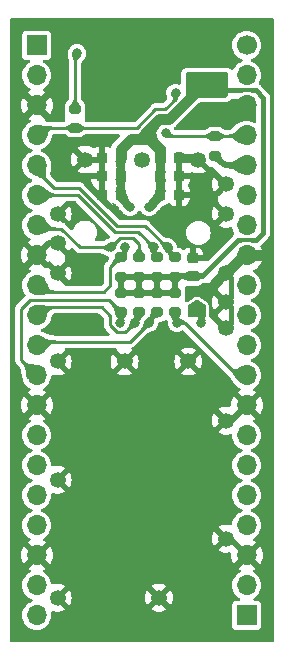
<source format=gbl>
G04 #@! TF.GenerationSoftware,KiCad,Pcbnew,7.0.7*
G04 #@! TF.CreationDate,2023-09-02T23:49:02-04:00*
G04 #@! TF.ProjectId,sfp-snoop2,7366702d-736e-46f6-9f70-322e6b696361,rev?*
G04 #@! TF.SameCoordinates,Original*
G04 #@! TF.FileFunction,Copper,L2,Bot*
G04 #@! TF.FilePolarity,Positive*
%FSLAX46Y46*%
G04 Gerber Fmt 4.6, Leading zero omitted, Abs format (unit mm)*
G04 Created by KiCad (PCBNEW 7.0.7) date 2023-09-02 23:49:02*
%MOMM*%
%LPD*%
G01*
G04 APERTURE LIST*
G04 Aperture macros list*
%AMRoundRect*
0 Rectangle with rounded corners*
0 $1 Rounding radius*
0 $2 $3 $4 $5 $6 $7 $8 $9 X,Y pos of 4 corners*
0 Add a 4 corners polygon primitive as box body*
4,1,4,$2,$3,$4,$5,$6,$7,$8,$9,$2,$3,0*
0 Add four circle primitives for the rounded corners*
1,1,$1+$1,$2,$3*
1,1,$1+$1,$4,$5*
1,1,$1+$1,$6,$7*
1,1,$1+$1,$8,$9*
0 Add four rect primitives between the rounded corners*
20,1,$1+$1,$2,$3,$4,$5,0*
20,1,$1+$1,$4,$5,$6,$7,0*
20,1,$1+$1,$6,$7,$8,$9,0*
20,1,$1+$1,$8,$9,$2,$3,0*%
%AMFreePoly0*
4,1,6,1.000000,0.000000,0.500000,-0.750000,-0.500000,-0.750000,-0.500000,0.750000,0.500000,0.750000,1.000000,0.000000,1.000000,0.000000,$1*%
%AMFreePoly1*
4,1,6,0.500000,-0.750000,-0.650000,-0.750000,-0.150000,0.000000,-0.650000,0.750000,0.500000,0.750000,0.500000,-0.750000,0.500000,-0.750000,$1*%
G04 Aperture macros list end*
G04 #@! TA.AperFunction,ComponentPad*
%ADD10C,1.700000*%
G04 #@! TD*
G04 #@! TA.AperFunction,ComponentPad*
%ADD11O,1.700000X1.700000*%
G04 #@! TD*
G04 #@! TA.AperFunction,ComponentPad*
%ADD12R,1.700000X1.700000*%
G04 #@! TD*
G04 #@! TA.AperFunction,ComponentPad*
%ADD13C,1.350000*%
G04 #@! TD*
G04 #@! TA.AperFunction,SMDPad,CuDef*
%ADD14RoundRect,0.225000X0.225000X0.250000X-0.225000X0.250000X-0.225000X-0.250000X0.225000X-0.250000X0*%
G04 #@! TD*
G04 #@! TA.AperFunction,SMDPad,CuDef*
%ADD15RoundRect,0.200000X0.275000X-0.200000X0.275000X0.200000X-0.275000X0.200000X-0.275000X-0.200000X0*%
G04 #@! TD*
G04 #@! TA.AperFunction,SMDPad,CuDef*
%ADD16RoundRect,0.200000X-0.275000X0.200000X-0.275000X-0.200000X0.275000X-0.200000X0.275000X0.200000X0*%
G04 #@! TD*
G04 #@! TA.AperFunction,SMDPad,CuDef*
%ADD17RoundRect,0.225000X0.250000X-0.225000X0.250000X0.225000X-0.250000X0.225000X-0.250000X-0.225000X0*%
G04 #@! TD*
G04 #@! TA.AperFunction,SMDPad,CuDef*
%ADD18RoundRect,0.225000X-0.225000X-0.250000X0.225000X-0.250000X0.225000X0.250000X-0.225000X0.250000X0*%
G04 #@! TD*
G04 #@! TA.AperFunction,SMDPad,CuDef*
%ADD19RoundRect,0.250000X-0.925000X0.412500X-0.925000X-0.412500X0.925000X-0.412500X0.925000X0.412500X0*%
G04 #@! TD*
G04 #@! TA.AperFunction,SMDPad,CuDef*
%ADD20FreePoly0,90.000000*%
G04 #@! TD*
G04 #@! TA.AperFunction,SMDPad,CuDef*
%ADD21FreePoly1,90.000000*%
G04 #@! TD*
G04 #@! TA.AperFunction,ViaPad*
%ADD22C,0.800000*%
G04 #@! TD*
G04 #@! TA.AperFunction,ViaPad*
%ADD23C,2.159000*%
G04 #@! TD*
G04 #@! TA.AperFunction,Conductor*
%ADD24C,0.254000*%
G04 #@! TD*
G04 #@! TA.AperFunction,Conductor*
%ADD25C,0.508000*%
G04 #@! TD*
G04 #@! TA.AperFunction,Conductor*
%ADD26C,0.381000*%
G04 #@! TD*
G04 #@! TA.AperFunction,Conductor*
%ADD27C,0.889000*%
G04 #@! TD*
G04 #@! TA.AperFunction,Conductor*
%ADD28C,0.330200*%
G04 #@! TD*
G04 #@! TA.AperFunction,Conductor*
%ADD29C,0.762000*%
G04 #@! TD*
G04 #@! TA.AperFunction,Conductor*
%ADD30C,0.635000*%
G04 #@! TD*
G04 APERTURE END LIST*
D10*
X147320000Y-63500000D03*
D11*
X147320000Y-66040000D03*
X147320000Y-68580000D03*
X147320000Y-71120000D03*
X147320000Y-73660000D03*
X147320000Y-76200000D03*
X147320000Y-78740000D03*
X147320000Y-81280000D03*
X147320000Y-83820000D03*
X147320000Y-86360000D03*
X147320000Y-88900000D03*
X147320000Y-91440000D03*
X147320000Y-93980000D03*
X147320000Y-96520000D03*
X147320000Y-99060000D03*
X147320000Y-101600000D03*
X147320000Y-104140000D03*
X147320000Y-106680000D03*
X147320000Y-109220000D03*
D12*
X147320000Y-111760000D03*
D13*
X131300000Y-110275000D03*
X139875000Y-110275000D03*
X145550000Y-105275000D03*
X131300000Y-100275000D03*
X145550000Y-95275000D03*
X131300000Y-90275000D03*
X136975000Y-90275000D03*
X142375000Y-90275000D03*
X131300000Y-87475000D03*
X145550000Y-87475000D03*
X145550000Y-85275000D03*
X131300000Y-82775000D03*
X145550000Y-82775000D03*
X131300000Y-80275000D03*
X131300000Y-77775000D03*
X145550000Y-77775000D03*
X145550000Y-75275000D03*
X133625000Y-73175000D03*
X138425000Y-73175000D03*
X143225000Y-73175000D03*
D12*
X129540000Y-63500000D03*
D11*
X129540000Y-66040000D03*
X129540000Y-68580000D03*
X129540000Y-71120000D03*
X129540000Y-73660000D03*
X129540000Y-76200000D03*
X129540000Y-78740000D03*
X129540000Y-81280000D03*
X129540000Y-83820000D03*
X129540000Y-86360000D03*
X129540000Y-88900000D03*
X129540000Y-91440000D03*
X129540000Y-93980000D03*
X129540000Y-96520000D03*
X129540000Y-99060000D03*
X129540000Y-101600000D03*
X129540000Y-104140000D03*
X129540000Y-106680000D03*
X129540000Y-109220000D03*
X129540000Y-111760000D03*
D14*
X136650000Y-73050400D03*
X135100000Y-73050400D03*
D15*
X138201400Y-86118200D03*
X138201400Y-84468200D03*
D14*
X136650000Y-76149200D03*
X135100000Y-76149200D03*
X136650000Y-74599800D03*
X135100000Y-74599800D03*
D15*
X132791200Y-70510400D03*
X132791200Y-68860400D03*
D16*
X138201400Y-81457800D03*
X138201400Y-83107800D03*
D17*
X142773400Y-83057800D03*
X142773400Y-81507800D03*
D15*
X136677400Y-86118200D03*
X136677400Y-84468200D03*
D18*
X140017200Y-73050400D03*
X141567200Y-73050400D03*
D19*
X143840200Y-66458300D03*
X143840200Y-69533300D03*
D18*
X140017200Y-74599800D03*
X141567200Y-74599800D03*
D16*
X141249400Y-81457800D03*
X141249400Y-83107800D03*
D15*
X139725400Y-86118200D03*
X139725400Y-84468200D03*
D20*
X143103600Y-86029800D03*
D21*
X143103600Y-84579800D03*
D18*
X140017200Y-76149200D03*
X141567200Y-76149200D03*
D15*
X141249400Y-86118200D03*
X141249400Y-84468200D03*
D16*
X139725400Y-81457800D03*
X139725400Y-83107800D03*
X136677400Y-81457800D03*
X136677400Y-83107800D03*
D15*
X144627600Y-72846200D03*
X144627600Y-71196200D03*
D22*
X141290000Y-67538600D03*
X140625000Y-80619600D03*
X139425000Y-80619600D03*
X135825000Y-80619600D03*
X137025000Y-80619600D03*
X137825000Y-86995000D03*
X139025000Y-86995000D03*
X136625000Y-86995000D03*
X140462000Y-70962100D03*
X141425000Y-86995000D03*
X134431000Y-65607000D03*
D23*
X142722600Y-103530400D03*
X140563600Y-97053400D03*
X136245600Y-105689400D03*
X142722600Y-101371400D03*
X142722600Y-99212400D03*
X136245600Y-97053400D03*
D22*
X137225000Y-66750000D03*
X137225000Y-65607000D03*
X135077200Y-79629000D03*
D23*
X134086600Y-105689400D03*
X136245600Y-101371400D03*
X134086600Y-107848400D03*
X138404600Y-103530400D03*
D22*
X138622000Y-66750000D03*
D23*
X136245600Y-99212400D03*
X138404600Y-92735400D03*
X134086600Y-99212400D03*
X140563600Y-92735400D03*
D22*
X134431000Y-66750000D03*
D23*
X134086600Y-101371400D03*
X142722600Y-92735400D03*
X142722600Y-105689400D03*
D22*
X138622000Y-67893000D03*
X135828000Y-66750000D03*
D23*
X138404600Y-94894400D03*
X140563600Y-99212400D03*
D22*
X142875000Y-75275000D03*
X135559800Y-71424800D03*
X137225000Y-67893000D03*
X141579600Y-79375000D03*
X140019000Y-66750000D03*
D23*
X140563600Y-101371400D03*
X142722600Y-97053400D03*
X134086600Y-97053400D03*
X134086600Y-92735400D03*
D22*
X138622000Y-65607000D03*
X131546600Y-71424800D03*
D23*
X140563600Y-107848400D03*
X140563600Y-94894400D03*
X138404600Y-101371400D03*
X142722600Y-94894400D03*
D22*
X133959600Y-83475000D03*
D23*
X136245600Y-107848400D03*
D22*
X135828000Y-65607000D03*
D23*
X140563600Y-103530400D03*
D22*
X131546600Y-67919600D03*
D23*
X134086600Y-94894400D03*
X136245600Y-103530400D03*
X136245600Y-92735400D03*
X142722600Y-107848400D03*
X138404600Y-105689400D03*
D22*
X135828000Y-67893000D03*
D23*
X138404600Y-97053400D03*
X136245600Y-94894400D03*
D22*
X133959600Y-86995000D03*
X140019000Y-67893000D03*
D23*
X138404600Y-107848400D03*
D22*
X140019000Y-65607000D03*
X134431000Y-67893000D03*
X131546600Y-69596000D03*
D23*
X134086600Y-103530400D03*
X138404600Y-99212400D03*
X140563600Y-105689400D03*
D22*
X132943600Y-64185800D03*
X145338800Y-67538600D03*
X144340000Y-67538600D03*
X137425000Y-77180000D03*
X143332200Y-67538600D03*
X139025000Y-77180000D03*
X143484600Y-86995000D03*
D24*
X140381583Y-68922900D02*
X141290000Y-68014483D01*
X139586667Y-68922900D02*
X140381583Y-68922900D01*
X137999167Y-70510400D02*
X132943600Y-70510400D01*
X130149600Y-70510400D02*
X132943600Y-70510400D01*
X141290000Y-68014483D02*
X141290000Y-67538600D01*
X129540000Y-71120000D02*
X130149600Y-70510400D01*
X137999167Y-70510400D02*
X139586667Y-68922900D01*
X133154020Y-75615800D02*
X136360820Y-78822600D01*
X136360820Y-78822600D02*
X138732502Y-78822601D01*
X138732502Y-78822601D02*
X140529501Y-80619600D01*
X140625000Y-80833400D02*
X141249400Y-81457800D01*
X140529501Y-80619600D02*
X140625000Y-80619600D01*
X129540000Y-73660000D02*
X129540000Y-74117200D01*
X129540000Y-74117200D02*
X131038600Y-75615800D01*
X131038600Y-75615800D02*
X133154020Y-75615800D01*
X140625000Y-80619600D02*
X140625000Y-80833400D01*
X139425000Y-81157400D02*
X139725400Y-81457800D01*
X129540000Y-76200000D02*
X133019800Y-76200000D01*
X139425000Y-80619600D02*
X139425000Y-81157400D01*
X136150400Y-79330600D02*
X138136000Y-79330600D01*
X133019800Y-76200000D02*
X136150400Y-79330600D01*
X138136000Y-79330600D02*
X139425000Y-80619600D01*
X129819400Y-79019400D02*
X131622800Y-79019400D01*
X135825000Y-80619600D02*
X136606000Y-79838600D01*
X138201400Y-80365600D02*
X138201400Y-81457800D01*
X136606000Y-79838600D02*
X137674400Y-79838600D01*
X129540000Y-78740000D02*
X129819400Y-79019400D01*
X131622800Y-79019400D02*
X133223000Y-80619600D01*
X133223000Y-80619600D02*
X135825000Y-80619600D01*
X137674400Y-79838600D02*
X138201400Y-80365600D01*
X130098800Y-84378800D02*
X135204200Y-84378800D01*
X136550400Y-81457800D02*
X136677400Y-81457800D01*
X137025000Y-81110200D02*
X136677400Y-81457800D01*
X135763000Y-82245200D02*
X136550400Y-81457800D01*
X137025000Y-80619600D02*
X137025000Y-81110200D01*
X135204200Y-84378800D02*
X135763000Y-83820000D01*
X129540000Y-83820000D02*
X130098800Y-84378800D01*
X135763000Y-83820000D02*
X135763000Y-82245200D01*
X138201400Y-86118200D02*
X138201400Y-86618600D01*
X135026400Y-85699600D02*
X135737600Y-86410800D01*
X129540000Y-86360000D02*
X129844800Y-86055200D01*
X130200400Y-85699600D02*
X135026400Y-85699600D01*
X135737600Y-86410800D02*
X135737600Y-87212101D01*
X137044000Y-87776000D02*
X137825000Y-86995000D01*
X138201400Y-86618600D02*
X137825000Y-86995000D01*
X136301499Y-87776000D02*
X137044000Y-87776000D01*
X135737600Y-87212101D02*
X136301499Y-87776000D01*
X129540000Y-86360000D02*
X130200400Y-85699600D01*
X129844800Y-88595200D02*
X137424800Y-88595200D01*
X137424800Y-88595200D02*
X139025000Y-86995000D01*
X139025000Y-86818600D02*
X139725400Y-86118200D01*
X139025000Y-86995000D02*
X139025000Y-86818600D01*
X129540000Y-88900000D02*
X129844800Y-88595200D01*
X128930400Y-85090000D02*
X135649200Y-85090000D01*
X135649200Y-85090000D02*
X136677400Y-86118200D01*
X129540000Y-91440000D02*
X128219200Y-90119200D01*
X136677400Y-86942600D02*
X136625000Y-86995000D01*
X136677400Y-86118200D02*
X136677400Y-86942600D01*
X128219200Y-90119200D02*
X128219200Y-85801200D01*
X128219200Y-85801200D02*
X128930400Y-85090000D01*
X144627600Y-71196200D02*
X147243800Y-71196200D01*
X140696100Y-71196200D02*
X140462000Y-70962100D01*
X144627600Y-71196200D02*
X140696100Y-71196200D01*
X147320000Y-71120000D02*
X147218400Y-71221600D01*
X147243800Y-71196200D02*
X147320000Y-71120000D01*
X147320000Y-91440000D02*
X146507200Y-91440000D01*
X146507200Y-91440000D02*
X142062200Y-86995000D01*
X141249400Y-86819400D02*
X141425000Y-86995000D01*
X141249400Y-86118200D02*
X141249400Y-86819400D01*
X141025000Y-86342600D02*
X141249400Y-86118200D01*
X142062200Y-86995000D02*
X141425000Y-86995000D01*
D25*
X145915000Y-105275000D02*
X147320000Y-106680000D01*
X131300000Y-82775000D02*
X131035000Y-82775000D01*
D26*
X145973800Y-83198800D02*
X145973800Y-84851200D01*
D27*
X147045000Y-81280000D02*
X145550000Y-82775000D01*
D26*
X145550000Y-85275000D02*
X145973800Y-85698800D01*
D25*
X138200000Y-73400000D02*
X138425000Y-73175000D01*
D24*
X141691800Y-73175000D02*
X141567200Y-73050400D01*
D26*
X145550000Y-82775000D02*
X145973800Y-83198800D01*
D25*
X134975400Y-73175000D02*
X135100000Y-73050400D01*
D26*
X145973800Y-84851200D02*
X145550000Y-85275000D01*
D25*
X147320000Y-81280000D02*
X147045000Y-81280000D01*
X130545000Y-80275000D02*
X129540000Y-81280000D01*
X146025000Y-95275000D02*
X147320000Y-93980000D01*
X133625000Y-73175000D02*
X134975400Y-73175000D01*
D26*
X145973800Y-87051200D02*
X145550000Y-87475000D01*
D25*
X145550000Y-95275000D02*
X146025000Y-95275000D01*
X143225000Y-73175000D02*
X141691800Y-73175000D01*
X131300000Y-80275000D02*
X130545000Y-80275000D01*
X145550000Y-105275000D02*
X145915000Y-105275000D01*
X138300400Y-73050400D02*
X138425000Y-73175000D01*
D26*
X145973800Y-85698800D02*
X145973800Y-87051200D01*
D25*
X145441400Y-73660000D02*
X144627600Y-72846200D01*
D24*
X132791200Y-68860400D02*
X132791200Y-64338200D01*
D25*
X147320000Y-73660000D02*
X145441400Y-73660000D01*
D26*
X133045200Y-64287400D02*
X132943600Y-64185800D01*
D24*
X132791200Y-64338200D02*
X132943600Y-64185800D01*
D27*
X138277600Y-71399400D02*
X139928600Y-69748400D01*
D28*
X147777200Y-80010000D02*
X146786600Y-80010000D01*
D26*
X148717000Y-79400400D02*
X148107400Y-80010000D01*
D29*
X140017200Y-73050400D02*
X140017200Y-74599800D01*
D27*
X136650000Y-73050400D02*
X136650000Y-72290400D01*
X142933317Y-67538600D02*
X140723517Y-69748400D01*
D26*
X146786600Y-80010000D02*
X146558000Y-80010000D01*
D30*
X136650000Y-76149200D02*
X136650000Y-76405000D01*
X136650000Y-73050400D02*
X136650000Y-74599800D01*
D26*
X148717000Y-67945000D02*
X148717000Y-79400400D01*
D27*
X140017200Y-73050400D02*
X140017200Y-72351600D01*
X140004500Y-72351600D02*
X139052300Y-71399400D01*
D29*
X140017200Y-74599800D02*
X140017200Y-76149200D01*
D27*
X137541000Y-71399400D02*
X138277600Y-71399400D01*
D26*
X146558000Y-80010000D02*
X143510200Y-83057800D01*
D28*
X145338800Y-67538600D02*
X145567400Y-67310000D01*
D26*
X148082000Y-67310000D02*
X148717000Y-67945000D01*
D29*
X140017200Y-72351600D02*
X140004500Y-72351600D01*
D26*
X147751800Y-67310000D02*
X148082000Y-67310000D01*
D27*
X136650000Y-72290400D02*
X137541000Y-71399400D01*
D25*
X141299400Y-83057800D02*
X141249400Y-83107800D01*
D29*
X140017200Y-76187800D02*
X139025000Y-77180000D01*
D26*
X148107400Y-80010000D02*
X147777200Y-80010000D01*
D27*
X139052300Y-71399400D02*
X138277600Y-71399400D01*
D29*
X140017200Y-76149200D02*
X140017200Y-76187800D01*
D24*
X143078400Y-83057800D02*
X142773400Y-83057800D01*
D29*
X143332200Y-67538600D02*
X142933317Y-67538600D01*
D28*
X146862800Y-67310000D02*
X147751800Y-67310000D01*
D26*
X143510200Y-83057800D02*
X143078400Y-83057800D01*
D25*
X142773400Y-83057800D02*
X141299400Y-83057800D01*
D27*
X140723517Y-69748400D02*
X139928600Y-69748400D01*
D30*
X136650000Y-74599800D02*
X136650000Y-76149200D01*
X136650000Y-76405000D02*
X137425000Y-77180000D01*
D26*
X145567400Y-67310000D02*
X146862800Y-67310000D01*
D25*
X143484600Y-86995000D02*
X143484600Y-86410800D01*
X143484600Y-86410800D02*
X143103600Y-86029800D01*
G04 #@! TA.AperFunction,Conductor*
G36*
X145688239Y-65805685D02*
G01*
X145733994Y-65858489D01*
X145745200Y-65910000D01*
X145745200Y-67665038D01*
X145725515Y-67732077D01*
X145708881Y-67752719D01*
X145552919Y-67908681D01*
X145491596Y-67942166D01*
X145465238Y-67945000D01*
X142287800Y-67945000D01*
X142220761Y-67925315D01*
X142175006Y-67872511D01*
X142163800Y-67821000D01*
X142163800Y-65910000D01*
X142183485Y-65842961D01*
X142236289Y-65797206D01*
X142287800Y-65786000D01*
X145621200Y-65786000D01*
X145688239Y-65805685D01*
G37*
G04 #@! TD.AperFunction*
G04 #@! TA.AperFunction,Conductor*
G36*
X137029109Y-80622312D02*
G01*
X137135812Y-80729550D01*
X137299989Y-80894550D01*
X137303395Y-80902831D01*
X137300348Y-80910677D01*
X137197765Y-81023388D01*
X137129253Y-81117824D01*
X137074701Y-81203257D01*
X137074505Y-81203544D01*
X137006292Y-81297569D01*
X137005883Y-81298071D01*
X136904278Y-81409711D01*
X136896175Y-81413523D01*
X136887750Y-81410489D01*
X136887352Y-81410109D01*
X136723036Y-81245793D01*
X136719609Y-81237520D01*
X136721420Y-81231268D01*
X136791938Y-81119774D01*
X136779894Y-81015614D01*
X136720949Y-80909197D01*
X136656547Y-80784541D01*
X136655447Y-80781345D01*
X136627605Y-80633438D01*
X136629442Y-80624675D01*
X136636939Y-80619777D01*
X136639080Y-80619575D01*
X137020832Y-80618901D01*
X137029109Y-80622312D01*
G37*
G04 #@! TD.AperFunction*
G04 #@! TA.AperFunction,Conductor*
G36*
X143205200Y-73431400D02*
G01*
X141554200Y-73431400D01*
X141554200Y-72720200D01*
X143205200Y-72720200D01*
X143205200Y-73431400D01*
G37*
G04 #@! TD.AperFunction*
G04 #@! TA.AperFunction,Conductor*
G36*
X143519230Y-86087528D02*
G01*
X143519834Y-86088179D01*
X143644601Y-86233479D01*
X143646066Y-86235629D01*
X143713279Y-86362662D01*
X143714204Y-86364980D01*
X143749610Y-86491465D01*
X143785451Y-86642529D01*
X143850574Y-86831543D01*
X143850029Y-86840481D01*
X143844014Y-86846153D01*
X143487478Y-86994801D01*
X143482955Y-86995702D01*
X143098540Y-86995024D01*
X143090273Y-86991583D01*
X143086861Y-86983303D01*
X143087041Y-86981282D01*
X143110420Y-86849915D01*
X143111401Y-86846886D01*
X143165619Y-86734781D01*
X143214265Y-86638844D01*
X143221555Y-86545020D01*
X143157521Y-86445747D01*
X143155916Y-86436937D01*
X143159078Y-86431134D01*
X143502685Y-86087527D01*
X143510957Y-86084101D01*
X143519230Y-86087528D01*
G37*
G04 #@! TD.AperFunction*
G04 #@! TA.AperFunction,Conductor*
G36*
X141374152Y-86243927D02*
G01*
X141377512Y-86250961D01*
X141384390Y-86315650D01*
X141391303Y-86380662D01*
X141391303Y-86380665D01*
X141391304Y-86380667D01*
X141434369Y-86472341D01*
X141503127Y-86541097D01*
X141552522Y-86579447D01*
X141594963Y-86612398D01*
X141595241Y-86612627D01*
X141698536Y-86703930D01*
X141702465Y-86711976D01*
X141699553Y-86720445D01*
X141699075Y-86720955D01*
X141428441Y-86992546D01*
X141420174Y-86995987D01*
X141420124Y-86995987D01*
X141037316Y-86995030D01*
X141029051Y-86991582D01*
X141025645Y-86983301D01*
X141025661Y-86982723D01*
X141035109Y-86807339D01*
X141035195Y-86806618D01*
X141059248Y-86674840D01*
X141059332Y-86674453D01*
X141088114Y-86560861D01*
X141088115Y-86560858D01*
X141112270Y-86428517D01*
X141121804Y-86251571D01*
X141125671Y-86243494D01*
X141133487Y-86240500D01*
X141365879Y-86240500D01*
X141374152Y-86243927D01*
G37*
G04 #@! TD.AperFunction*
G04 #@! TA.AperFunction,Conductor*
G36*
X143004840Y-82885442D02*
G01*
X143009242Y-82890716D01*
X143077497Y-83053270D01*
X143077540Y-83062225D01*
X143077497Y-83062330D01*
X143009242Y-83224883D01*
X143002879Y-83231184D01*
X142996037Y-83231801D01*
X142782683Y-83186759D01*
X142775296Y-83181697D01*
X142773400Y-83175311D01*
X142773400Y-82940288D01*
X142776827Y-82932015D01*
X142782682Y-82928840D01*
X142996038Y-82883798D01*
X143004840Y-82885442D01*
G37*
G04 #@! TD.AperFunction*
G04 #@! TA.AperFunction,Conductor*
G36*
X138324165Y-86354336D02*
G01*
X138327592Y-86362609D01*
X138327566Y-86363389D01*
X138317707Y-86510911D01*
X138317442Y-86512725D01*
X138292056Y-86624359D01*
X138291929Y-86624827D01*
X138261396Y-86721311D01*
X138261396Y-86721310D01*
X138235754Y-86834068D01*
X138235753Y-86834076D01*
X138225727Y-86984107D01*
X138221756Y-86992133D01*
X138214082Y-86995027D01*
X137829875Y-86995987D01*
X137821594Y-86992581D01*
X137821558Y-86992546D01*
X137821146Y-86992133D01*
X137771844Y-86942656D01*
X137552268Y-86722303D01*
X137548856Y-86714023D01*
X137552297Y-86705756D01*
X137554118Y-86704275D01*
X137577669Y-86688754D01*
X137683277Y-86619161D01*
X137686646Y-86617641D01*
X137827670Y-86579400D01*
X137827853Y-86579355D01*
X137952549Y-86551513D01*
X138040879Y-86490151D01*
X138072242Y-86359869D01*
X138077510Y-86352629D01*
X138083617Y-86350909D01*
X138315892Y-86350909D01*
X138324165Y-86354336D01*
G37*
G04 #@! TD.AperFunction*
G04 #@! TA.AperFunction,Conductor*
G36*
X141294109Y-67541312D02*
G01*
X141305111Y-67552369D01*
X141564935Y-67813496D01*
X141568341Y-67821777D01*
X141565240Y-67829682D01*
X141461355Y-67942267D01*
X141390437Y-68035456D01*
X141390431Y-68035464D01*
X141367617Y-68068841D01*
X141333114Y-68119321D01*
X141332940Y-68119563D01*
X141262274Y-68212420D01*
X141261918Y-68212844D01*
X141159052Y-68324328D01*
X141158895Y-68324485D01*
X141158525Y-68324855D01*
X141150247Y-68328270D01*
X141141991Y-68324843D01*
X140977667Y-68160519D01*
X140974240Y-68152246D01*
X140976084Y-68145941D01*
X141046839Y-68035412D01*
X141037279Y-67931870D01*
X140981705Y-67826028D01*
X140920220Y-67702150D01*
X140919192Y-67699051D01*
X140892505Y-67552368D01*
X140894396Y-67543616D01*
X140901922Y-67538764D01*
X140903991Y-67538575D01*
X141285832Y-67537901D01*
X141294109Y-67541312D01*
G37*
G04 #@! TD.AperFunction*
G04 #@! TA.AperFunction,Conductor*
G36*
X136685147Y-86124044D02*
G01*
X137068355Y-86462602D01*
X137072286Y-86470648D01*
X137069376Y-86479117D01*
X137069132Y-86479385D01*
X137022791Y-86528666D01*
X136968205Y-86602440D01*
X136968200Y-86602449D01*
X136913599Y-86691972D01*
X136858993Y-86797234D01*
X136807508Y-86911313D01*
X136800982Y-86917444D01*
X136796844Y-86918200D01*
X136557956Y-86918200D01*
X136549683Y-86914773D01*
X136547292Y-86911313D01*
X136495807Y-86797234D01*
X136441201Y-86691972D01*
X136386600Y-86602449D01*
X136386594Y-86602440D01*
X136332008Y-86528666D01*
X136285667Y-86479385D01*
X136282497Y-86471010D01*
X136286176Y-86462846D01*
X136286414Y-86462628D01*
X136669653Y-86124043D01*
X136678122Y-86121134D01*
X136685147Y-86124044D01*
G37*
G04 #@! TD.AperFunction*
G04 #@! TA.AperFunction,Conductor*
G36*
X140449163Y-73050371D02*
G01*
X140457428Y-73053816D01*
X140460836Y-73062097D01*
X140460806Y-73062905D01*
X140398976Y-73928534D01*
X140394969Y-73936542D01*
X140387306Y-73939400D01*
X139647094Y-73939400D01*
X139638821Y-73935973D01*
X139635424Y-73928534D01*
X139573593Y-73062905D01*
X139576421Y-73054408D01*
X139584429Y-73050401D01*
X139585214Y-73050371D01*
X140017200Y-73049400D01*
X140449163Y-73050371D01*
G37*
G04 #@! TD.AperFunction*
G04 #@! TA.AperFunction,Conductor*
G36*
X130377353Y-73659989D02*
G01*
X130385622Y-73663423D01*
X130389042Y-73671699D01*
X130389006Y-73672608D01*
X130363138Y-74000903D01*
X130363066Y-74001471D01*
X130316064Y-74265125D01*
X130299235Y-74488017D01*
X130363018Y-74706041D01*
X130363019Y-74706043D01*
X130363020Y-74706044D01*
X130551441Y-74947251D01*
X130553834Y-74955880D01*
X130550494Y-74962726D01*
X130386238Y-75126982D01*
X130377965Y-75130409D01*
X130369942Y-75127225D01*
X130369684Y-75126982D01*
X130133556Y-74904497D01*
X129942019Y-74760184D01*
X129942015Y-74760182D01*
X129942014Y-74760181D01*
X129839534Y-74706044D01*
X129756458Y-74662157D01*
X129529737Y-74570500D01*
X129225737Y-74449677D01*
X129219314Y-74443437D01*
X129219185Y-74434483D01*
X129219187Y-74434476D01*
X129536303Y-73666532D01*
X129542628Y-73660194D01*
X129547124Y-73659299D01*
X130377353Y-73659989D01*
G37*
G04 #@! TD.AperFunction*
G04 #@! TA.AperFunction,Conductor*
G36*
X146999196Y-72885537D02*
G01*
X146999495Y-72886197D01*
X147319134Y-73655510D01*
X147319143Y-73664465D01*
X147319134Y-73664488D01*
X146999495Y-74433802D01*
X146993156Y-74440127D01*
X146984201Y-74440118D01*
X146983541Y-74439819D01*
X146661329Y-74281886D01*
X146660800Y-74281591D01*
X146428935Y-74136455D01*
X146226168Y-74019798D01*
X146032636Y-73958633D01*
X145980584Y-73942182D01*
X145980581Y-73942181D01*
X145980578Y-73942181D01*
X145630788Y-73914843D01*
X145622807Y-73910782D01*
X145620000Y-73903179D01*
X145620000Y-73416820D01*
X145623427Y-73408547D01*
X145630785Y-73405156D01*
X145980584Y-73377817D01*
X146226170Y-73300199D01*
X146428935Y-73183543D01*
X146660807Y-73038402D01*
X146661319Y-73038116D01*
X146983543Y-72880179D01*
X146992478Y-72879616D01*
X146999196Y-72885537D01*
G37*
G04 #@! TD.AperFunction*
G04 #@! TA.AperFunction,Conductor*
G36*
X146999170Y-70345614D02*
G01*
X146999751Y-70346814D01*
X147319134Y-71115511D01*
X147319143Y-71124466D01*
X147319134Y-71124489D01*
X146999566Y-71893631D01*
X146993227Y-71899956D01*
X146984272Y-71899947D01*
X146983458Y-71899571D01*
X146662330Y-71736275D01*
X146661649Y-71735869D01*
X146433986Y-71578151D01*
X146236414Y-71446597D01*
X146095308Y-71393994D01*
X145994921Y-71356571D01*
X145645775Y-71324184D01*
X145637855Y-71320009D01*
X145635157Y-71312535D01*
X145635157Y-71079479D01*
X145638584Y-71071206D01*
X145645350Y-71067876D01*
X146004717Y-71021197D01*
X146241920Y-70895811D01*
X146430299Y-70720977D01*
X146652448Y-70525455D01*
X146654481Y-70524020D01*
X146983258Y-70341078D01*
X146992153Y-70340051D01*
X146999170Y-70345614D01*
G37*
G04 #@! TD.AperFunction*
G04 #@! TA.AperFunction,Conductor*
G36*
X130147868Y-83228675D02*
G01*
X130149076Y-83230095D01*
X130350509Y-83509254D01*
X130351898Y-83511788D01*
X130462018Y-83789588D01*
X130555335Y-84026285D01*
X130555336Y-84026286D01*
X130713643Y-84190399D01*
X131009872Y-84249912D01*
X131017307Y-84254901D01*
X131019266Y-84261383D01*
X131019265Y-84494630D01*
X131015838Y-84502903D01*
X131008107Y-84506317D01*
X130651109Y-84522874D01*
X130526793Y-84542367D01*
X130391402Y-84563598D01*
X130282869Y-84587195D01*
X130168029Y-84612164D01*
X130167693Y-84612227D01*
X129908475Y-84652873D01*
X129907839Y-84652938D01*
X129552227Y-84669432D01*
X129543804Y-84666393D01*
X129539998Y-84658287D01*
X129539985Y-84657784D01*
X129539005Y-83824857D01*
X129542420Y-83816584D01*
X130131323Y-83228660D01*
X130139598Y-83225241D01*
X130147868Y-83228675D01*
G37*
G04 #@! TD.AperFunction*
G04 #@! TA.AperFunction,Conductor*
G36*
X141763651Y-86697910D02*
G01*
X141897987Y-86749127D01*
X141898465Y-86749335D01*
X142008052Y-86803353D01*
X142009720Y-86804355D01*
X142122557Y-86885799D01*
X142123120Y-86886261D01*
X142258243Y-87012051D01*
X142261964Y-87020197D01*
X142258835Y-87028587D01*
X142258544Y-87028888D01*
X142094175Y-87193257D01*
X142085902Y-87196684D01*
X142079584Y-87194831D01*
X141985590Y-87134520D01*
X141985588Y-87134520D01*
X141897647Y-87146593D01*
X141897645Y-87146593D01*
X141897645Y-87146594D01*
X141853683Y-87177212D01*
X141809719Y-87207833D01*
X141809720Y-87207833D01*
X141708569Y-87289342D01*
X141707061Y-87290375D01*
X141589607Y-87357918D01*
X141580726Y-87359071D01*
X141573631Y-87353608D01*
X141572969Y-87352263D01*
X141508352Y-87196684D01*
X141426159Y-86998788D01*
X141426151Y-86989836D01*
X141573672Y-86636002D01*
X141580018Y-86629686D01*
X141588724Y-86629607D01*
X141763651Y-86697910D01*
G37*
G04 #@! TD.AperFunction*
G04 #@! TA.AperFunction,Conductor*
G36*
X140752165Y-70688477D02*
G01*
X140752998Y-70689408D01*
X140840374Y-70798171D01*
X140841397Y-70799670D01*
X140902194Y-70905467D01*
X140958653Y-70991240D01*
X141040373Y-71048412D01*
X141167467Y-71067691D01*
X141175132Y-71072320D01*
X141177412Y-71079259D01*
X141177412Y-71311763D01*
X141173985Y-71320036D01*
X141165979Y-71323460D01*
X141103891Y-71324874D01*
X140999837Y-71327245D01*
X140874000Y-71336892D01*
X140874001Y-71336892D01*
X140765410Y-71348407D01*
X140639728Y-71358042D01*
X140639414Y-71358057D01*
X140473937Y-71361828D01*
X140465587Y-71358590D01*
X140461973Y-71350398D01*
X140461970Y-71350160D01*
X140461293Y-71079259D01*
X140461012Y-70966974D01*
X140464418Y-70958694D01*
X140735620Y-70688446D01*
X140743898Y-70685036D01*
X140752165Y-70688477D01*
G37*
G04 #@! TD.AperFunction*
G04 #@! TA.AperFunction,Conductor*
G36*
X132447078Y-70133717D02*
G01*
X132784958Y-70502496D01*
X132788020Y-70510911D01*
X132784958Y-70518304D01*
X132447078Y-70887082D01*
X132438962Y-70890867D01*
X132431113Y-70888290D01*
X132334970Y-70810860D01*
X132230277Y-70742925D01*
X132230271Y-70742921D01*
X132125593Y-70691373D01*
X132125586Y-70691370D01*
X132125585Y-70691370D01*
X132020892Y-70656195D01*
X132004837Y-70653312D01*
X131925833Y-70639129D01*
X131918295Y-70634294D01*
X131916200Y-70627613D01*
X131916200Y-70393186D01*
X131919627Y-70384913D01*
X131925831Y-70381670D01*
X132020892Y-70364604D01*
X132125585Y-70329429D01*
X132230277Y-70277874D01*
X132334970Y-70209939D01*
X132431115Y-70132508D01*
X132439705Y-70129988D01*
X132447078Y-70133717D01*
G37*
G04 #@! TD.AperFunction*
G04 #@! TA.AperFunction,Conductor*
G36*
X144272000Y-83439000D02*
G01*
X144881600Y-84048600D01*
X144907000Y-84023200D01*
X144907000Y-84277200D01*
X144926517Y-84296717D01*
X144927088Y-84296885D01*
X144947730Y-84313519D01*
X145277724Y-84643513D01*
X145311209Y-84704836D01*
X145306225Y-84774528D01*
X145268299Y-84827381D01*
X145162707Y-84913287D01*
X145162702Y-84913293D01*
X145109545Y-84988599D01*
X145054803Y-85032016D01*
X144985277Y-85038945D01*
X144923043Y-85007186D01*
X144920560Y-85004771D01*
X144550841Y-84635052D01*
X144550840Y-84635052D01*
X144539882Y-84649564D01*
X144539881Y-84649565D01*
X144442166Y-84845804D01*
X144442159Y-84845822D01*
X144382160Y-85056693D01*
X144361932Y-85274999D01*
X144361932Y-85275000D01*
X144382160Y-85493306D01*
X144442159Y-85704177D01*
X144442164Y-85704190D01*
X144539884Y-85900438D01*
X144550840Y-85914946D01*
X144550841Y-85914946D01*
X144918097Y-85547691D01*
X144979420Y-85514206D01*
X145049112Y-85519190D01*
X145105045Y-85561062D01*
X145115874Y-85578321D01*
X145117055Y-85580601D01*
X145117057Y-85580604D01*
X145215562Y-85686076D01*
X145256410Y-85710916D01*
X145303462Y-85762567D01*
X145315120Y-85831458D01*
X145287682Y-85895715D01*
X145279663Y-85904545D01*
X144907000Y-86277208D01*
X144907000Y-86472789D01*
X145312604Y-86878393D01*
X145346089Y-86939716D01*
X145341105Y-87009408D01*
X145299233Y-87065341D01*
X145291970Y-87070385D01*
X145290558Y-87071292D01*
X145284234Y-87076772D01*
X145187495Y-87160597D01*
X145187325Y-87160744D01*
X145148924Y-87220497D01*
X145096120Y-87266252D01*
X145026961Y-87276195D01*
X144963406Y-87247169D01*
X144956928Y-87241138D01*
X144532364Y-86816575D01*
X144504373Y-86795573D01*
X144155949Y-86447149D01*
X144122464Y-86385826D01*
X144120916Y-86374640D01*
X144120588Y-86374682D01*
X144119211Y-86363780D01*
X144118752Y-86357952D01*
X144117264Y-86310595D01*
X144116044Y-86302894D01*
X144116536Y-86302816D01*
X144113086Y-86278567D01*
X144113086Y-85529804D01*
X144112919Y-85528115D01*
X144108047Y-85478911D01*
X144103242Y-85467346D01*
X144069206Y-85385417D01*
X144069204Y-85385412D01*
X143997537Y-85313895D01*
X143247537Y-84813895D01*
X143247536Y-84813894D01*
X143247534Y-84813893D01*
X143154489Y-84775353D01*
X143053245Y-84775246D01*
X142959662Y-84813895D01*
X142305783Y-85249814D01*
X142239083Y-85270622D01*
X142171723Y-85252067D01*
X142125087Y-85200039D01*
X142113000Y-85146640D01*
X142113000Y-84020200D01*
X142132685Y-83953161D01*
X142185489Y-83907406D01*
X142237000Y-83896200D01*
X142467652Y-83896200D01*
X142475095Y-83892135D01*
X142501452Y-83889299D01*
X143063148Y-83889299D01*
X143063151Y-83889299D01*
X143181719Y-83873691D01*
X143181723Y-83873689D01*
X143181728Y-83873689D01*
X143329267Y-83812576D01*
X143455961Y-83715361D01*
X143457619Y-83713199D01*
X143473194Y-83696378D01*
X143518797Y-83655468D01*
X143581841Y-83625356D01*
X143585375Y-83624838D01*
X143642401Y-83617331D01*
X143650502Y-83616800D01*
X144094199Y-83616800D01*
X144094200Y-83616800D01*
X144341795Y-83369204D01*
X144272000Y-83439000D01*
G37*
G04 #@! TD.AperFunction*
G04 #@! TA.AperFunction,Conductor*
G36*
X131841678Y-80460036D02*
G01*
X131857916Y-80473705D01*
X132299158Y-80914947D01*
X132310115Y-80900437D01*
X132310120Y-80900430D01*
X132391061Y-80737879D01*
X132438564Y-80686641D01*
X132506226Y-80669220D01*
X132572567Y-80691145D01*
X132589742Y-80705469D01*
X132815351Y-80931078D01*
X132831984Y-80951717D01*
X132834749Y-80956020D01*
X132874610Y-80990560D01*
X132877837Y-80993564D01*
X132889153Y-81004880D01*
X132897602Y-81011205D01*
X132901954Y-81014463D01*
X132905401Y-81017241D01*
X132930792Y-81039242D01*
X132945257Y-81051776D01*
X132949906Y-81053899D01*
X132972698Y-81067421D01*
X132976796Y-81070489D01*
X132976799Y-81070491D01*
X133026214Y-81088921D01*
X133030296Y-81090611D01*
X133058824Y-81103640D01*
X133078261Y-81112517D01*
X133078266Y-81112519D01*
X133083320Y-81113245D01*
X133109010Y-81119802D01*
X133113800Y-81121589D01*
X133166416Y-81125351D01*
X133170777Y-81125820D01*
X133186632Y-81128100D01*
X133202625Y-81128100D01*
X133207047Y-81128257D01*
X133259649Y-81132020D01*
X133263084Y-81131272D01*
X133264642Y-81130934D01*
X133290999Y-81128100D01*
X134972934Y-81128100D01*
X135002319Y-81131631D01*
X135007301Y-81132847D01*
X135110067Y-81140454D01*
X135136584Y-81145359D01*
X135145529Y-81148046D01*
X135146910Y-81148461D01*
X135171052Y-81158601D01*
X135212144Y-81181235D01*
X135318173Y-81245667D01*
X135326018Y-81250185D01*
X135334517Y-81254820D01*
X135342698Y-81259031D01*
X135452825Y-81312444D01*
X135475786Y-81323581D01*
X135481714Y-81326868D01*
X135483774Y-81328162D01*
X135485630Y-81328811D01*
X135492211Y-81331548D01*
X135497063Y-81333901D01*
X135502677Y-81336430D01*
X135502686Y-81336433D01*
X135502687Y-81336434D01*
X135535037Y-81349283D01*
X135542316Y-81350515D01*
X135562571Y-81355734D01*
X135607558Y-81371476D01*
X135664334Y-81412198D01*
X135690081Y-81477151D01*
X135676624Y-81545712D01*
X135676107Y-81546696D01*
X135666435Y-81564901D01*
X135664598Y-81568123D01*
X135613308Y-81652120D01*
X135610760Y-81655964D01*
X135559826Y-81726924D01*
X135546771Y-81742299D01*
X135451515Y-81837555D01*
X135430881Y-81854184D01*
X135426584Y-81856945D01*
X135426577Y-81856952D01*
X135392050Y-81896796D01*
X135389038Y-81900031D01*
X135377724Y-81911346D01*
X135368134Y-81924156D01*
X135365359Y-81927599D01*
X135330823Y-81967458D01*
X135328696Y-81972115D01*
X135315177Y-81994899D01*
X135312112Y-81998992D01*
X135312111Y-81998994D01*
X135293676Y-82048419D01*
X135291982Y-82052507D01*
X135270080Y-82100469D01*
X135269353Y-82105526D01*
X135262801Y-82131196D01*
X135261011Y-82135994D01*
X135261011Y-82135995D01*
X135257248Y-82188600D01*
X135256776Y-82192995D01*
X135254501Y-82208824D01*
X135254500Y-82208838D01*
X135254500Y-82224824D01*
X135254342Y-82229248D01*
X135250580Y-82281845D01*
X135250580Y-82281849D01*
X135251666Y-82286840D01*
X135254500Y-82313199D01*
X135254500Y-83558010D01*
X135234815Y-83625049D01*
X135218181Y-83645691D01*
X135029891Y-83833981D01*
X134968568Y-83867466D01*
X134942210Y-83870300D01*
X132065262Y-83870300D01*
X131998223Y-83850615D01*
X131952468Y-83797811D01*
X131950382Y-83784593D01*
X131537395Y-83371606D01*
X131503910Y-83310283D01*
X131508894Y-83240592D01*
X131550765Y-83184658D01*
X131558043Y-83179605D01*
X131559439Y-83178707D01*
X131559445Y-83178705D01*
X131662673Y-83089258D01*
X131701076Y-83029502D01*
X131753877Y-82983748D01*
X131823036Y-82973804D01*
X131886592Y-83002828D01*
X131893071Y-83008861D01*
X132299157Y-83414946D01*
X132310115Y-83400437D01*
X132310120Y-83400430D01*
X132407833Y-83204195D01*
X132407840Y-83204177D01*
X132467839Y-82993306D01*
X132488068Y-82775000D01*
X132488068Y-82774999D01*
X132467839Y-82556693D01*
X132407840Y-82345822D01*
X132407835Y-82345809D01*
X132310119Y-82149569D01*
X132310111Y-82149556D01*
X132299157Y-82135051D01*
X131893071Y-82541138D01*
X131831748Y-82574623D01*
X131762056Y-82569639D01*
X131706123Y-82527767D01*
X131701074Y-82520496D01*
X131662673Y-82460742D01*
X131559445Y-82371295D01*
X131559443Y-82371294D01*
X131558039Y-82370392D01*
X131556942Y-82369127D01*
X131552742Y-82365487D01*
X131553265Y-82364883D01*
X131512282Y-82317589D01*
X131502337Y-82248431D01*
X131531359Y-82184874D01*
X131537394Y-82178393D01*
X131937483Y-81778304D01*
X131930573Y-81718737D01*
X131931119Y-81718673D01*
X131927600Y-81703117D01*
X131927600Y-81346880D01*
X131932133Y-81331441D01*
X131930574Y-81331261D01*
X131937484Y-81271694D01*
X131498706Y-80832916D01*
X131465221Y-80771593D01*
X131470205Y-80701901D01*
X131512077Y-80645968D01*
X131530088Y-80634752D01*
X131552923Y-80623118D01*
X131648118Y-80527923D01*
X131659752Y-80505089D01*
X131707722Y-80454296D01*
X131775543Y-80437500D01*
X131841678Y-80460036D01*
G37*
G04 #@! TD.AperFunction*
G04 #@! TA.AperFunction,Conductor*
G36*
X130144682Y-81525919D02*
G01*
X130151162Y-81531952D01*
X130482311Y-81863102D01*
X130527131Y-81818283D01*
X130588454Y-81784798D01*
X130658146Y-81789782D01*
X130702494Y-81818283D01*
X131062604Y-82178393D01*
X131096089Y-82239716D01*
X131091105Y-82309408D01*
X131049233Y-82365341D01*
X131041970Y-82370385D01*
X131040558Y-82371292D01*
X130937325Y-82460744D01*
X130898924Y-82520497D01*
X130846120Y-82566252D01*
X130776961Y-82576195D01*
X130713406Y-82547169D01*
X130706928Y-82541138D01*
X130481429Y-82315640D01*
X130481428Y-82315640D01*
X130436610Y-82360458D01*
X130375287Y-82393943D01*
X130305595Y-82388959D01*
X130261248Y-82360458D01*
X129795672Y-81894882D01*
X129762187Y-81833559D01*
X129767171Y-81763867D01*
X129806682Y-81711087D01*
X129806398Y-81710759D01*
X129807907Y-81709451D01*
X129809043Y-81707934D01*
X129812136Y-81705786D01*
X129813096Y-81704953D01*
X129813100Y-81704952D01*
X129921761Y-81610798D01*
X129959166Y-81552593D01*
X130011968Y-81506839D01*
X130081126Y-81496895D01*
X130144682Y-81525919D01*
G37*
G04 #@! TD.AperFunction*
G04 #@! TA.AperFunction,Conductor*
G36*
X141554200Y-73431400D02*
G01*
X141821200Y-73431400D01*
X141821200Y-74345800D01*
X142525200Y-74345800D01*
X142528435Y-74342564D01*
X142544885Y-74286545D01*
X142597689Y-74240790D01*
X142666847Y-74230846D01*
X142693994Y-74237957D01*
X142899867Y-74317712D01*
X143115381Y-74358000D01*
X143334619Y-74358000D01*
X143550132Y-74317712D01*
X143754566Y-74238515D01*
X143754567Y-74238514D01*
X143862484Y-74171694D01*
X143462395Y-73771606D01*
X143428910Y-73710283D01*
X143433894Y-73640592D01*
X143475765Y-73584658D01*
X143483043Y-73579605D01*
X143484439Y-73578707D01*
X143484445Y-73578705D01*
X143587673Y-73489258D01*
X143626076Y-73429502D01*
X143678877Y-73383748D01*
X143748036Y-73373804D01*
X143811592Y-73402828D01*
X143818071Y-73408861D01*
X144112094Y-73702882D01*
X144132379Y-73723420D01*
X144132379Y-73723421D01*
X144145000Y-73736200D01*
X144246600Y-73837800D01*
X144423838Y-73837800D01*
X144490877Y-73857485D01*
X144511519Y-73874119D01*
X144870451Y-74233051D01*
X144874286Y-74240075D01*
X145277724Y-74643513D01*
X145311209Y-74704836D01*
X145306225Y-74774528D01*
X145268299Y-74827381D01*
X145162707Y-74913287D01*
X145162702Y-74913293D01*
X145109545Y-74988599D01*
X145054803Y-75032016D01*
X144985277Y-75038945D01*
X144923043Y-75007186D01*
X144920560Y-75004771D01*
X144550841Y-74635052D01*
X144550840Y-74635052D01*
X144539882Y-74649564D01*
X144539881Y-74649565D01*
X144442166Y-74845804D01*
X144442159Y-74845822D01*
X144382160Y-75056693D01*
X144361932Y-75274999D01*
X144361932Y-75275000D01*
X144382160Y-75493306D01*
X144442159Y-75704177D01*
X144442164Y-75704190D01*
X144539884Y-75900438D01*
X144550840Y-75914946D01*
X144550841Y-75914946D01*
X144918097Y-75547691D01*
X144979420Y-75514206D01*
X145049112Y-75519190D01*
X145105045Y-75561062D01*
X145115874Y-75578321D01*
X145117055Y-75580601D01*
X145117057Y-75580604D01*
X145215562Y-75686076D01*
X145256410Y-75710916D01*
X145303462Y-75762567D01*
X145315120Y-75831458D01*
X145287682Y-75895715D01*
X145279664Y-75904545D01*
X144944330Y-76239881D01*
X144942102Y-76241097D01*
X144907000Y-76276200D01*
X144907000Y-76784200D01*
X144907001Y-76784200D01*
X144923607Y-76800807D01*
X144934088Y-76803885D01*
X144954730Y-76820519D01*
X145312604Y-77178393D01*
X145346089Y-77239716D01*
X145341105Y-77309408D01*
X145299233Y-77365341D01*
X145291970Y-77370385D01*
X145290558Y-77371292D01*
X145187325Y-77460744D01*
X145148924Y-77520497D01*
X145096120Y-77566252D01*
X145026961Y-77576195D01*
X144963406Y-77547169D01*
X144956928Y-77541138D01*
X144550841Y-77135051D01*
X144550840Y-77135052D01*
X144539881Y-77149565D01*
X144442166Y-77345804D01*
X144442159Y-77345822D01*
X144382160Y-77556693D01*
X144361932Y-77774999D01*
X144361932Y-77775000D01*
X144382160Y-77993306D01*
X144442159Y-78204177D01*
X144442164Y-78204190D01*
X144539884Y-78400438D01*
X144550840Y-78414946D01*
X144550841Y-78414946D01*
X144956928Y-78008860D01*
X145018251Y-77975375D01*
X145087943Y-77980359D01*
X145143876Y-78022231D01*
X145148915Y-78029488D01*
X145187327Y-78089258D01*
X145290555Y-78178705D01*
X145290556Y-78178705D01*
X145291953Y-78179603D01*
X145293043Y-78180860D01*
X145297258Y-78184513D01*
X145296733Y-78185118D01*
X145337713Y-78232402D01*
X145347662Y-78301560D01*
X145318643Y-78365118D01*
X145312604Y-78371605D01*
X144912514Y-78771694D01*
X145020434Y-78838515D01*
X145020435Y-78838516D01*
X145224867Y-78917712D01*
X145440381Y-78958000D01*
X145659619Y-78958000D01*
X145875133Y-78917712D01*
X145943400Y-78891265D01*
X146013024Y-78885402D01*
X146074764Y-78918111D01*
X146107971Y-78974798D01*
X146158345Y-79162799D01*
X146158347Y-79162803D01*
X146158348Y-79162807D01*
X146249416Y-79358102D01*
X146252780Y-79362906D01*
X146257713Y-79369952D01*
X146280039Y-79436159D01*
X146263026Y-79503925D01*
X146231624Y-79539447D01*
X146181032Y-79578268D01*
X146150045Y-79602044D01*
X146129500Y-79628818D01*
X146124148Y-79634920D01*
X144032789Y-81726281D01*
X143971466Y-81759766D01*
X143945108Y-81762600D01*
X143706962Y-81762600D01*
X143704238Y-81761800D01*
X142643400Y-81761800D01*
X142576361Y-81742115D01*
X142530606Y-81689311D01*
X142519400Y-81637800D01*
X142519400Y-80651400D01*
X143027400Y-80651400D01*
X143027400Y-81253800D01*
X143654799Y-81253800D01*
X143654799Y-81219038D01*
X143651983Y-81183245D01*
X143607475Y-81030047D01*
X143526271Y-80892738D01*
X143526264Y-80892729D01*
X143413470Y-80779935D01*
X143413461Y-80779928D01*
X143276150Y-80698723D01*
X143276147Y-80698722D01*
X143122962Y-80654217D01*
X143122956Y-80654216D01*
X143087165Y-80651400D01*
X143027400Y-80651400D01*
X142519400Y-80651400D01*
X142519399Y-80651399D01*
X142459637Y-80651401D01*
X142459638Y-80651401D01*
X142423845Y-80654216D01*
X142270647Y-80698724D01*
X142133338Y-80779928D01*
X142133328Y-80779936D01*
X142090184Y-80823080D01*
X142028861Y-80856564D01*
X141959169Y-80851579D01*
X141927018Y-80833774D01*
X141817658Y-80749860D01*
X141701874Y-80701901D01*
X141676202Y-80691267D01*
X141661991Y-80689396D01*
X141562523Y-80676300D01*
X141562516Y-80676300D01*
X141541646Y-80676300D01*
X141474607Y-80656615D01*
X141428852Y-80603811D01*
X141419631Y-80574399D01*
X141417543Y-80562871D01*
X141417448Y-80562344D01*
X141417447Y-80562340D01*
X141417447Y-80562338D01*
X141396017Y-80477595D01*
X141394513Y-80469327D01*
X141391728Y-80444605D01*
X141391726Y-80444596D01*
X141378023Y-80405437D01*
X141376435Y-80400157D01*
X141370880Y-80378189D01*
X141367032Y-80364973D01*
X141364351Y-80356853D01*
X141344955Y-80309078D01*
X141344953Y-80309076D01*
X141342244Y-80302402D01*
X141342519Y-80302289D01*
X141339771Y-80296119D01*
X141333563Y-80278377D01*
X141333562Y-80278374D01*
X141256103Y-80155100D01*
X141239867Y-80129260D01*
X141115340Y-80004733D01*
X141115334Y-80004728D01*
X140966235Y-79911042D01*
X140966225Y-79911037D01*
X140930707Y-79898609D01*
X140906813Y-79890248D01*
X140899796Y-79887298D01*
X140877794Y-79876411D01*
X140824316Y-79860211D01*
X140712213Y-79826253D01*
X140712201Y-79826250D01*
X140712202Y-79826250D01*
X140695297Y-79821951D01*
X140676237Y-79818012D01*
X140662438Y-79815797D01*
X140659177Y-79815274D01*
X140598984Y-79808355D01*
X140517044Y-79798936D01*
X140500587Y-79797163D01*
X140477632Y-79794691D01*
X140413678Y-79768413D01*
X140406320Y-79762555D01*
X140359779Y-79725499D01*
X140359246Y-79725077D01*
X140358079Y-79724152D01*
X140353874Y-79721363D01*
X140334747Y-79705718D01*
X140004029Y-79375000D01*
X142194538Y-79375000D01*
X142214337Y-79576031D01*
X142272978Y-79769345D01*
X142368198Y-79947488D01*
X142368201Y-79947492D01*
X142368202Y-79947494D01*
X142386223Y-79969453D01*
X142496352Y-80103647D01*
X142605016Y-80192824D01*
X142652506Y-80231798D01*
X142652509Y-80231799D01*
X142652511Y-80231801D01*
X142830654Y-80327021D01*
X142830656Y-80327021D01*
X142830659Y-80327023D01*
X143023967Y-80385662D01*
X143174620Y-80400500D01*
X143174623Y-80400500D01*
X143275377Y-80400500D01*
X143275380Y-80400500D01*
X143426033Y-80385662D01*
X143619341Y-80327023D01*
X143797494Y-80231798D01*
X143953647Y-80103647D01*
X144081798Y-79947494D01*
X144167466Y-79787221D01*
X144177021Y-79769345D01*
X144177021Y-79769344D01*
X144177023Y-79769341D01*
X144235662Y-79576033D01*
X144255462Y-79375000D01*
X144235662Y-79173967D01*
X144177023Y-78980659D01*
X144177021Y-78980656D01*
X144177021Y-78980654D01*
X144081801Y-78802511D01*
X144081799Y-78802509D01*
X144081798Y-78802506D01*
X144004172Y-78707918D01*
X143953647Y-78646352D01*
X143807582Y-78526481D01*
X143797494Y-78518202D01*
X143797492Y-78518201D01*
X143797488Y-78518198D01*
X143619345Y-78422978D01*
X143426031Y-78364337D01*
X143305900Y-78352506D01*
X143275380Y-78349500D01*
X143174620Y-78349500D01*
X143144100Y-78352506D01*
X143023968Y-78364337D01*
X142830654Y-78422978D01*
X142652511Y-78518198D01*
X142652504Y-78518203D01*
X142496352Y-78646352D01*
X142368203Y-78802504D01*
X142368198Y-78802511D01*
X142272978Y-78980654D01*
X142214337Y-79173968D01*
X142194538Y-79375000D01*
X140004029Y-79375000D01*
X139140148Y-78511119D01*
X139123514Y-78490478D01*
X139120752Y-78486180D01*
X139120751Y-78486179D01*
X139120749Y-78486176D01*
X139080898Y-78451646D01*
X139077669Y-78448640D01*
X139066350Y-78437321D01*
X139066347Y-78437319D01*
X139066345Y-78437316D01*
X139053539Y-78427730D01*
X139050092Y-78424953D01*
X139010249Y-78390428D01*
X139010242Y-78390423D01*
X139006900Y-78388897D01*
X139005596Y-78388301D01*
X138982799Y-78374776D01*
X138978706Y-78371712D01*
X138929289Y-78353279D01*
X138925203Y-78351587D01*
X138916769Y-78347735D01*
X138877236Y-78329682D01*
X138877233Y-78329681D01*
X138877232Y-78329681D01*
X138872176Y-78328954D01*
X138846500Y-78322400D01*
X138841712Y-78320614D01*
X138841704Y-78320612D01*
X138841703Y-78320612D01*
X138834357Y-78320086D01*
X138789089Y-78316848D01*
X138784691Y-78316375D01*
X138768870Y-78314101D01*
X138768860Y-78314100D01*
X138752872Y-78314100D01*
X138748455Y-78313942D01*
X138741140Y-78313419D01*
X138695853Y-78310180D01*
X138690853Y-78311268D01*
X138664503Y-78314100D01*
X136622810Y-78314100D01*
X136555771Y-78294415D01*
X136535129Y-78277781D01*
X135545074Y-77287726D01*
X135532742Y-77265142D01*
X135610600Y-77343000D01*
X135966200Y-76987400D01*
X135869808Y-76891008D01*
X135879681Y-76881136D01*
X135941004Y-76847651D01*
X136010696Y-76852635D01*
X136042843Y-76870437D01*
X136119133Y-76928976D01*
X136119134Y-76928976D01*
X136119135Y-76928977D01*
X136209538Y-76966423D01*
X136249767Y-76993303D01*
X136334891Y-77078427D01*
X136351136Y-77098467D01*
X136357568Y-77108349D01*
X136469235Y-77230078D01*
X136473244Y-77234919D01*
X136537213Y-77320696D01*
X136539148Y-77323445D01*
X136603745Y-77420714D01*
X136610003Y-77429557D01*
X136640898Y-77470984D01*
X136700421Y-77550798D01*
X136706469Y-77558493D01*
X136713094Y-77566498D01*
X136719556Y-77573911D01*
X136851814Y-77718088D01*
X136854912Y-77721327D01*
X136877679Y-77743264D01*
X136877681Y-77743265D01*
X136877682Y-77743266D01*
X136880266Y-77744888D01*
X136902025Y-77762232D01*
X136934659Y-77794866D01*
X136934665Y-77794871D01*
X137083770Y-77888561D01*
X137141580Y-77908789D01*
X137250000Y-77946727D01*
X137250003Y-77946727D01*
X137250005Y-77946728D01*
X137424996Y-77966445D01*
X137425000Y-77966445D01*
X137425004Y-77966445D01*
X137599994Y-77946728D01*
X137599995Y-77946727D01*
X137600000Y-77946727D01*
X137766226Y-77888562D01*
X137766225Y-77888562D01*
X137766229Y-77888561D01*
X137915334Y-77794871D01*
X137915335Y-77794870D01*
X137915340Y-77794867D01*
X138039867Y-77670340D01*
X138120007Y-77542797D01*
X138172339Y-77496509D01*
X138241393Y-77485860D01*
X138305241Y-77514236D01*
X138329992Y-77542799D01*
X138410131Y-77670337D01*
X138410133Y-77670340D01*
X138534659Y-77794866D01*
X138534665Y-77794871D01*
X138683770Y-77888561D01*
X138741580Y-77908789D01*
X138850000Y-77946727D01*
X138850003Y-77946727D01*
X138850005Y-77946728D01*
X139024996Y-77966445D01*
X139025000Y-77966445D01*
X139025004Y-77966445D01*
X139199994Y-77946728D01*
X139199995Y-77946727D01*
X139200000Y-77946727D01*
X139366226Y-77888562D01*
X139366225Y-77888562D01*
X139366229Y-77888561D01*
X139515334Y-77794871D01*
X139515335Y-77794870D01*
X139515340Y-77794867D01*
X139639867Y-77670340D01*
X139677863Y-77609868D01*
X139695166Y-77588169D01*
X139836739Y-77446597D01*
X139854641Y-77431778D01*
X139867827Y-77422804D01*
X139948363Y-77345804D01*
X139975906Y-77319471D01*
X140089483Y-77214832D01*
X140202773Y-77114401D01*
X140257197Y-77068048D01*
X140311372Y-77021907D01*
X140375171Y-76993427D01*
X140375356Y-76993402D01*
X140400528Y-76990089D01*
X140548067Y-76928976D01*
X140624352Y-76870440D01*
X140689518Y-76845247D01*
X140757963Y-76859285D01*
X140787517Y-76881136D01*
X140884470Y-76978089D01*
X141030309Y-77068044D01*
X141030314Y-77068046D01*
X141192966Y-77121943D01*
X141192967Y-77121944D01*
X141293346Y-77132199D01*
X141293361Y-77132200D01*
X141313200Y-77132200D01*
X141313200Y-76403200D01*
X141821200Y-76403200D01*
X141821200Y-77132200D01*
X141841039Y-77132200D01*
X141841053Y-77132199D01*
X141941432Y-77121944D01*
X141941433Y-77121943D01*
X142104085Y-77068046D01*
X142104090Y-77068044D01*
X142249929Y-76978089D01*
X142371089Y-76856929D01*
X142461044Y-76711090D01*
X142461046Y-76711085D01*
X142514943Y-76548433D01*
X142514944Y-76548432D01*
X142525199Y-76448053D01*
X142525200Y-76448038D01*
X142525200Y-76403200D01*
X141821200Y-76403200D01*
X141313200Y-76403200D01*
X141313200Y-74853800D01*
X141821200Y-74853800D01*
X141821200Y-75895200D01*
X142525200Y-75895200D01*
X142525200Y-75850361D01*
X142525199Y-75850346D01*
X142514944Y-75749967D01*
X142514943Y-75749966D01*
X142461046Y-75587314D01*
X142461044Y-75587309D01*
X142369933Y-75439596D01*
X142351493Y-75372204D01*
X142369934Y-75309401D01*
X142461043Y-75161692D01*
X142461046Y-75161685D01*
X142514943Y-74999033D01*
X142514944Y-74999032D01*
X142525199Y-74898653D01*
X142525200Y-74898638D01*
X142525200Y-74853800D01*
X141821200Y-74853800D01*
X141313200Y-74853800D01*
X141313200Y-72920400D01*
X141332885Y-72853361D01*
X141385689Y-72807606D01*
X141437200Y-72796400D01*
X141554200Y-72796400D01*
X141554200Y-73431400D01*
G37*
G04 #@! TD.AperFunction*
G04 #@! TA.AperFunction,Conductor*
G36*
X132824849Y-76728185D02*
G01*
X132845491Y-76744819D01*
X135732212Y-79631540D01*
X135765697Y-79692863D01*
X135760713Y-79762555D01*
X135718841Y-79818488D01*
X135685160Y-79836376D01*
X135551738Y-79882646D01*
X135551733Y-79882648D01*
X135545932Y-79884848D01*
X135545923Y-79884851D01*
X135545920Y-79884853D01*
X135545916Y-79884855D01*
X135508065Y-79901193D01*
X135507917Y-79900851D01*
X135496780Y-79905552D01*
X135496895Y-79905849D01*
X135491914Y-79907774D01*
X135485619Y-79910391D01*
X135483778Y-79911035D01*
X135483768Y-79911039D01*
X135481719Y-79912327D01*
X135475800Y-79915609D01*
X135342722Y-79980156D01*
X135334619Y-79984324D01*
X135327333Y-79988293D01*
X135326135Y-79988946D01*
X135318213Y-79993507D01*
X135212144Y-80057963D01*
X135197219Y-80066183D01*
X135171054Y-80080594D01*
X135146909Y-80090735D01*
X135136580Y-80093838D01*
X135110061Y-80098742D01*
X135016435Y-80105675D01*
X135007297Y-80106352D01*
X134997601Y-80107193D01*
X134992166Y-80108157D01*
X134992088Y-80107721D01*
X134966682Y-80111100D01*
X134605766Y-80111100D01*
X134538727Y-80091415D01*
X134492972Y-80038611D01*
X134483028Y-79969453D01*
X134496408Y-79928647D01*
X134580734Y-79770883D01*
X134580734Y-79770882D01*
X134580736Y-79770879D01*
X134639604Y-79576817D01*
X134659481Y-79375000D01*
X134639604Y-79173183D01*
X134580736Y-78979121D01*
X134580734Y-78979118D01*
X134580734Y-78979116D01*
X134485143Y-78800278D01*
X134485141Y-78800276D01*
X134485140Y-78800273D01*
X134435675Y-78739999D01*
X134356489Y-78643510D01*
X134212491Y-78525335D01*
X134199727Y-78514860D01*
X134199725Y-78514859D01*
X134199721Y-78514856D01*
X134020883Y-78419265D01*
X133826815Y-78360395D01*
X133716187Y-78349500D01*
X133675574Y-78345500D01*
X133574426Y-78345500D01*
X133537094Y-78349176D01*
X133423184Y-78360395D01*
X133229116Y-78419265D01*
X133050278Y-78514856D01*
X133050271Y-78514861D01*
X132893510Y-78643510D01*
X132764861Y-78800271D01*
X132764856Y-78800278D01*
X132669264Y-78979119D01*
X132643757Y-79063203D01*
X132605459Y-79121642D01*
X132541647Y-79150098D01*
X132472580Y-79139537D01*
X132437416Y-79114888D01*
X132030446Y-78707918D01*
X132013810Y-78687274D01*
X132011050Y-78682979D01*
X131971195Y-78648444D01*
X131967967Y-78645439D01*
X131956648Y-78634120D01*
X131956645Y-78634118D01*
X131956643Y-78634115D01*
X131943837Y-78624529D01*
X131940390Y-78621752D01*
X131900547Y-78587227D01*
X131900540Y-78587222D01*
X131897198Y-78585696D01*
X131895894Y-78585100D01*
X131873097Y-78571575D01*
X131869004Y-78568511D01*
X131819587Y-78550078D01*
X131815501Y-78548386D01*
X131806269Y-78544170D01*
X131767534Y-78526481D01*
X131767531Y-78526480D01*
X131767528Y-78526479D01*
X131762466Y-78525751D01*
X131736802Y-78519201D01*
X131732005Y-78517412D01*
X131732002Y-78517411D01*
X131732001Y-78517411D01*
X131725567Y-78516950D01*
X131660105Y-78492532D01*
X131646737Y-78480948D01*
X131537395Y-78371606D01*
X131503910Y-78310283D01*
X131508894Y-78240591D01*
X131550766Y-78184658D01*
X131558043Y-78179605D01*
X131559439Y-78178707D01*
X131559445Y-78178705D01*
X131662673Y-78089258D01*
X131701076Y-78029502D01*
X131753877Y-77983748D01*
X131823036Y-77973804D01*
X131886592Y-78002828D01*
X131893071Y-78008861D01*
X132299157Y-78414946D01*
X132310115Y-78400437D01*
X132310120Y-78400430D01*
X132407833Y-78204195D01*
X132407840Y-78204177D01*
X132467839Y-77993306D01*
X132488068Y-77775000D01*
X132488068Y-77774999D01*
X132467839Y-77556693D01*
X132407840Y-77345822D01*
X132407835Y-77345809D01*
X132310119Y-77149569D01*
X132310111Y-77149556D01*
X132299157Y-77135051D01*
X131893071Y-77541138D01*
X131831748Y-77574623D01*
X131762056Y-77569639D01*
X131706123Y-77527767D01*
X131701074Y-77520496D01*
X131690342Y-77503796D01*
X131662673Y-77460742D01*
X131559445Y-77371295D01*
X131559443Y-77371294D01*
X131558039Y-77370392D01*
X131556942Y-77369127D01*
X131552742Y-77365487D01*
X131553265Y-77364883D01*
X131512282Y-77317589D01*
X131502337Y-77248431D01*
X131531359Y-77184874D01*
X131537394Y-77178393D01*
X131970970Y-76744819D01*
X132032293Y-76711334D01*
X132058651Y-76708500D01*
X132757810Y-76708500D01*
X132824849Y-76728185D01*
G37*
G04 #@! TD.AperFunction*
G04 #@! TA.AperFunction,Conductor*
G36*
X131864798Y-71020851D02*
G01*
X131895725Y-71026402D01*
X131915727Y-71029993D01*
X131933296Y-71034495D01*
X131974090Y-71048202D01*
X131981711Y-71051342D01*
X132022191Y-71071275D01*
X132035744Y-71077949D01*
X132042107Y-71081564D01*
X132063329Y-71095333D01*
X132076140Y-71103646D01*
X132096326Y-71119988D01*
X132101468Y-71125131D01*
X132222940Y-71218339D01*
X132252496Y-71230581D01*
X132299987Y-71250252D01*
X132305016Y-71252605D01*
X132310548Y-71255504D01*
X132318397Y-71258081D01*
X132318424Y-71258088D01*
X132318520Y-71258120D01*
X132322887Y-71259738D01*
X132364398Y-71276933D01*
X132478084Y-71291900D01*
X132478091Y-71291900D01*
X133104309Y-71291900D01*
X133104316Y-71291900D01*
X133218002Y-71276933D01*
X133261836Y-71258775D01*
X133266247Y-71257142D01*
X133282840Y-71251712D01*
X133290615Y-71247334D01*
X133297286Y-71244091D01*
X133359459Y-71218339D01*
X133480931Y-71125131D01*
X133480937Y-71125122D01*
X133486079Y-71119982D01*
X133506256Y-71103647D01*
X133540294Y-71081560D01*
X133546638Y-71077956D01*
X133600670Y-71051348D01*
X133608307Y-71048201D01*
X133649093Y-71034498D01*
X133666667Y-71029994D01*
X133686956Y-71026352D01*
X133717603Y-71020851D01*
X133739512Y-71018900D01*
X136453997Y-71018900D01*
X136521036Y-71038585D01*
X136566791Y-71091389D01*
X136576735Y-71160547D01*
X136547710Y-71224103D01*
X136541678Y-71230581D01*
X136091457Y-71680800D01*
X136087755Y-71684214D01*
X136046791Y-71719010D01*
X135999194Y-71781622D01*
X135963313Y-71826260D01*
X135949917Y-71842926D01*
X135948165Y-71845666D01*
X135939786Y-71859174D01*
X135938060Y-71862043D01*
X135921478Y-71897886D01*
X135905035Y-71933426D01*
X135883078Y-71977700D01*
X135870094Y-72003880D01*
X135868957Y-72006975D01*
X135863670Y-72021990D01*
X135862620Y-72025108D01*
X135852551Y-72070849D01*
X135818914Y-72132089D01*
X135757508Y-72165421D01*
X135687829Y-72160264D01*
X135666355Y-72149729D01*
X135636894Y-72131557D01*
X135636885Y-72131553D01*
X135474233Y-72077656D01*
X135474232Y-72077655D01*
X135373853Y-72067400D01*
X135354000Y-72067400D01*
X135354000Y-76279200D01*
X135334315Y-76346239D01*
X135329345Y-76350545D01*
X134846000Y-75867200D01*
X134846000Y-74853800D01*
X134142000Y-74853800D01*
X134142000Y-74898653D01*
X134152255Y-74999032D01*
X134152256Y-74999033D01*
X134206153Y-75161685D01*
X134206155Y-75161690D01*
X134297266Y-75309403D01*
X134300679Y-75321879D01*
X134289800Y-75311000D01*
X133578600Y-75311000D01*
X134007817Y-75740217D01*
X134006350Y-75739955D01*
X133974028Y-75716680D01*
X133561666Y-75304318D01*
X133545032Y-75283677D01*
X133542270Y-75279379D01*
X133542269Y-75279378D01*
X133542267Y-75279375D01*
X133502416Y-75244845D01*
X133499187Y-75241839D01*
X133487868Y-75230520D01*
X133487865Y-75230518D01*
X133487863Y-75230515D01*
X133475057Y-75220929D01*
X133471610Y-75218152D01*
X133431767Y-75183627D01*
X133431760Y-75183622D01*
X133428418Y-75182096D01*
X133427114Y-75181500D01*
X133404317Y-75167975D01*
X133403256Y-75167181D01*
X133400224Y-75164911D01*
X133350807Y-75146478D01*
X133346721Y-75144786D01*
X133338287Y-75140934D01*
X133298754Y-75122881D01*
X133298751Y-75122880D01*
X133298750Y-75122880D01*
X133293694Y-75122153D01*
X133268018Y-75115599D01*
X133263230Y-75113813D01*
X133263222Y-75113811D01*
X133263221Y-75113811D01*
X133256774Y-75113349D01*
X133210608Y-75110047D01*
X133206211Y-75109574D01*
X133190389Y-75107300D01*
X133190388Y-75107300D01*
X133174396Y-75107300D01*
X133169973Y-75107142D01*
X133161378Y-75106527D01*
X133117375Y-75103380D01*
X133117367Y-75103380D01*
X133112378Y-75104466D01*
X133086021Y-75107300D01*
X131300590Y-75107300D01*
X131233551Y-75087615D01*
X131212909Y-75070981D01*
X130874144Y-74732216D01*
X130858131Y-74712532D01*
X130856023Y-74709318D01*
X130779843Y-74611796D01*
X130727803Y-74545177D01*
X130706512Y-74503663D01*
X130696266Y-74468642D01*
X130691630Y-74424494D01*
X130699758Y-74316840D01*
X130700546Y-74310622D01*
X130702396Y-74300248D01*
X130729313Y-74149263D01*
X130744421Y-74064518D01*
X130745886Y-74054901D01*
X130747146Y-74044956D01*
X130748084Y-74035834D01*
X130770291Y-73753999D01*
X130774905Y-73695444D01*
X130775239Y-73686994D01*
X130775118Y-73675828D01*
X130775351Y-73669747D01*
X130775535Y-73667634D01*
X130776204Y-73660000D01*
X130757423Y-73445335D01*
X130712800Y-73278797D01*
X130701654Y-73237200D01*
X130701653Y-73237199D01*
X130701652Y-73237193D01*
X130672651Y-73175000D01*
X132436932Y-73175000D01*
X132457160Y-73393306D01*
X132517159Y-73604177D01*
X132517164Y-73604190D01*
X132614884Y-73800438D01*
X132625840Y-73814946D01*
X132625841Y-73814946D01*
X133031928Y-73408860D01*
X133093251Y-73375375D01*
X133162943Y-73380359D01*
X133218876Y-73422231D01*
X133223915Y-73429488D01*
X133262327Y-73489258D01*
X133365555Y-73578705D01*
X133365556Y-73578705D01*
X133366953Y-73579603D01*
X133368043Y-73580860D01*
X133372258Y-73584513D01*
X133371733Y-73585118D01*
X133412713Y-73632402D01*
X133422662Y-73701560D01*
X133393643Y-73765118D01*
X133387604Y-73771605D01*
X132987514Y-74171694D01*
X133095434Y-74238515D01*
X133095435Y-74238516D01*
X133299867Y-74317712D01*
X133515381Y-74358000D01*
X133734619Y-74358000D01*
X133950135Y-74317712D01*
X133992838Y-74301169D01*
X134062461Y-74295306D01*
X134124202Y-74328015D01*
X134125314Y-74329114D01*
X134142000Y-74345800D01*
X134846000Y-74345800D01*
X134846000Y-72067400D01*
X134826146Y-72067400D01*
X134725767Y-72077655D01*
X134725766Y-72077656D01*
X134563114Y-72131553D01*
X134563105Y-72131557D01*
X134439906Y-72207547D01*
X134372514Y-72225987D01*
X134309533Y-72207435D01*
X134154570Y-72111486D01*
X134154564Y-72111483D01*
X133950132Y-72032287D01*
X133734619Y-71992000D01*
X133515381Y-71992000D01*
X133299867Y-72032287D01*
X133095434Y-72111484D01*
X132987514Y-72178304D01*
X133387604Y-72578393D01*
X133421089Y-72639716D01*
X133416105Y-72709407D01*
X133374234Y-72765341D01*
X133366970Y-72770385D01*
X133365558Y-72771292D01*
X133262325Y-72860744D01*
X133223924Y-72920497D01*
X133171120Y-72966252D01*
X133101961Y-72976195D01*
X133038406Y-72947169D01*
X133031928Y-72941138D01*
X132625841Y-72535051D01*
X132625840Y-72535052D01*
X132614881Y-72549565D01*
X132517166Y-72745804D01*
X132517159Y-72745822D01*
X132457160Y-72956693D01*
X132436932Y-73174999D01*
X132436932Y-73175000D01*
X130672651Y-73175000D01*
X130610584Y-73041898D01*
X130585164Y-73005595D01*
X130486990Y-72865387D01*
X130486985Y-72865381D01*
X130334618Y-72713014D01*
X130334612Y-72713009D01*
X130158103Y-72589416D01*
X130158101Y-72589415D01*
X130053545Y-72540660D01*
X129971455Y-72502381D01*
X129919018Y-72456210D01*
X129899866Y-72389016D01*
X129920082Y-72322135D01*
X129971455Y-72277618D01*
X130158102Y-72190584D01*
X130334617Y-72066987D01*
X130486987Y-71914617D01*
X130610584Y-71738102D01*
X130626835Y-71703249D01*
X130637493Y-71684745D01*
X130658265Y-71654950D01*
X130673486Y-71633118D01*
X130673485Y-71633118D01*
X130687147Y-71610332D01*
X130687147Y-71610331D01*
X130700686Y-71583765D01*
X130711103Y-71559297D01*
X130711103Y-71559296D01*
X130803800Y-71291899D01*
X130817406Y-71252649D01*
X130859385Y-71123552D01*
X130898836Y-71065886D01*
X130951097Y-71040700D01*
X131038979Y-71021699D01*
X131065176Y-71018900D01*
X131842889Y-71018900D01*
X131864798Y-71020851D01*
G37*
G04 #@! TD.AperFunction*
G04 #@! TA.AperFunction,Conductor*
G36*
X141173200Y-70601344D02*
G01*
X141172785Y-70600622D01*
X141167705Y-70592523D01*
X141148761Y-70525274D01*
X141169181Y-70458455D01*
X141173200Y-70454595D01*
X141173200Y-70601344D01*
G37*
G04 #@! TD.AperFunction*
G04 #@! TA.AperFunction,Conductor*
G36*
X145992825Y-68073680D02*
G01*
X145992825Y-68072000D01*
X146825031Y-68072000D01*
X146892070Y-68091685D01*
X146937825Y-68144489D01*
X146947769Y-68213647D01*
X146929347Y-68263037D01*
X146890714Y-68323153D01*
X146872561Y-68351400D01*
X143302308Y-68351400D01*
X143333562Y-68334334D01*
X143359920Y-68331500D01*
X145475587Y-68331500D01*
X145475590Y-68331500D01*
X145496264Y-68330392D01*
X145496272Y-68330391D01*
X145496274Y-68330391D01*
X145532914Y-68326451D01*
X145556644Y-68323153D01*
X145676824Y-68281390D01*
X145710431Y-68263039D01*
X145738149Y-68247904D01*
X145826216Y-68181978D01*
X145903063Y-68105130D01*
X145964384Y-68071647D01*
X145992825Y-68073680D01*
G37*
G04 #@! TD.AperFunction*
G04 #@! TA.AperFunction,Conductor*
G36*
X149548539Y-61234185D02*
G01*
X149594294Y-61286989D01*
X149605500Y-61338500D01*
X149605500Y-113921500D01*
X149585815Y-113988539D01*
X149533011Y-114034294D01*
X149481500Y-114045500D01*
X127378500Y-114045500D01*
X127311461Y-114025815D01*
X127265706Y-113973011D01*
X127254500Y-113921500D01*
X127254500Y-90082551D01*
X127706780Y-90082551D01*
X127709605Y-90122057D01*
X127710542Y-90135149D01*
X127710700Y-90139574D01*
X127710700Y-90155569D01*
X127712974Y-90171391D01*
X127713447Y-90175788D01*
X127717211Y-90228400D01*
X127717213Y-90228410D01*
X127718999Y-90233198D01*
X127725553Y-90258874D01*
X127726281Y-90263934D01*
X127739331Y-90292510D01*
X127748186Y-90311901D01*
X127749879Y-90315988D01*
X127768311Y-90365404D01*
X127771375Y-90369497D01*
X127784902Y-90392296D01*
X127787022Y-90396940D01*
X127787027Y-90396947D01*
X127821552Y-90436790D01*
X127824329Y-90440237D01*
X127833915Y-90453043D01*
X127833918Y-90453045D01*
X127833920Y-90453048D01*
X127845239Y-90464367D01*
X127848245Y-90467596D01*
X127882775Y-90507447D01*
X127882778Y-90507449D01*
X127882779Y-90507450D01*
X127887077Y-90510212D01*
X127907718Y-90526846D01*
X127934123Y-90553251D01*
X127949705Y-90573832D01*
X127950283Y-90573443D01*
X127953150Y-90577696D01*
X128040058Y-90686076D01*
X128111743Y-90775472D01*
X128128762Y-90796695D01*
X128147690Y-90829579D01*
X128153711Y-90845163D01*
X128191949Y-90944136D01*
X128199352Y-90973671D01*
X128222057Y-91158079D01*
X128259213Y-91452784D01*
X128262021Y-91469269D01*
X128265943Y-91487497D01*
X128270119Y-91503533D01*
X128364592Y-91811469D01*
X128378347Y-91862806D01*
X128378348Y-91862809D01*
X128383042Y-91872875D01*
X128385206Y-91878134D01*
X128386427Y-91881536D01*
X128387511Y-91884555D01*
X128403887Y-91923392D01*
X128405156Y-91925173D01*
X128416537Y-91944705D01*
X128469415Y-92058101D01*
X128469416Y-92058103D01*
X128593009Y-92234612D01*
X128593014Y-92234618D01*
X128745381Y-92386985D01*
X128745387Y-92386990D01*
X128921896Y-92510583D01*
X128921898Y-92510584D01*
X128956435Y-92526689D01*
X129008874Y-92572861D01*
X129028026Y-92640055D01*
X129007810Y-92706936D01*
X128963048Y-92748125D01*
X128794699Y-92839231D01*
X128774310Y-92855099D01*
X128774310Y-92855100D01*
X129284327Y-93365117D01*
X129317812Y-93426440D01*
X129312828Y-93496132D01*
X129273316Y-93548911D01*
X129273602Y-93549241D01*
X129272087Y-93550552D01*
X129270956Y-93552065D01*
X129267867Y-93554209D01*
X129158238Y-93649202D01*
X129120833Y-93707406D01*
X129068029Y-93753161D01*
X128998871Y-93763104D01*
X128935315Y-93734079D01*
X128928837Y-93728047D01*
X128416922Y-93216131D01*
X128341580Y-93331451D01*
X128251178Y-93537546D01*
X128195930Y-93755718D01*
X128177346Y-93979994D01*
X128177346Y-93980005D01*
X128195930Y-94204281D01*
X128251178Y-94422453D01*
X128341579Y-94628547D01*
X128341584Y-94628555D01*
X128416922Y-94743867D01*
X128928837Y-94231951D01*
X128990160Y-94198466D01*
X129059851Y-94203450D01*
X129115785Y-94245321D01*
X129120830Y-94252589D01*
X129135840Y-94275944D01*
X129158238Y-94310797D01*
X129273602Y-94410759D01*
X129272054Y-94412544D01*
X129309439Y-94455688D01*
X129319383Y-94524846D01*
X129290359Y-94588402D01*
X129284326Y-94594882D01*
X128774309Y-95104898D01*
X128794703Y-95120770D01*
X128963047Y-95211873D01*
X129012638Y-95261092D01*
X129027746Y-95329309D01*
X129003576Y-95394865D01*
X128956437Y-95433309D01*
X128921900Y-95449414D01*
X128921896Y-95449416D01*
X128745387Y-95573009D01*
X128745381Y-95573014D01*
X128593014Y-95725381D01*
X128593009Y-95725387D01*
X128469416Y-95901896D01*
X128469415Y-95901898D01*
X128378349Y-96097191D01*
X128378345Y-96097200D01*
X128322578Y-96305329D01*
X128322576Y-96305339D01*
X128303796Y-96519999D01*
X128303796Y-96520000D01*
X128322576Y-96734660D01*
X128322578Y-96734670D01*
X128378345Y-96942799D01*
X128378347Y-96942803D01*
X128378348Y-96942807D01*
X128423881Y-97040454D01*
X128469415Y-97138101D01*
X128469416Y-97138103D01*
X128593009Y-97314612D01*
X128593014Y-97314618D01*
X128745381Y-97466985D01*
X128745387Y-97466990D01*
X128921896Y-97590583D01*
X128921898Y-97590584D01*
X129108542Y-97677618D01*
X129160981Y-97723790D01*
X129180133Y-97790984D01*
X129159917Y-97857865D01*
X129108542Y-97902382D01*
X128921898Y-97989415D01*
X128921896Y-97989416D01*
X128745387Y-98113009D01*
X128745381Y-98113014D01*
X128593014Y-98265381D01*
X128593009Y-98265387D01*
X128469416Y-98441896D01*
X128469415Y-98441898D01*
X128378349Y-98637191D01*
X128378345Y-98637200D01*
X128322578Y-98845329D01*
X128322576Y-98845339D01*
X128303796Y-99059999D01*
X128303796Y-99060000D01*
X128322576Y-99274660D01*
X128322578Y-99274670D01*
X128378345Y-99482799D01*
X128378347Y-99482803D01*
X128378348Y-99482807D01*
X128423881Y-99580454D01*
X128469415Y-99678101D01*
X128469416Y-99678103D01*
X128593009Y-99854612D01*
X128593014Y-99854618D01*
X128745381Y-100006985D01*
X128745387Y-100006990D01*
X128921896Y-100130583D01*
X128921898Y-100130584D01*
X129108542Y-100217618D01*
X129160981Y-100263789D01*
X129180133Y-100330982D01*
X129159918Y-100397864D01*
X129108542Y-100442381D01*
X128921898Y-100529415D01*
X128921896Y-100529416D01*
X128745387Y-100653009D01*
X128745381Y-100653014D01*
X128593014Y-100805381D01*
X128593009Y-100805387D01*
X128469416Y-100981896D01*
X128469415Y-100981898D01*
X128378349Y-101177191D01*
X128378345Y-101177200D01*
X128322578Y-101385329D01*
X128322576Y-101385339D01*
X128303796Y-101599999D01*
X128303796Y-101600000D01*
X128322576Y-101814660D01*
X128322578Y-101814670D01*
X128378345Y-102022799D01*
X128378347Y-102022803D01*
X128378348Y-102022807D01*
X128423881Y-102120454D01*
X128469415Y-102218101D01*
X128469416Y-102218103D01*
X128593009Y-102394612D01*
X128593014Y-102394618D01*
X128745381Y-102546985D01*
X128745387Y-102546990D01*
X128921896Y-102670583D01*
X128921898Y-102670584D01*
X129108542Y-102757618D01*
X129160981Y-102803790D01*
X129180133Y-102870984D01*
X129159917Y-102937865D01*
X129108542Y-102982382D01*
X128921898Y-103069415D01*
X128921896Y-103069416D01*
X128745387Y-103193009D01*
X128745381Y-103193014D01*
X128593014Y-103345381D01*
X128593009Y-103345387D01*
X128469416Y-103521896D01*
X128469415Y-103521898D01*
X128378349Y-103717191D01*
X128378345Y-103717200D01*
X128322578Y-103925329D01*
X128322576Y-103925339D01*
X128303796Y-104139999D01*
X128303796Y-104140000D01*
X128322576Y-104354660D01*
X128322578Y-104354670D01*
X128378345Y-104562799D01*
X128378347Y-104562803D01*
X128378348Y-104562807D01*
X128412037Y-104635052D01*
X128469415Y-104758101D01*
X128469416Y-104758103D01*
X128593009Y-104934612D01*
X128593014Y-104934618D01*
X128745381Y-105086985D01*
X128745387Y-105086990D01*
X128921896Y-105210583D01*
X128921898Y-105210584D01*
X128956435Y-105226689D01*
X129008874Y-105272861D01*
X129028026Y-105340055D01*
X129007810Y-105406936D01*
X128963048Y-105448125D01*
X128794699Y-105539231D01*
X128774310Y-105555099D01*
X128774310Y-105555100D01*
X129284327Y-106065117D01*
X129317812Y-106126440D01*
X129312828Y-106196132D01*
X129273316Y-106248911D01*
X129273602Y-106249241D01*
X129272087Y-106250552D01*
X129270956Y-106252065D01*
X129267867Y-106254209D01*
X129158238Y-106349202D01*
X129120833Y-106407406D01*
X129068029Y-106453161D01*
X128998871Y-106463104D01*
X128935315Y-106434079D01*
X128928837Y-106428047D01*
X128416922Y-105916131D01*
X128341580Y-106031451D01*
X128251178Y-106237546D01*
X128195930Y-106455718D01*
X128177346Y-106679994D01*
X128177346Y-106680005D01*
X128195930Y-106904281D01*
X128251178Y-107122453D01*
X128341579Y-107328547D01*
X128341584Y-107328555D01*
X128416922Y-107443867D01*
X128928837Y-106931951D01*
X128990160Y-106898466D01*
X129059851Y-106903450D01*
X129115785Y-106945321D01*
X129120830Y-106952589D01*
X129135840Y-106975944D01*
X129158238Y-107010797D01*
X129273602Y-107110759D01*
X129272054Y-107112544D01*
X129309439Y-107155688D01*
X129319383Y-107224846D01*
X129290359Y-107288402D01*
X129284326Y-107294882D01*
X128774309Y-107804898D01*
X128794703Y-107820770D01*
X128963047Y-107911873D01*
X129012638Y-107961092D01*
X129027746Y-108029309D01*
X129003576Y-108094865D01*
X128956437Y-108133309D01*
X128921900Y-108149414D01*
X128921896Y-108149416D01*
X128745387Y-108273009D01*
X128745381Y-108273014D01*
X128593014Y-108425381D01*
X128593009Y-108425387D01*
X128469416Y-108601896D01*
X128469415Y-108601898D01*
X128378349Y-108797191D01*
X128378345Y-108797200D01*
X128322578Y-109005329D01*
X128322576Y-109005339D01*
X128303796Y-109219999D01*
X128303796Y-109220000D01*
X128322576Y-109434660D01*
X128322578Y-109434670D01*
X128378345Y-109642799D01*
X128378347Y-109642803D01*
X128378348Y-109642807D01*
X128383699Y-109654282D01*
X128469415Y-109838101D01*
X128469416Y-109838103D01*
X128593009Y-110014612D01*
X128593014Y-110014618D01*
X128745381Y-110166985D01*
X128745387Y-110166990D01*
X128921896Y-110290583D01*
X128921898Y-110290584D01*
X129108542Y-110377618D01*
X129160981Y-110423789D01*
X129180133Y-110490982D01*
X129159918Y-110557864D01*
X129108542Y-110602381D01*
X128921898Y-110689415D01*
X128921896Y-110689416D01*
X128745387Y-110813009D01*
X128745381Y-110813014D01*
X128593014Y-110965381D01*
X128593009Y-110965387D01*
X128469416Y-111141896D01*
X128469415Y-111141898D01*
X128378349Y-111337191D01*
X128378345Y-111337200D01*
X128322578Y-111545329D01*
X128322576Y-111545339D01*
X128303796Y-111759999D01*
X128303796Y-111760000D01*
X128322576Y-111974660D01*
X128322578Y-111974670D01*
X128378345Y-112182799D01*
X128378347Y-112182803D01*
X128378348Y-112182807D01*
X128423881Y-112280454D01*
X128469415Y-112378101D01*
X128469416Y-112378103D01*
X128593009Y-112554612D01*
X128593014Y-112554618D01*
X128745381Y-112706985D01*
X128745387Y-112706990D01*
X128921896Y-112830583D01*
X128921898Y-112830584D01*
X129117193Y-112921652D01*
X129325335Y-112977423D01*
X129486234Y-112991500D01*
X129539999Y-112996204D01*
X129540000Y-112996204D01*
X129540001Y-112996204D01*
X129593766Y-112991500D01*
X129754665Y-112977423D01*
X129962807Y-112921652D01*
X130158102Y-112830584D01*
X130334617Y-112706987D01*
X130486987Y-112554617D01*
X130610584Y-112378102D01*
X130701652Y-112182807D01*
X130757423Y-111974665D01*
X130776204Y-111760000D01*
X130757423Y-111545335D01*
X130757309Y-111544909D01*
X130757313Y-111544717D01*
X130756482Y-111540001D01*
X130757429Y-111539833D01*
X130758967Y-111475063D01*
X130798126Y-111417197D01*
X130862353Y-111389689D01*
X130921876Y-111397184D01*
X130974867Y-111417712D01*
X131190381Y-111458000D01*
X131409619Y-111458000D01*
X131625132Y-111417712D01*
X131829566Y-111338515D01*
X131829567Y-111338514D01*
X131937484Y-111271694D01*
X131572275Y-110906486D01*
X131538790Y-110845163D01*
X131543774Y-110775472D01*
X131581699Y-110722618D01*
X131687296Y-110636709D01*
X131740456Y-110561398D01*
X131795195Y-110517983D01*
X131864720Y-110511054D01*
X131926955Y-110542812D01*
X131929439Y-110545228D01*
X132299158Y-110914947D01*
X132310115Y-110900437D01*
X132310120Y-110900430D01*
X132407833Y-110704195D01*
X132407840Y-110704177D01*
X132467839Y-110493306D01*
X132488068Y-110275000D01*
X138686932Y-110275000D01*
X138707160Y-110493306D01*
X138767159Y-110704177D01*
X138767164Y-110704190D01*
X138864884Y-110900438D01*
X138875840Y-110914946D01*
X138875841Y-110914946D01*
X139243097Y-110547691D01*
X139304420Y-110514206D01*
X139374112Y-110519190D01*
X139430045Y-110561062D01*
X139440874Y-110578321D01*
X139442055Y-110580601D01*
X139442057Y-110580604D01*
X139540562Y-110686076D01*
X139581410Y-110710916D01*
X139628462Y-110762567D01*
X139640120Y-110831458D01*
X139612682Y-110895715D01*
X139604663Y-110904545D01*
X139237514Y-111271694D01*
X139345434Y-111338515D01*
X139345435Y-111338516D01*
X139549867Y-111417712D01*
X139765381Y-111458000D01*
X139984619Y-111458000D01*
X140200132Y-111417712D01*
X140404566Y-111338515D01*
X140404567Y-111338514D01*
X140512484Y-111271694D01*
X140147275Y-110906486D01*
X140113790Y-110845163D01*
X140118774Y-110775472D01*
X140156699Y-110722618D01*
X140262296Y-110636709D01*
X140315456Y-110561398D01*
X140370195Y-110517983D01*
X140439720Y-110511054D01*
X140501955Y-110542812D01*
X140504439Y-110545228D01*
X140874158Y-110914947D01*
X140885115Y-110900437D01*
X140885120Y-110900430D01*
X140982833Y-110704195D01*
X140982840Y-110704177D01*
X141042839Y-110493306D01*
X141063068Y-110275000D01*
X141063068Y-110274999D01*
X141042839Y-110056693D01*
X140982840Y-109845822D01*
X140982835Y-109845809D01*
X140885119Y-109649569D01*
X140885111Y-109649556D01*
X140874157Y-109635051D01*
X140506901Y-110002307D01*
X140445578Y-110035792D01*
X140375886Y-110030808D01*
X140319953Y-109988936D01*
X140309123Y-109971676D01*
X140307942Y-109969396D01*
X140255543Y-109913291D01*
X140209437Y-109863923D01*
X140168586Y-109839081D01*
X140121535Y-109787429D01*
X140109878Y-109718539D01*
X140137316Y-109654282D01*
X140145335Y-109645453D01*
X140512484Y-109278304D01*
X140512483Y-109278303D01*
X140404570Y-109211486D01*
X140404564Y-109211483D01*
X140200132Y-109132287D01*
X139984619Y-109092000D01*
X139765381Y-109092000D01*
X139549867Y-109132287D01*
X139345434Y-109211484D01*
X139237514Y-109278304D01*
X139602724Y-109643513D01*
X139636209Y-109704836D01*
X139631225Y-109774527D01*
X139593299Y-109827381D01*
X139487707Y-109913287D01*
X139487702Y-109913293D01*
X139434545Y-109988599D01*
X139379803Y-110032016D01*
X139310277Y-110038945D01*
X139248043Y-110007186D01*
X139245560Y-110004771D01*
X138875841Y-109635052D01*
X138875840Y-109635052D01*
X138864882Y-109649564D01*
X138864881Y-109649565D01*
X138767166Y-109845804D01*
X138767159Y-109845822D01*
X138707160Y-110056693D01*
X138686932Y-110274999D01*
X138686932Y-110275000D01*
X132488068Y-110275000D01*
X132488068Y-110274999D01*
X132467839Y-110056693D01*
X132407840Y-109845822D01*
X132407835Y-109845809D01*
X132310119Y-109649569D01*
X132310111Y-109649556D01*
X132299157Y-109635051D01*
X131931901Y-110002307D01*
X131870578Y-110035792D01*
X131800886Y-110030808D01*
X131744953Y-109988936D01*
X131734123Y-109971676D01*
X131732942Y-109969396D01*
X131680543Y-109913291D01*
X131634437Y-109863923D01*
X131593586Y-109839081D01*
X131546535Y-109787429D01*
X131534878Y-109718539D01*
X131562316Y-109654282D01*
X131570335Y-109645453D01*
X131937484Y-109278304D01*
X131937483Y-109278303D01*
X131829570Y-109211486D01*
X131829564Y-109211483D01*
X131625132Y-109132287D01*
X131409619Y-109092000D01*
X131190381Y-109092000D01*
X130974862Y-109132287D01*
X130929226Y-109149967D01*
X130859603Y-109155828D01*
X130797863Y-109123118D01*
X130763609Y-109062221D01*
X130760906Y-109045147D01*
X130757423Y-109005340D01*
X130757423Y-109005339D01*
X130757423Y-109005335D01*
X130701652Y-108797193D01*
X130610584Y-108601898D01*
X130486987Y-108425383D01*
X130334617Y-108273013D01*
X130334615Y-108273012D01*
X130334612Y-108273009D01*
X130158104Y-108149417D01*
X130123563Y-108133310D01*
X130071124Y-108087137D01*
X130051973Y-108019943D01*
X130072189Y-107953062D01*
X130116952Y-107911873D01*
X130285297Y-107820769D01*
X130285302Y-107820766D01*
X130305688Y-107804899D01*
X130305689Y-107804898D01*
X129795672Y-107294882D01*
X129762187Y-107233559D01*
X129767171Y-107163868D01*
X129806681Y-107111086D01*
X129806398Y-107110759D01*
X129807904Y-107109453D01*
X129809042Y-107107934D01*
X129812139Y-107105784D01*
X129813098Y-107104952D01*
X129813100Y-107104952D01*
X129921761Y-107010798D01*
X129959166Y-106952593D01*
X130011968Y-106906839D01*
X130081126Y-106896895D01*
X130144682Y-106925919D01*
X130151162Y-106931952D01*
X130663076Y-107443867D01*
X130738415Y-107328554D01*
X130828822Y-107122450D01*
X130884069Y-106904281D01*
X130902654Y-106680005D01*
X130902654Y-106679994D01*
X130884069Y-106455718D01*
X130828821Y-106237546D01*
X130738420Y-106031452D01*
X130738415Y-106031444D01*
X130663076Y-105916131D01*
X130151162Y-106428046D01*
X130089839Y-106461531D01*
X130020147Y-106456547D01*
X129964214Y-106414675D01*
X129959166Y-106407404D01*
X129921762Y-106349203D01*
X129921761Y-106349202D01*
X129813100Y-106255048D01*
X129813099Y-106255047D01*
X129806398Y-106249241D01*
X129807943Y-106247457D01*
X129770553Y-106204297D01*
X129760617Y-106135137D01*
X129789648Y-106071585D01*
X129795672Y-106065116D01*
X130305689Y-105555100D01*
X130305688Y-105555098D01*
X130285304Y-105539233D01*
X130116952Y-105448126D01*
X130067361Y-105398907D01*
X130052253Y-105330690D01*
X130076423Y-105265134D01*
X130123564Y-105226689D01*
X130158102Y-105210584D01*
X130334617Y-105086987D01*
X130486987Y-104934617D01*
X130610584Y-104758102D01*
X130701652Y-104562807D01*
X130757423Y-104354665D01*
X130776204Y-104140000D01*
X130757423Y-103925335D01*
X130701652Y-103717193D01*
X130610584Y-103521898D01*
X130486987Y-103345383D01*
X130334617Y-103193013D01*
X130334615Y-103193012D01*
X130334612Y-103193009D01*
X130158103Y-103069416D01*
X130158101Y-103069415D01*
X130053545Y-103020660D01*
X129971455Y-102982381D01*
X129919018Y-102936210D01*
X129899866Y-102869016D01*
X129920082Y-102802135D01*
X129971455Y-102757618D01*
X130158102Y-102670584D01*
X130334617Y-102546987D01*
X130486987Y-102394617D01*
X130610584Y-102218102D01*
X130701652Y-102022807D01*
X130757423Y-101814665D01*
X130776204Y-101600000D01*
X130770081Y-101530019D01*
X130783847Y-101461521D01*
X130832462Y-101411338D01*
X130900490Y-101395404D01*
X130938404Y-101403587D01*
X130974864Y-101417712D01*
X131190381Y-101458000D01*
X131409619Y-101458000D01*
X131625132Y-101417712D01*
X131829566Y-101338515D01*
X131829567Y-101338514D01*
X131937484Y-101271694D01*
X131572275Y-100906486D01*
X131538790Y-100845163D01*
X131543774Y-100775472D01*
X131581699Y-100722618D01*
X131687296Y-100636709D01*
X131740456Y-100561398D01*
X131795195Y-100517983D01*
X131864720Y-100511054D01*
X131926955Y-100542812D01*
X131929439Y-100545228D01*
X132299158Y-100914947D01*
X132310115Y-100900437D01*
X132310120Y-100900430D01*
X132407833Y-100704195D01*
X132407840Y-100704177D01*
X132467839Y-100493306D01*
X132488068Y-100275000D01*
X132488068Y-100274999D01*
X132467839Y-100056693D01*
X132407840Y-99845822D01*
X132407835Y-99845809D01*
X132310119Y-99649569D01*
X132310111Y-99649556D01*
X132299157Y-99635051D01*
X131931901Y-100002307D01*
X131870578Y-100035792D01*
X131800886Y-100030808D01*
X131744953Y-99988936D01*
X131734123Y-99971676D01*
X131732942Y-99969396D01*
X131680543Y-99913291D01*
X131634437Y-99863923D01*
X131593586Y-99839081D01*
X131546535Y-99787429D01*
X131534878Y-99718539D01*
X131562316Y-99654282D01*
X131570335Y-99645453D01*
X131937484Y-99278304D01*
X131937483Y-99278303D01*
X131829570Y-99211486D01*
X131829564Y-99211483D01*
X131625132Y-99132287D01*
X131409619Y-99092000D01*
X131190381Y-99092000D01*
X130974862Y-99132287D01*
X130942765Y-99144722D01*
X130873141Y-99150583D01*
X130811402Y-99117872D01*
X130777148Y-99056975D01*
X130774446Y-99039910D01*
X130757423Y-98845335D01*
X130701652Y-98637193D01*
X130610584Y-98441898D01*
X130486987Y-98265383D01*
X130334617Y-98113013D01*
X130334615Y-98113012D01*
X130334612Y-98113009D01*
X130158103Y-97989416D01*
X130158101Y-97989415D01*
X130053545Y-97940660D01*
X129971455Y-97902381D01*
X129919018Y-97856210D01*
X129899866Y-97789016D01*
X129920082Y-97722135D01*
X129971455Y-97677618D01*
X130158102Y-97590584D01*
X130334617Y-97466987D01*
X130486987Y-97314617D01*
X130610584Y-97138102D01*
X130701652Y-96942807D01*
X130757423Y-96734665D01*
X130776204Y-96520000D01*
X130757423Y-96305335D01*
X130701652Y-96097193D01*
X130610584Y-95901898D01*
X130561261Y-95831458D01*
X130486990Y-95725387D01*
X130486985Y-95725381D01*
X130334618Y-95573014D01*
X130334612Y-95573009D01*
X130158104Y-95449417D01*
X130123563Y-95433310D01*
X130071124Y-95387137D01*
X130051973Y-95319943D01*
X130072189Y-95253062D01*
X130116952Y-95211873D01*
X130285297Y-95120769D01*
X130285302Y-95120766D01*
X130305688Y-95104899D01*
X130305689Y-95104898D01*
X129795672Y-94594882D01*
X129762187Y-94533559D01*
X129767171Y-94463868D01*
X129806681Y-94411086D01*
X129806398Y-94410759D01*
X129807904Y-94409453D01*
X129809042Y-94407934D01*
X129812139Y-94405784D01*
X129813098Y-94404952D01*
X129813100Y-94404952D01*
X129921761Y-94310798D01*
X129959166Y-94252593D01*
X130011968Y-94206839D01*
X130081126Y-94196895D01*
X130144682Y-94225919D01*
X130151162Y-94231952D01*
X130663076Y-94743867D01*
X130738415Y-94628554D01*
X130828822Y-94422450D01*
X130884069Y-94204281D01*
X130902654Y-93980005D01*
X130902654Y-93979994D01*
X130884069Y-93755718D01*
X130828821Y-93537546D01*
X130738420Y-93331452D01*
X130738415Y-93331444D01*
X130663076Y-93216131D01*
X130151162Y-93728046D01*
X130089839Y-93761531D01*
X130020147Y-93756547D01*
X129964214Y-93714675D01*
X129959166Y-93707404D01*
X129921762Y-93649203D01*
X129806398Y-93549241D01*
X129807943Y-93547457D01*
X129770553Y-93504297D01*
X129760617Y-93435137D01*
X129789648Y-93371585D01*
X129795672Y-93365116D01*
X130305689Y-92855100D01*
X130305688Y-92855098D01*
X130285304Y-92839233D01*
X130116952Y-92748126D01*
X130067361Y-92698907D01*
X130052253Y-92630690D01*
X130076423Y-92565134D01*
X130123564Y-92526689D01*
X130158102Y-92510584D01*
X130334617Y-92386987D01*
X130486987Y-92234617D01*
X130610584Y-92058102D01*
X130701652Y-91862807D01*
X130757423Y-91654665D01*
X130770214Y-91508455D01*
X130795666Y-91443389D01*
X130852257Y-91402410D01*
X130922019Y-91398532D01*
X130938536Y-91403639D01*
X130974862Y-91417711D01*
X131190381Y-91458000D01*
X131409619Y-91458000D01*
X131625132Y-91417712D01*
X131829566Y-91338515D01*
X131829567Y-91338514D01*
X131937484Y-91271694D01*
X131572275Y-90906486D01*
X131538790Y-90845163D01*
X131543774Y-90775472D01*
X131581699Y-90722618D01*
X131687296Y-90636709D01*
X131740456Y-90561398D01*
X131795195Y-90517983D01*
X131864720Y-90511054D01*
X131926955Y-90542812D01*
X131929439Y-90545228D01*
X132299158Y-90914947D01*
X132310115Y-90900437D01*
X132310120Y-90900430D01*
X132407833Y-90704195D01*
X132407840Y-90704177D01*
X132467839Y-90493306D01*
X132488068Y-90275000D01*
X132488068Y-90274999D01*
X132467839Y-90056693D01*
X132407840Y-89845822D01*
X132407835Y-89845809D01*
X132310119Y-89649569D01*
X132310111Y-89649556D01*
X132299157Y-89635051D01*
X131931901Y-90002307D01*
X131870578Y-90035792D01*
X131800886Y-90030808D01*
X131744953Y-89988936D01*
X131734123Y-89971676D01*
X131732942Y-89969396D01*
X131680543Y-89913291D01*
X131634437Y-89863923D01*
X131593586Y-89839081D01*
X131546535Y-89787429D01*
X131534878Y-89718539D01*
X131562316Y-89654282D01*
X131570335Y-89645453D01*
X131937484Y-89278304D01*
X131933271Y-89241990D01*
X131945099Y-89173129D01*
X131992278Y-89121594D01*
X132056445Y-89103700D01*
X136218554Y-89103700D01*
X136285593Y-89123385D01*
X136331348Y-89176189D01*
X136341728Y-89241990D01*
X136337514Y-89278304D01*
X136702724Y-89643513D01*
X136736209Y-89704836D01*
X136731225Y-89774527D01*
X136693299Y-89827381D01*
X136587707Y-89913287D01*
X136587702Y-89913293D01*
X136534545Y-89988599D01*
X136479803Y-90032016D01*
X136410277Y-90038945D01*
X136348043Y-90007186D01*
X136345560Y-90004771D01*
X135975841Y-89635052D01*
X135975840Y-89635052D01*
X135964882Y-89649564D01*
X135964881Y-89649565D01*
X135867166Y-89845804D01*
X135867159Y-89845822D01*
X135807160Y-90056693D01*
X135786932Y-90274999D01*
X135786932Y-90275000D01*
X135807160Y-90493306D01*
X135867159Y-90704177D01*
X135867164Y-90704190D01*
X135964884Y-90900438D01*
X135975840Y-90914946D01*
X135975841Y-90914946D01*
X136343097Y-90547691D01*
X136404420Y-90514206D01*
X136474112Y-90519190D01*
X136530045Y-90561062D01*
X136540874Y-90578321D01*
X136542055Y-90580601D01*
X136542057Y-90580604D01*
X136640562Y-90686076D01*
X136681410Y-90710916D01*
X136728462Y-90762567D01*
X136740120Y-90831458D01*
X136712682Y-90895715D01*
X136704663Y-90904545D01*
X136337514Y-91271694D01*
X136445434Y-91338515D01*
X136445435Y-91338516D01*
X136649867Y-91417712D01*
X136865381Y-91458000D01*
X137084619Y-91458000D01*
X137300132Y-91417712D01*
X137504566Y-91338515D01*
X137504567Y-91338514D01*
X137612484Y-91271694D01*
X137247275Y-90906486D01*
X137213790Y-90845163D01*
X137218774Y-90775472D01*
X137256699Y-90722618D01*
X137362296Y-90636709D01*
X137415456Y-90561398D01*
X137470195Y-90517983D01*
X137539720Y-90511054D01*
X137601955Y-90542812D01*
X137604439Y-90545228D01*
X137974158Y-90914947D01*
X137985115Y-90900437D01*
X137985120Y-90900430D01*
X138082833Y-90704195D01*
X138082840Y-90704177D01*
X138142839Y-90493306D01*
X138163068Y-90275000D01*
X141186932Y-90275000D01*
X141207160Y-90493306D01*
X141267159Y-90704177D01*
X141267164Y-90704190D01*
X141364884Y-90900438D01*
X141375840Y-90914946D01*
X141375841Y-90914946D01*
X141743097Y-90547691D01*
X141804420Y-90514206D01*
X141874112Y-90519190D01*
X141930045Y-90561062D01*
X141940874Y-90578321D01*
X141942055Y-90580601D01*
X141942057Y-90580604D01*
X142040562Y-90686076D01*
X142081410Y-90710916D01*
X142128462Y-90762567D01*
X142140120Y-90831458D01*
X142112682Y-90895715D01*
X142104663Y-90904545D01*
X141737514Y-91271694D01*
X141845434Y-91338515D01*
X141845435Y-91338516D01*
X142049867Y-91417712D01*
X142265381Y-91458000D01*
X142484619Y-91458000D01*
X142700132Y-91417712D01*
X142904566Y-91338515D01*
X142904567Y-91338514D01*
X143012484Y-91271694D01*
X142647275Y-90906486D01*
X142613790Y-90845163D01*
X142618774Y-90775472D01*
X142656699Y-90722618D01*
X142762296Y-90636709D01*
X142815456Y-90561398D01*
X142870195Y-90517983D01*
X142939720Y-90511054D01*
X143001955Y-90542812D01*
X143004439Y-90545228D01*
X143374158Y-90914947D01*
X143385115Y-90900437D01*
X143385120Y-90900430D01*
X143482833Y-90704195D01*
X143482840Y-90704177D01*
X143542839Y-90493306D01*
X143563068Y-90275000D01*
X143563068Y-90274999D01*
X143542839Y-90056693D01*
X143482840Y-89845822D01*
X143482835Y-89845809D01*
X143385119Y-89649569D01*
X143385111Y-89649556D01*
X143374157Y-89635051D01*
X143006901Y-90002307D01*
X142945578Y-90035792D01*
X142875886Y-90030808D01*
X142819953Y-89988936D01*
X142809123Y-89971676D01*
X142807942Y-89969396D01*
X142755543Y-89913291D01*
X142709437Y-89863923D01*
X142668586Y-89839081D01*
X142621535Y-89787429D01*
X142609878Y-89718539D01*
X142637316Y-89654282D01*
X142645335Y-89645453D01*
X143012484Y-89278304D01*
X143012483Y-89278303D01*
X142904570Y-89211486D01*
X142904564Y-89211483D01*
X142700132Y-89132287D01*
X142484619Y-89092000D01*
X142265381Y-89092000D01*
X142049867Y-89132287D01*
X141845434Y-89211484D01*
X141737514Y-89278304D01*
X142102724Y-89643513D01*
X142136209Y-89704836D01*
X142131225Y-89774527D01*
X142093299Y-89827381D01*
X141987707Y-89913287D01*
X141987702Y-89913293D01*
X141934545Y-89988599D01*
X141879803Y-90032016D01*
X141810277Y-90038945D01*
X141748043Y-90007186D01*
X141745560Y-90004771D01*
X141375841Y-89635052D01*
X141375840Y-89635052D01*
X141364882Y-89649564D01*
X141364881Y-89649565D01*
X141267166Y-89845804D01*
X141267159Y-89845822D01*
X141207160Y-90056693D01*
X141186932Y-90274999D01*
X141186932Y-90275000D01*
X138163068Y-90275000D01*
X138163068Y-90274999D01*
X138142839Y-90056693D01*
X138082840Y-89845822D01*
X138082835Y-89845809D01*
X137985119Y-89649569D01*
X137985111Y-89649556D01*
X137974157Y-89635051D01*
X137606901Y-90002307D01*
X137545578Y-90035792D01*
X137475886Y-90030808D01*
X137419953Y-89988936D01*
X137409123Y-89971676D01*
X137407942Y-89969396D01*
X137355543Y-89913291D01*
X137309437Y-89863923D01*
X137268586Y-89839081D01*
X137221535Y-89787429D01*
X137209878Y-89718539D01*
X137237316Y-89654282D01*
X137245335Y-89645453D01*
X137612484Y-89278304D01*
X137612281Y-89276558D01*
X137568908Y-89228169D01*
X137557804Y-89159187D01*
X137585758Y-89095153D01*
X137637487Y-89058589D01*
X137671004Y-89046089D01*
X137675092Y-89043027D01*
X137697898Y-89029497D01*
X137702543Y-89027376D01*
X137742402Y-88992836D01*
X137745838Y-88990067D01*
X137758648Y-88980480D01*
X137769973Y-88969153D01*
X137773177Y-88966169D01*
X137813050Y-88931621D01*
X137815811Y-88927323D01*
X137832443Y-88906683D01*
X138782062Y-87957063D01*
X138805338Y-87938783D01*
X138809718Y-87936122D01*
X138887766Y-87868833D01*
X138909970Y-87853559D01*
X138919491Y-87848437D01*
X138943724Y-87838540D01*
X138970110Y-87830898D01*
X138988784Y-87825489D01*
X139109318Y-87796075D01*
X139118071Y-87793720D01*
X139124260Y-87791898D01*
X139127356Y-87790987D01*
X139136107Y-87788184D01*
X139298053Y-87732025D01*
X139303661Y-87729905D01*
X139303657Y-87729906D01*
X139303662Y-87729904D01*
X139335947Y-87715990D01*
X139335949Y-87715988D01*
X139340730Y-87713928D01*
X139354885Y-87707529D01*
X139366226Y-87703562D01*
X139515340Y-87609867D01*
X139639867Y-87485340D01*
X139646365Y-87474999D01*
X139733558Y-87336233D01*
X139733562Y-87336225D01*
X139737106Y-87326099D01*
X139759848Y-87261102D01*
X139761937Y-87255901D01*
X139771309Y-87235324D01*
X139778717Y-87207693D01*
X139780070Y-87203310D01*
X139791727Y-87170000D01*
X139792787Y-87160591D01*
X139796235Y-87142368D01*
X139817871Y-87061689D01*
X139817872Y-87061686D01*
X139817872Y-87061687D01*
X139822608Y-87038376D01*
X139823202Y-87034122D01*
X139826215Y-87012561D01*
X139854987Y-86948896D01*
X139913614Y-86910888D01*
X139919259Y-86909351D01*
X139943705Y-86903314D01*
X139973427Y-86899700D01*
X140038509Y-86899700D01*
X140038516Y-86899700D01*
X140152202Y-86884733D01*
X140293659Y-86826139D01*
X140411915Y-86735398D01*
X140477083Y-86710205D01*
X140545528Y-86724243D01*
X140562877Y-86735392D01*
X140596541Y-86761224D01*
X140637742Y-86817650D01*
X140644873Y-86866268D01*
X140639449Y-86966973D01*
X140639293Y-86972601D01*
X140639450Y-86982510D01*
X140639069Y-86990433D01*
X140638555Y-86995002D01*
X140638555Y-86995005D01*
X140658271Y-87169994D01*
X140716438Y-87336229D01*
X140810128Y-87485334D01*
X140810133Y-87485340D01*
X140934659Y-87609866D01*
X140934665Y-87609871D01*
X141083770Y-87703561D01*
X141113398Y-87713928D01*
X141250000Y-87761727D01*
X141250003Y-87761727D01*
X141250005Y-87761728D01*
X141424996Y-87781445D01*
X141425000Y-87781445D01*
X141425004Y-87781445D01*
X141599992Y-87761728D01*
X141599992Y-87761727D01*
X141600000Y-87761727D01*
X141766226Y-87703562D01*
X141791758Y-87687518D01*
X141864231Y-87645841D01*
X141932157Y-87629486D01*
X141998145Y-87652451D01*
X142013726Y-87665654D01*
X145485610Y-91137538D01*
X145501796Y-91157487D01*
X145508336Y-91167516D01*
X145508343Y-91167526D01*
X145733047Y-91412036D01*
X145736987Y-91416776D01*
X145754415Y-91439999D01*
X145872793Y-91597735D01*
X145874699Y-91600422D01*
X145996898Y-91782787D01*
X146003057Y-91791463D01*
X146165108Y-92007397D01*
X146170997Y-92014854D01*
X146170998Y-92014855D01*
X146177506Y-92022693D01*
X146183894Y-92030003D01*
X146428947Y-92296657D01*
X146432161Y-92300007D01*
X146432164Y-92300010D01*
X146454847Y-92321801D01*
X146454849Y-92321802D01*
X146454851Y-92321804D01*
X146457214Y-92323283D01*
X146479106Y-92340710D01*
X146525381Y-92386985D01*
X146525387Y-92386990D01*
X146701896Y-92510583D01*
X146701898Y-92510584D01*
X146736435Y-92526689D01*
X146788874Y-92572861D01*
X146808026Y-92640055D01*
X146787810Y-92706936D01*
X146743048Y-92748125D01*
X146574699Y-92839231D01*
X146554310Y-92855099D01*
X146554310Y-92855100D01*
X147064327Y-93365117D01*
X147097812Y-93426440D01*
X147092828Y-93496132D01*
X147053316Y-93548911D01*
X147053602Y-93549241D01*
X147052087Y-93550552D01*
X147050956Y-93552065D01*
X147047867Y-93554209D01*
X146938238Y-93649202D01*
X146900833Y-93707406D01*
X146848029Y-93753161D01*
X146778871Y-93763104D01*
X146715315Y-93734079D01*
X146708837Y-93728047D01*
X146196922Y-93216131D01*
X146121580Y-93331451D01*
X146031178Y-93537546D01*
X145975930Y-93755718D01*
X145957346Y-93979994D01*
X145957346Y-93980005D01*
X145958033Y-93988303D01*
X145943948Y-94056738D01*
X145895099Y-94106694D01*
X145826997Y-94122310D01*
X145811671Y-94120424D01*
X145659619Y-94092000D01*
X145440381Y-94092000D01*
X145224867Y-94132287D01*
X145020434Y-94211484D01*
X144912514Y-94278304D01*
X145277724Y-94643513D01*
X145311209Y-94704836D01*
X145306225Y-94774527D01*
X145268299Y-94827381D01*
X145162707Y-94913287D01*
X145162702Y-94913293D01*
X145109545Y-94988599D01*
X145054803Y-95032016D01*
X144985277Y-95038945D01*
X144923043Y-95007186D01*
X144920560Y-95004771D01*
X144550841Y-94635052D01*
X144550840Y-94635052D01*
X144539882Y-94649564D01*
X144539881Y-94649565D01*
X144442166Y-94845804D01*
X144442159Y-94845822D01*
X144382160Y-95056693D01*
X144361932Y-95274999D01*
X144361932Y-95275000D01*
X144382160Y-95493306D01*
X144442159Y-95704177D01*
X144442164Y-95704190D01*
X144539884Y-95900438D01*
X144550840Y-95914946D01*
X144550841Y-95914946D01*
X144918097Y-95547691D01*
X144979420Y-95514206D01*
X145049112Y-95519190D01*
X145105045Y-95561062D01*
X145115874Y-95578321D01*
X145117055Y-95580601D01*
X145117057Y-95580604D01*
X145215562Y-95686076D01*
X145256410Y-95710916D01*
X145303462Y-95762567D01*
X145315120Y-95831458D01*
X145287682Y-95895715D01*
X145279663Y-95904545D01*
X144912514Y-96271694D01*
X145020434Y-96338515D01*
X145020435Y-96338516D01*
X145224867Y-96417712D01*
X145440381Y-96458000D01*
X145659619Y-96458000D01*
X145875135Y-96417712D01*
X145915001Y-96402268D01*
X145984624Y-96396405D01*
X146046365Y-96429114D01*
X146080620Y-96490010D01*
X146083796Y-96517894D01*
X146083796Y-96520000D01*
X146102576Y-96734660D01*
X146102578Y-96734670D01*
X146158345Y-96942799D01*
X146158347Y-96942803D01*
X146158348Y-96942807D01*
X146203882Y-97040454D01*
X146249415Y-97138101D01*
X146249416Y-97138103D01*
X146373009Y-97314612D01*
X146373014Y-97314618D01*
X146525381Y-97466985D01*
X146525387Y-97466990D01*
X146701896Y-97590583D01*
X146701898Y-97590584D01*
X146888542Y-97677618D01*
X146940981Y-97723790D01*
X146960133Y-97790984D01*
X146939917Y-97857865D01*
X146888542Y-97902382D01*
X146701898Y-97989415D01*
X146701896Y-97989416D01*
X146525387Y-98113009D01*
X146525381Y-98113014D01*
X146373014Y-98265381D01*
X146373009Y-98265387D01*
X146249416Y-98441896D01*
X146249415Y-98441898D01*
X146158349Y-98637191D01*
X146158345Y-98637200D01*
X146102578Y-98845329D01*
X146102576Y-98845339D01*
X146083796Y-99059999D01*
X146083796Y-99060000D01*
X146102576Y-99274660D01*
X146102578Y-99274670D01*
X146158345Y-99482799D01*
X146158347Y-99482803D01*
X146158348Y-99482807D01*
X146203882Y-99580454D01*
X146249415Y-99678101D01*
X146249416Y-99678103D01*
X146373009Y-99854612D01*
X146373014Y-99854618D01*
X146525381Y-100006985D01*
X146525387Y-100006990D01*
X146701896Y-100130583D01*
X146701898Y-100130584D01*
X146888542Y-100217618D01*
X146940981Y-100263789D01*
X146960133Y-100330982D01*
X146939918Y-100397864D01*
X146888542Y-100442381D01*
X146701898Y-100529415D01*
X146701896Y-100529416D01*
X146525387Y-100653009D01*
X146525381Y-100653014D01*
X146373014Y-100805381D01*
X146373009Y-100805387D01*
X146249416Y-100981896D01*
X146249415Y-100981898D01*
X146158349Y-101177191D01*
X146158345Y-101177200D01*
X146102578Y-101385329D01*
X146102576Y-101385339D01*
X146083796Y-101599999D01*
X146083796Y-101600000D01*
X146102576Y-101814660D01*
X146102578Y-101814670D01*
X146158345Y-102022799D01*
X146158347Y-102022803D01*
X146158348Y-102022807D01*
X146203882Y-102120454D01*
X146249415Y-102218101D01*
X146249416Y-102218103D01*
X146373009Y-102394612D01*
X146373014Y-102394618D01*
X146525381Y-102546985D01*
X146525387Y-102546990D01*
X146701896Y-102670583D01*
X146701898Y-102670584D01*
X146888542Y-102757618D01*
X146940981Y-102803790D01*
X146960133Y-102870984D01*
X146939917Y-102937865D01*
X146888542Y-102982382D01*
X146701898Y-103069415D01*
X146701896Y-103069416D01*
X146525387Y-103193009D01*
X146525381Y-103193014D01*
X146373014Y-103345381D01*
X146373009Y-103345387D01*
X146249416Y-103521896D01*
X146249415Y-103521898D01*
X146158349Y-103717191D01*
X146158345Y-103717200D01*
X146102578Y-103925329D01*
X146102576Y-103925339D01*
X146091996Y-104046273D01*
X146066543Y-104111341D01*
X146009952Y-104152320D01*
X145940190Y-104156198D01*
X145923674Y-104151092D01*
X145875132Y-104132287D01*
X145659619Y-104092000D01*
X145440381Y-104092000D01*
X145224867Y-104132287D01*
X145020434Y-104211484D01*
X144912514Y-104278304D01*
X145277724Y-104643513D01*
X145311209Y-104704836D01*
X145306225Y-104774527D01*
X145268299Y-104827381D01*
X145162707Y-104913287D01*
X145162702Y-104913293D01*
X145109545Y-104988599D01*
X145054803Y-105032016D01*
X144985277Y-105038945D01*
X144923043Y-105007186D01*
X144920560Y-105004771D01*
X144550841Y-104635052D01*
X144550840Y-104635052D01*
X144539882Y-104649564D01*
X144539881Y-104649565D01*
X144442166Y-104845804D01*
X144442159Y-104845822D01*
X144382160Y-105056693D01*
X144361932Y-105274999D01*
X144361932Y-105275000D01*
X144382160Y-105493306D01*
X144442159Y-105704177D01*
X144442164Y-105704190D01*
X144539884Y-105900438D01*
X144550840Y-105914946D01*
X144550841Y-105914946D01*
X144918097Y-105547691D01*
X144979420Y-105514206D01*
X145049112Y-105519190D01*
X145105045Y-105561062D01*
X145115874Y-105578321D01*
X145117055Y-105580601D01*
X145117057Y-105580604D01*
X145215562Y-105686076D01*
X145256410Y-105710916D01*
X145303462Y-105762567D01*
X145315120Y-105831458D01*
X145287682Y-105895715D01*
X145279663Y-105904545D01*
X144912514Y-106271694D01*
X145020434Y-106338515D01*
X145020435Y-106338516D01*
X145224867Y-106417712D01*
X145440381Y-106458000D01*
X145659619Y-106458000D01*
X145820930Y-106427845D01*
X145890445Y-106434876D01*
X145945123Y-106478373D01*
X145967606Y-106544527D01*
X145967291Y-106559974D01*
X145957346Y-106679994D01*
X145957346Y-106680005D01*
X145975930Y-106904281D01*
X146031178Y-107122453D01*
X146121579Y-107328547D01*
X146121584Y-107328555D01*
X146196922Y-107443867D01*
X146708837Y-106931951D01*
X146770160Y-106898466D01*
X146839851Y-106903450D01*
X146895785Y-106945321D01*
X146900830Y-106952589D01*
X146915840Y-106975944D01*
X146938238Y-107010797D01*
X147053602Y-107110759D01*
X147052054Y-107112544D01*
X147089439Y-107155688D01*
X147099383Y-107224846D01*
X147070359Y-107288402D01*
X147064326Y-107294882D01*
X146554309Y-107804898D01*
X146574703Y-107820770D01*
X146743047Y-107911873D01*
X146792638Y-107961092D01*
X146807746Y-108029309D01*
X146783576Y-108094865D01*
X146736437Y-108133309D01*
X146701900Y-108149414D01*
X146701896Y-108149416D01*
X146525387Y-108273009D01*
X146525381Y-108273014D01*
X146373014Y-108425381D01*
X146373009Y-108425387D01*
X146249416Y-108601896D01*
X146249415Y-108601898D01*
X146158349Y-108797191D01*
X146158345Y-108797200D01*
X146102578Y-109005329D01*
X146102576Y-109005339D01*
X146083796Y-109219999D01*
X146083796Y-109220000D01*
X146102576Y-109434660D01*
X146102578Y-109434670D01*
X146158345Y-109642799D01*
X146158347Y-109642803D01*
X146158348Y-109642807D01*
X146163699Y-109654282D01*
X146249415Y-109838101D01*
X146249416Y-109838103D01*
X146373009Y-110014612D01*
X146373014Y-110014618D01*
X146525381Y-110166985D01*
X146525387Y-110166990D01*
X146701896Y-110290583D01*
X146701903Y-110290587D01*
X146705188Y-110292119D01*
X146706391Y-110293178D01*
X146706588Y-110293292D01*
X146706565Y-110293331D01*
X146757627Y-110338292D01*
X146776778Y-110405485D01*
X146756561Y-110472366D01*
X146703395Y-110517700D01*
X146652782Y-110528500D01*
X146433794Y-110528500D01*
X146359639Y-110539304D01*
X146359637Y-110539304D01*
X146359635Y-110539305D01*
X146245256Y-110595221D01*
X146245253Y-110595223D01*
X146155223Y-110685253D01*
X146155221Y-110685256D01*
X146099305Y-110799635D01*
X146099304Y-110799637D01*
X146099304Y-110799639D01*
X146088500Y-110873794D01*
X146088500Y-112646206D01*
X146099304Y-112720361D01*
X146099304Y-112720362D01*
X146099305Y-112720364D01*
X146155221Y-112834743D01*
X146155223Y-112834746D01*
X146245253Y-112924776D01*
X146245256Y-112924778D01*
X146352940Y-112977421D01*
X146359639Y-112980696D01*
X146433794Y-112991500D01*
X146433800Y-112991500D01*
X148206200Y-112991500D01*
X148206206Y-112991500D01*
X148280361Y-112980696D01*
X148337553Y-112952736D01*
X148394743Y-112924778D01*
X148394746Y-112924776D01*
X148484776Y-112834746D01*
X148484778Y-112834743D01*
X148512736Y-112777553D01*
X148540696Y-112720361D01*
X148551500Y-112646206D01*
X148551500Y-110873794D01*
X148540696Y-110799639D01*
X148533679Y-110785285D01*
X148484778Y-110685256D01*
X148484776Y-110685253D01*
X148394746Y-110595223D01*
X148394743Y-110595221D01*
X148280364Y-110539305D01*
X148280362Y-110539304D01*
X148280361Y-110539304D01*
X148206206Y-110528500D01*
X147987218Y-110528500D01*
X147920179Y-110508815D01*
X147874424Y-110456011D01*
X147864480Y-110386853D01*
X147893505Y-110323297D01*
X147934812Y-110292119D01*
X147938096Y-110290587D01*
X147938097Y-110290585D01*
X147938102Y-110290584D01*
X148114617Y-110166987D01*
X148266987Y-110014617D01*
X148390584Y-109838102D01*
X148481652Y-109642807D01*
X148537423Y-109434665D01*
X148556204Y-109220000D01*
X148537423Y-109005335D01*
X148481652Y-108797193D01*
X148390584Y-108601898D01*
X148266987Y-108425383D01*
X148114617Y-108273013D01*
X148114615Y-108273012D01*
X148114612Y-108273009D01*
X147938104Y-108149417D01*
X147903563Y-108133310D01*
X147851124Y-108087137D01*
X147831973Y-108019943D01*
X147852189Y-107953062D01*
X147896952Y-107911873D01*
X148065297Y-107820769D01*
X148065302Y-107820766D01*
X148085688Y-107804899D01*
X148085689Y-107804898D01*
X147575672Y-107294882D01*
X147542187Y-107233559D01*
X147547171Y-107163868D01*
X147586681Y-107111086D01*
X147586398Y-107110759D01*
X147587904Y-107109453D01*
X147589042Y-107107934D01*
X147592139Y-107105784D01*
X147593098Y-107104952D01*
X147593100Y-107104952D01*
X147701761Y-107010798D01*
X147739166Y-106952593D01*
X147791968Y-106906839D01*
X147861126Y-106896895D01*
X147924682Y-106925919D01*
X147931162Y-106931952D01*
X148443076Y-107443867D01*
X148518415Y-107328554D01*
X148608822Y-107122450D01*
X148664069Y-106904281D01*
X148682654Y-106680005D01*
X148682654Y-106679994D01*
X148664069Y-106455718D01*
X148608821Y-106237546D01*
X148518420Y-106031452D01*
X148518415Y-106031444D01*
X148443076Y-105916131D01*
X147931162Y-106428046D01*
X147869839Y-106461531D01*
X147800147Y-106456547D01*
X147744214Y-106414675D01*
X147739166Y-106407404D01*
X147701762Y-106349203D01*
X147701761Y-106349202D01*
X147593100Y-106255048D01*
X147593099Y-106255047D01*
X147586398Y-106249241D01*
X147587943Y-106247457D01*
X147550553Y-106204297D01*
X147540617Y-106135137D01*
X147569648Y-106071585D01*
X147575672Y-106065116D01*
X148085689Y-105555100D01*
X148085688Y-105555098D01*
X148065304Y-105539233D01*
X147896952Y-105448126D01*
X147847361Y-105398907D01*
X147832253Y-105330690D01*
X147856423Y-105265134D01*
X147903564Y-105226689D01*
X147938102Y-105210584D01*
X148114617Y-105086987D01*
X148266987Y-104934617D01*
X148390584Y-104758102D01*
X148481652Y-104562807D01*
X148537423Y-104354665D01*
X148556204Y-104140000D01*
X148537423Y-103925335D01*
X148481652Y-103717193D01*
X148390584Y-103521898D01*
X148266987Y-103345383D01*
X148114617Y-103193013D01*
X148114615Y-103193012D01*
X148114612Y-103193009D01*
X147938103Y-103069416D01*
X147938101Y-103069415D01*
X147833545Y-103020660D01*
X147751455Y-102982381D01*
X147699018Y-102936210D01*
X147679866Y-102869016D01*
X147700082Y-102802135D01*
X147751455Y-102757618D01*
X147938102Y-102670584D01*
X148114617Y-102546987D01*
X148266987Y-102394617D01*
X148390584Y-102218102D01*
X148481652Y-102022807D01*
X148537423Y-101814665D01*
X148556204Y-101600000D01*
X148537423Y-101385335D01*
X148481652Y-101177193D01*
X148390584Y-100981898D01*
X148343704Y-100914947D01*
X148266990Y-100805387D01*
X148266985Y-100805381D01*
X148114618Y-100653014D01*
X148114612Y-100653009D01*
X147938103Y-100529416D01*
X147938101Y-100529415D01*
X147751457Y-100442381D01*
X147699018Y-100396208D01*
X147679866Y-100329015D01*
X147700082Y-100262134D01*
X147751455Y-100217619D01*
X147938102Y-100130584D01*
X148114617Y-100006987D01*
X148266987Y-99854617D01*
X148390584Y-99678102D01*
X148481652Y-99482807D01*
X148537423Y-99274665D01*
X148556204Y-99060000D01*
X148537423Y-98845335D01*
X148481652Y-98637193D01*
X148390584Y-98441898D01*
X148266987Y-98265383D01*
X148114617Y-98113013D01*
X148114615Y-98113012D01*
X148114612Y-98113009D01*
X147938103Y-97989416D01*
X147938101Y-97989415D01*
X147833545Y-97940660D01*
X147751455Y-97902381D01*
X147699018Y-97856210D01*
X147679866Y-97789016D01*
X147700082Y-97722135D01*
X147751455Y-97677618D01*
X147938102Y-97590584D01*
X148114617Y-97466987D01*
X148266987Y-97314617D01*
X148390584Y-97138102D01*
X148481652Y-96942807D01*
X148537423Y-96734665D01*
X148556204Y-96520000D01*
X148537423Y-96305335D01*
X148481652Y-96097193D01*
X148390584Y-95901898D01*
X148341261Y-95831458D01*
X148266990Y-95725387D01*
X148266985Y-95725381D01*
X148114618Y-95573014D01*
X148114612Y-95573009D01*
X147938104Y-95449417D01*
X147903563Y-95433310D01*
X147851124Y-95387137D01*
X147831973Y-95319943D01*
X147852189Y-95253062D01*
X147896952Y-95211873D01*
X148065297Y-95120769D01*
X148065302Y-95120766D01*
X148085688Y-95104899D01*
X148085689Y-95104898D01*
X147575672Y-94594882D01*
X147542187Y-94533559D01*
X147547171Y-94463868D01*
X147586681Y-94411086D01*
X147586398Y-94410759D01*
X147587904Y-94409453D01*
X147589042Y-94407934D01*
X147592139Y-94405784D01*
X147593098Y-94404952D01*
X147593100Y-94404952D01*
X147701761Y-94310798D01*
X147739166Y-94252593D01*
X147791968Y-94206839D01*
X147861126Y-94196895D01*
X147924682Y-94225919D01*
X147931162Y-94231952D01*
X148443076Y-94743867D01*
X148518415Y-94628554D01*
X148608822Y-94422450D01*
X148664069Y-94204281D01*
X148682654Y-93980005D01*
X148682654Y-93979994D01*
X148664069Y-93755718D01*
X148608821Y-93537546D01*
X148518420Y-93331452D01*
X148518415Y-93331444D01*
X148443076Y-93216131D01*
X147931162Y-93728046D01*
X147869839Y-93761531D01*
X147800147Y-93756547D01*
X147744214Y-93714675D01*
X147739166Y-93707404D01*
X147701762Y-93649203D01*
X147586398Y-93549241D01*
X147587943Y-93547457D01*
X147550553Y-93504297D01*
X147540617Y-93435137D01*
X147569648Y-93371585D01*
X147575672Y-93365116D01*
X148085689Y-92855100D01*
X148085688Y-92855098D01*
X148065304Y-92839233D01*
X147896952Y-92748126D01*
X147847361Y-92698907D01*
X147832253Y-92630690D01*
X147856423Y-92565134D01*
X147903564Y-92526689D01*
X147938102Y-92510584D01*
X148114617Y-92386987D01*
X148266987Y-92234617D01*
X148390584Y-92058102D01*
X148481652Y-91862807D01*
X148537423Y-91654665D01*
X148556204Y-91440000D01*
X148537423Y-91225335D01*
X148481652Y-91017193D01*
X148390584Y-90821898D01*
X148364947Y-90785285D01*
X148266990Y-90645387D01*
X148266985Y-90645381D01*
X148114618Y-90493014D01*
X148114612Y-90493009D01*
X147938103Y-90369416D01*
X147938101Y-90369415D01*
X147751457Y-90282381D01*
X147699018Y-90236208D01*
X147679866Y-90169015D01*
X147700082Y-90102134D01*
X147751455Y-90057619D01*
X147938102Y-89970584D01*
X148114617Y-89846987D01*
X148266987Y-89694617D01*
X148390584Y-89518102D01*
X148481652Y-89322807D01*
X148537423Y-89114665D01*
X148556204Y-88900000D01*
X148537423Y-88685335D01*
X148481652Y-88477193D01*
X148390584Y-88281898D01*
X148266987Y-88105383D01*
X148114617Y-87953013D01*
X148114615Y-87953012D01*
X148114612Y-87953009D01*
X147938103Y-87829416D01*
X147938101Y-87829415D01*
X147817165Y-87773022D01*
X147751455Y-87742381D01*
X147699018Y-87696210D01*
X147679866Y-87629016D01*
X147700082Y-87562135D01*
X147751455Y-87517618D01*
X147938102Y-87430584D01*
X148114617Y-87306987D01*
X148266987Y-87154617D01*
X148390584Y-86978102D01*
X148481652Y-86782807D01*
X148537423Y-86574665D01*
X148556204Y-86360000D01*
X148537423Y-86145335D01*
X148481652Y-85937193D01*
X148390584Y-85741898D01*
X148368890Y-85710916D01*
X148266990Y-85565387D01*
X148266985Y-85565381D01*
X148114618Y-85413014D01*
X148114612Y-85413009D01*
X147938103Y-85289416D01*
X147938101Y-85289415D01*
X147829633Y-85238836D01*
X147751455Y-85202381D01*
X147699018Y-85156210D01*
X147679866Y-85089016D01*
X147700082Y-85022135D01*
X147751455Y-84977618D01*
X147938102Y-84890584D01*
X148114617Y-84766987D01*
X148266987Y-84614617D01*
X148390584Y-84438102D01*
X148481652Y-84242807D01*
X148537423Y-84034665D01*
X148556204Y-83820000D01*
X148555554Y-83812576D01*
X148546860Y-83713201D01*
X148537423Y-83605335D01*
X148481652Y-83397193D01*
X148390584Y-83201898D01*
X148378512Y-83184658D01*
X148266990Y-83025387D01*
X148266985Y-83025381D01*
X148114618Y-82873014D01*
X148114612Y-82873009D01*
X147938104Y-82749417D01*
X147903563Y-82733310D01*
X147851124Y-82687137D01*
X147831973Y-82619943D01*
X147852189Y-82553062D01*
X147896952Y-82511873D01*
X148065295Y-82420771D01*
X148065297Y-82420770D01*
X148242898Y-82282537D01*
X148395323Y-82116960D01*
X148395326Y-82116956D01*
X148518417Y-81928553D01*
X148591211Y-81762600D01*
X148869400Y-81762600D01*
X148869400Y-80797400D01*
X148591211Y-80797400D01*
X148518421Y-80631454D01*
X148487355Y-80583906D01*
X148467167Y-80517017D01*
X148486346Y-80449831D01*
X148509918Y-80424014D01*
X148509607Y-80423703D01*
X148515352Y-80417957D01*
X148515351Y-80417957D01*
X148515355Y-80417955D01*
X148535906Y-80391172D01*
X148541236Y-80385093D01*
X149092084Y-79834244D01*
X149098174Y-79828903D01*
X149124955Y-79808355D01*
X149152548Y-79772396D01*
X149192826Y-79719904D01*
X149216641Y-79688868D01*
X149239613Y-79633409D01*
X149274278Y-79549722D01*
X149293936Y-79400400D01*
X149289530Y-79366937D01*
X149289000Y-79358839D01*
X149289000Y-67986558D01*
X149289531Y-67978457D01*
X149291201Y-67965777D01*
X149293936Y-67945000D01*
X149274277Y-67795678D01*
X149270194Y-67785822D01*
X149265269Y-67773930D01*
X149216641Y-67656533D01*
X149216641Y-67656532D01*
X149124955Y-67537045D01*
X149124953Y-67537043D01*
X149124952Y-67537042D01*
X149098176Y-67516496D01*
X149092073Y-67511143D01*
X148811620Y-67230690D01*
X148515843Y-66934913D01*
X148510499Y-66928818D01*
X148489953Y-66902043D01*
X148432850Y-66858226D01*
X148408379Y-66839449D01*
X148367175Y-66783022D01*
X148363018Y-66713276D01*
X148382291Y-66669945D01*
X148390584Y-66658102D01*
X148481652Y-66462807D01*
X148537423Y-66254665D01*
X148556204Y-66040000D01*
X148537423Y-65825335D01*
X148481652Y-65617193D01*
X148390584Y-65421898D01*
X148388932Y-65419539D01*
X148266990Y-65245387D01*
X148266985Y-65245381D01*
X148114618Y-65093014D01*
X148114612Y-65093009D01*
X147938103Y-64969416D01*
X147938101Y-64969415D01*
X147797706Y-64903948D01*
X147751455Y-64882381D01*
X147699018Y-64836210D01*
X147679866Y-64769016D01*
X147700082Y-64702135D01*
X147751455Y-64657618D01*
X147938102Y-64570584D01*
X148114617Y-64446987D01*
X148266987Y-64294617D01*
X148390584Y-64118102D01*
X148481652Y-63922807D01*
X148537423Y-63714665D01*
X148556204Y-63500000D01*
X148537423Y-63285335D01*
X148481652Y-63077193D01*
X148390584Y-62881898D01*
X148266987Y-62705383D01*
X148114617Y-62553013D01*
X148114615Y-62553012D01*
X148114612Y-62553009D01*
X147938103Y-62429416D01*
X147938101Y-62429415D01*
X147840454Y-62383882D01*
X147742807Y-62338348D01*
X147742803Y-62338347D01*
X147742799Y-62338345D01*
X147534670Y-62282578D01*
X147534660Y-62282576D01*
X147320001Y-62263796D01*
X147319999Y-62263796D01*
X147105339Y-62282576D01*
X147105329Y-62282578D01*
X146897200Y-62338345D01*
X146897191Y-62338349D01*
X146701898Y-62429415D01*
X146701896Y-62429416D01*
X146525387Y-62553009D01*
X146525381Y-62553014D01*
X146373014Y-62705381D01*
X146373009Y-62705387D01*
X146249416Y-62881896D01*
X146249415Y-62881898D01*
X146158349Y-63077191D01*
X146158345Y-63077200D01*
X146102578Y-63285329D01*
X146102576Y-63285339D01*
X146083796Y-63499999D01*
X146083796Y-63500000D01*
X146102576Y-63714660D01*
X146102578Y-63714670D01*
X146158345Y-63922799D01*
X146158347Y-63922803D01*
X146158348Y-63922807D01*
X146199380Y-64010800D01*
X146249415Y-64118101D01*
X146249416Y-64118103D01*
X146373009Y-64294612D01*
X146373014Y-64294618D01*
X146525381Y-64446985D01*
X146525387Y-64446990D01*
X146701896Y-64570583D01*
X146701898Y-64570584D01*
X146888542Y-64657618D01*
X146940981Y-64703790D01*
X146960133Y-64770984D01*
X146939917Y-64837865D01*
X146888542Y-64882382D01*
X146701898Y-64969415D01*
X146701896Y-64969416D01*
X146525387Y-65093009D01*
X146525381Y-65093014D01*
X146373014Y-65245381D01*
X146373009Y-65245387D01*
X146249417Y-65421895D01*
X146196491Y-65535394D01*
X146150318Y-65587833D01*
X146083124Y-65606984D01*
X146016243Y-65586768D01*
X145990396Y-65564191D01*
X145980333Y-65552578D01*
X145911645Y-65490292D01*
X145911643Y-65490291D01*
X145797132Y-65434842D01*
X145797129Y-65434841D01*
X145730098Y-65415158D01*
X145730094Y-65415157D01*
X145730093Y-65415157D01*
X145621200Y-65399500D01*
X142287800Y-65399500D01*
X142205639Y-65408333D01*
X142154138Y-65419537D01*
X142154137Y-65419537D01*
X142154134Y-65419537D01*
X142154129Y-65419539D01*
X142129097Y-65427248D01*
X142091744Y-65438752D01*
X142091736Y-65438755D01*
X141983192Y-65505103D01*
X141983182Y-65505111D01*
X141930382Y-65550861D01*
X141930380Y-65550863D01*
X141868092Y-65619554D01*
X141868091Y-65619556D01*
X141812642Y-65734067D01*
X141812641Y-65734070D01*
X141792958Y-65801101D01*
X141792957Y-65801106D01*
X141792957Y-65801107D01*
X141789474Y-65825335D01*
X141777300Y-65910002D01*
X141777300Y-66706389D01*
X141757615Y-66773428D01*
X141704811Y-66819183D01*
X141635653Y-66829127D01*
X141612346Y-66823431D01*
X141464994Y-66771871D01*
X141290004Y-66752155D01*
X141289996Y-66752155D01*
X141115005Y-66771871D01*
X140948770Y-66830038D01*
X140799665Y-66923728D01*
X140799659Y-66923733D01*
X140675133Y-67048259D01*
X140675128Y-67048265D01*
X140581438Y-67197370D01*
X140523271Y-67363605D01*
X140503730Y-67537045D01*
X140503555Y-67538600D01*
X140511811Y-67611876D01*
X140512193Y-67617890D01*
X140512246Y-67621541D01*
X140512248Y-67621561D01*
X140513590Y-67628939D01*
X140514201Y-67633092D01*
X140523272Y-67713600D01*
X140523272Y-67713601D01*
X140531976Y-67738474D01*
X140536932Y-67757234D01*
X140541361Y-67781578D01*
X140541361Y-67781577D01*
X140548080Y-67807872D01*
X140557650Y-67836723D01*
X140567977Y-67861812D01*
X140567978Y-67861812D01*
X140567983Y-67861824D01*
X140579968Y-67885971D01*
X140592139Y-67954773D01*
X140565180Y-68019232D01*
X140556576Y-68028778D01*
X140207274Y-68378081D01*
X140145951Y-68411566D01*
X140119593Y-68414400D01*
X139654666Y-68414400D01*
X139628309Y-68411566D01*
X139623319Y-68410480D01*
X139623311Y-68410480D01*
X139577821Y-68413733D01*
X139570713Y-68414242D01*
X139566291Y-68414400D01*
X139550299Y-68414400D01*
X139550293Y-68414400D01*
X139550291Y-68414401D01*
X139534462Y-68416676D01*
X139530067Y-68417148D01*
X139477462Y-68420911D01*
X139477461Y-68420911D01*
X139472663Y-68422701D01*
X139446993Y-68429253D01*
X139441936Y-68429980D01*
X139441934Y-68429980D01*
X139441933Y-68429981D01*
X139402913Y-68447799D01*
X139393974Y-68451882D01*
X139389886Y-68453576D01*
X139340461Y-68472011D01*
X139340459Y-68472012D01*
X139336366Y-68475077D01*
X139313582Y-68488596D01*
X139308925Y-68490723D01*
X139269066Y-68525259D01*
X139265623Y-68528034D01*
X139252813Y-68537624D01*
X139241498Y-68548938D01*
X139238263Y-68551950D01*
X139198419Y-68586477D01*
X139198412Y-68586484D01*
X139195651Y-68590781D01*
X139179022Y-68611415D01*
X137824858Y-69965581D01*
X137763535Y-69999066D01*
X137737177Y-70001900D01*
X133778799Y-70001900D01*
X133711760Y-69982215D01*
X133666005Y-69929411D01*
X133654799Y-69877900D01*
X133654799Y-69582537D01*
X133654800Y-68859400D01*
X133654799Y-68859400D01*
X133654799Y-68835104D01*
X133650532Y-68827287D01*
X133647700Y-68800937D01*
X133647700Y-68622290D01*
X133647699Y-68622276D01*
X133645028Y-68601990D01*
X133632733Y-68508598D01*
X133574139Y-68367141D01*
X133480931Y-68245669D01*
X133480929Y-68245668D01*
X133480929Y-68245667D01*
X133467792Y-68235587D01*
X133452944Y-68222156D01*
X133449567Y-68218565D01*
X133436244Y-68204396D01*
X133431578Y-68198810D01*
X133404624Y-68162381D01*
X133401535Y-68157789D01*
X133365447Y-68098621D01*
X133363344Y-68094887D01*
X133321511Y-68014249D01*
X133320034Y-68011200D01*
X133310676Y-67990465D01*
X133299700Y-67939459D01*
X133299700Y-66658101D01*
X133299700Y-65027323D01*
X133301264Y-65007699D01*
X133301400Y-65006845D01*
X133301403Y-65006839D01*
X133305812Y-64979340D01*
X133335864Y-64916266D01*
X133348580Y-64903957D01*
X133365975Y-64889377D01*
X133374787Y-64881552D01*
X133492149Y-64770709D01*
X133510195Y-64751148D01*
X133528882Y-64727864D01*
X133544100Y-64705966D01*
X133627957Y-64565547D01*
X133652162Y-64527026D01*
X133660033Y-64504528D01*
X133661431Y-64500909D01*
X133664146Y-64494483D01*
X133672241Y-64475328D01*
X133672353Y-64474660D01*
X133677568Y-64454418D01*
X133710327Y-64360800D01*
X133726386Y-64218276D01*
X133730045Y-64185803D01*
X133730045Y-64185796D01*
X133710328Y-64010805D01*
X133710327Y-64010803D01*
X133710327Y-64010800D01*
X133652162Y-63844574D01*
X133652161Y-63844570D01*
X133558471Y-63695465D01*
X133558466Y-63695459D01*
X133433940Y-63570933D01*
X133433934Y-63570928D01*
X133284829Y-63477238D01*
X133118594Y-63419071D01*
X132943604Y-63399355D01*
X132943596Y-63399355D01*
X132768605Y-63419071D01*
X132602370Y-63477238D01*
X132453265Y-63570928D01*
X132453259Y-63570933D01*
X132328733Y-63695459D01*
X132328728Y-63695465D01*
X132235038Y-63844570D01*
X132176871Y-64010805D01*
X132157155Y-64185796D01*
X132157155Y-64185800D01*
X132158505Y-64197787D01*
X132158629Y-64218272D01*
X132158820Y-64218276D01*
X132158730Y-64223397D01*
X132170884Y-64409670D01*
X132172408Y-64424363D01*
X132174748Y-64440786D01*
X132175877Y-64446990D01*
X132177405Y-64455388D01*
X132210435Y-64604240D01*
X132214589Y-64619834D01*
X132247079Y-64725091D01*
X132248365Y-64729948D01*
X132265845Y-64808724D01*
X132268527Y-64827511D01*
X132277806Y-64969714D01*
X132278714Y-64981060D01*
X132279658Y-64986561D01*
X132279348Y-64986614D01*
X132282699Y-65012247D01*
X132282699Y-67939456D01*
X132271723Y-67990461D01*
X132262361Y-68011206D01*
X132260884Y-68014255D01*
X132219056Y-68094883D01*
X132216952Y-68098618D01*
X132180869Y-68157779D01*
X132177777Y-68162374D01*
X132150818Y-68198810D01*
X132146140Y-68204411D01*
X132129452Y-68222158D01*
X132114610Y-68235583D01*
X132101472Y-68245665D01*
X132101470Y-68245666D01*
X132008260Y-68367141D01*
X131949667Y-68508597D01*
X131949667Y-68508598D01*
X131934700Y-68622276D01*
X131934700Y-68800937D01*
X131927599Y-68825116D01*
X131927599Y-69877900D01*
X131907914Y-69944940D01*
X131855110Y-69990694D01*
X131803599Y-70001900D01*
X131026895Y-70001900D01*
X131002489Y-69999474D01*
X130996944Y-69998361D01*
X130988847Y-69996735D01*
X130758969Y-69989197D01*
X130657864Y-69985881D01*
X130653109Y-69985541D01*
X130423919Y-69960209D01*
X130423919Y-69960208D01*
X130335986Y-69946754D01*
X130272695Y-69917157D01*
X130235453Y-69858040D01*
X130236084Y-69788173D01*
X130245587Y-69773674D01*
X130250556Y-69739569D01*
X129735386Y-69224399D01*
X129701901Y-69163076D01*
X129706885Y-69093384D01*
X129748757Y-69037451D01*
X129771548Y-69023928D01*
X129813100Y-69004952D01*
X129921761Y-68910798D01*
X129994301Y-68797921D01*
X130047101Y-68752169D01*
X130116259Y-68742225D01*
X130179815Y-68771249D01*
X130186295Y-68777282D01*
X130698563Y-69289550D01*
X130738416Y-69228552D01*
X130828822Y-69022450D01*
X130884069Y-68804281D01*
X130902654Y-68580005D01*
X130902654Y-68579994D01*
X130884069Y-68355718D01*
X130828821Y-68137546D01*
X130738420Y-67931452D01*
X130738415Y-67931444D01*
X130698563Y-67870447D01*
X130186295Y-68382716D01*
X130124972Y-68416201D01*
X130055280Y-68411217D01*
X129999347Y-68369345D01*
X129994311Y-68362094D01*
X129921761Y-68249202D01*
X129920266Y-68247907D01*
X129906044Y-68235583D01*
X129813100Y-68155048D01*
X129771554Y-68136074D01*
X129718750Y-68090318D01*
X129699067Y-68023278D01*
X129718753Y-67956239D01*
X129735386Y-67935599D01*
X130250556Y-67420429D01*
X130250556Y-67420428D01*
X130116952Y-67348126D01*
X130067361Y-67298907D01*
X130052253Y-67230690D01*
X130076423Y-67165134D01*
X130123564Y-67126689D01*
X130158102Y-67110584D01*
X130334617Y-66986987D01*
X130486987Y-66834617D01*
X130610584Y-66658102D01*
X130701652Y-66462807D01*
X130757423Y-66254665D01*
X130776204Y-66040000D01*
X130757423Y-65825335D01*
X130701652Y-65617193D01*
X130610584Y-65421898D01*
X130608932Y-65419539D01*
X130486990Y-65245387D01*
X130486985Y-65245381D01*
X130334618Y-65093014D01*
X130334612Y-65093009D01*
X130158103Y-64969416D01*
X130158096Y-64969412D01*
X130154812Y-64967881D01*
X130153608Y-64966821D01*
X130153412Y-64966708D01*
X130153434Y-64966668D01*
X130102373Y-64921708D01*
X130083222Y-64854515D01*
X130103439Y-64787634D01*
X130156605Y-64742300D01*
X130207218Y-64731500D01*
X130426200Y-64731500D01*
X130426206Y-64731500D01*
X130500361Y-64720696D01*
X130557553Y-64692736D01*
X130614743Y-64664778D01*
X130614746Y-64664776D01*
X130704776Y-64574746D01*
X130704778Y-64574743D01*
X130739084Y-64504569D01*
X130760696Y-64460361D01*
X130771500Y-64386206D01*
X130771500Y-62613794D01*
X130760696Y-62539639D01*
X130758361Y-62534863D01*
X130704778Y-62425256D01*
X130704776Y-62425253D01*
X130614746Y-62335223D01*
X130614743Y-62335221D01*
X130500364Y-62279305D01*
X130500362Y-62279304D01*
X130500361Y-62279304D01*
X130426206Y-62268500D01*
X128653794Y-62268500D01*
X128579639Y-62279304D01*
X128579637Y-62279304D01*
X128579635Y-62279305D01*
X128465256Y-62335221D01*
X128465253Y-62335223D01*
X128375223Y-62425253D01*
X128375221Y-62425256D01*
X128319305Y-62539635D01*
X128319304Y-62539637D01*
X128319304Y-62539639D01*
X128308500Y-62613794D01*
X128308500Y-64386206D01*
X128319304Y-64460361D01*
X128319304Y-64460362D01*
X128319305Y-64460364D01*
X128375221Y-64574743D01*
X128375223Y-64574746D01*
X128465253Y-64664776D01*
X128465256Y-64664778D01*
X128572944Y-64717423D01*
X128579639Y-64720696D01*
X128653794Y-64731500D01*
X128653800Y-64731500D01*
X128872782Y-64731500D01*
X128939821Y-64751185D01*
X128985576Y-64803989D01*
X128995520Y-64873147D01*
X128966495Y-64936703D01*
X128925188Y-64967881D01*
X128921903Y-64969412D01*
X128921896Y-64969416D01*
X128745387Y-65093009D01*
X128745381Y-65093014D01*
X128593014Y-65245381D01*
X128593009Y-65245387D01*
X128469416Y-65421896D01*
X128469415Y-65421898D01*
X128378349Y-65617191D01*
X128378345Y-65617200D01*
X128322578Y-65825329D01*
X128322576Y-65825339D01*
X128303796Y-66039999D01*
X128303796Y-66040000D01*
X128322576Y-66254660D01*
X128322578Y-66254670D01*
X128378345Y-66462799D01*
X128378347Y-66462803D01*
X128378348Y-66462807D01*
X128423881Y-66560454D01*
X128469415Y-66658101D01*
X128469416Y-66658103D01*
X128593009Y-66834612D01*
X128593014Y-66834618D01*
X128745381Y-66986985D01*
X128745387Y-66986990D01*
X128832890Y-67048260D01*
X128921898Y-67110584D01*
X128953609Y-67125371D01*
X128956435Y-67126689D01*
X129008874Y-67172862D01*
X129028025Y-67240056D01*
X129007809Y-67306937D01*
X128963046Y-67348126D01*
X128829441Y-67420428D01*
X128829441Y-67420429D01*
X129344613Y-67935600D01*
X129378098Y-67996923D01*
X129373114Y-68066614D01*
X129331243Y-68122548D01*
X129308444Y-68136075D01*
X129266901Y-68155047D01*
X129266900Y-68155048D01*
X129158239Y-68249201D01*
X129137554Y-68281389D01*
X129085699Y-68362076D01*
X129032897Y-68407830D01*
X128963739Y-68417774D01*
X128900183Y-68388749D01*
X128893704Y-68382717D01*
X128381434Y-67870447D01*
X128341581Y-67931448D01*
X128251178Y-68137546D01*
X128195930Y-68355718D01*
X128177346Y-68579994D01*
X128177346Y-68580005D01*
X128195930Y-68804281D01*
X128251178Y-69022453D01*
X128341582Y-69228553D01*
X128381435Y-69289551D01*
X128893703Y-68777282D01*
X128955026Y-68743797D01*
X129024717Y-68748781D01*
X129080651Y-68790652D01*
X129085695Y-68797917D01*
X129158239Y-68910798D01*
X129266900Y-69004952D01*
X129266901Y-69004952D01*
X129266903Y-69004954D01*
X129308442Y-69023924D01*
X129361246Y-69069678D01*
X129380931Y-69136718D01*
X129361247Y-69203757D01*
X129344612Y-69224399D01*
X128829442Y-69739569D01*
X128829442Y-69739570D01*
X128963047Y-69811873D01*
X129012638Y-69861092D01*
X129027746Y-69929309D01*
X129003576Y-69994865D01*
X128956437Y-70033309D01*
X128921900Y-70049414D01*
X128921896Y-70049416D01*
X128745387Y-70173009D01*
X128745381Y-70173014D01*
X128593014Y-70325381D01*
X128593009Y-70325387D01*
X128469416Y-70501896D01*
X128469415Y-70501898D01*
X128378349Y-70697191D01*
X128378345Y-70697200D01*
X128322578Y-70905329D01*
X128322576Y-70905339D01*
X128303796Y-71119999D01*
X128303796Y-71120000D01*
X128322576Y-71334660D01*
X128322578Y-71334670D01*
X128378345Y-71542799D01*
X128378347Y-71542803D01*
X128378348Y-71542807D01*
X128409831Y-71610322D01*
X128469415Y-71738101D01*
X128469416Y-71738103D01*
X128593009Y-71914612D01*
X128593014Y-71914618D01*
X128745381Y-72066985D01*
X128745387Y-72066990D01*
X128921896Y-72190583D01*
X128921898Y-72190584D01*
X129108542Y-72277618D01*
X129160981Y-72323790D01*
X129180133Y-72390984D01*
X129159917Y-72457865D01*
X129108542Y-72502382D01*
X128921898Y-72589415D01*
X128921896Y-72589416D01*
X128745387Y-72713009D01*
X128745381Y-72713014D01*
X128593014Y-72865381D01*
X128593009Y-72865387D01*
X128469416Y-73041896D01*
X128469415Y-73041898D01*
X128378349Y-73237191D01*
X128378345Y-73237200D01*
X128322578Y-73445329D01*
X128322576Y-73445339D01*
X128303796Y-73659999D01*
X128303796Y-73660000D01*
X128322576Y-73874660D01*
X128322578Y-73874670D01*
X128378345Y-74082799D01*
X128378347Y-74082803D01*
X128378348Y-74082807D01*
X128397136Y-74123098D01*
X128469415Y-74278101D01*
X128469416Y-74278103D01*
X128593009Y-74454612D01*
X128593014Y-74454618D01*
X128745381Y-74606985D01*
X128745387Y-74606990D01*
X128921896Y-74730583D01*
X128921898Y-74730584D01*
X129057178Y-74793666D01*
X129063037Y-74796792D01*
X129082986Y-74808849D01*
X129100068Y-74815638D01*
X129155096Y-74858689D01*
X129178114Y-74924659D01*
X129161813Y-74992600D01*
X129111367Y-75040943D01*
X129106675Y-75043252D01*
X128921898Y-75129415D01*
X128921896Y-75129416D01*
X128745387Y-75253009D01*
X128745381Y-75253014D01*
X128593014Y-75405381D01*
X128593009Y-75405387D01*
X128469416Y-75581896D01*
X128469415Y-75581898D01*
X128378349Y-75777191D01*
X128378345Y-75777200D01*
X128322578Y-75985329D01*
X128322576Y-75985339D01*
X128303796Y-76199999D01*
X128303796Y-76200000D01*
X128322576Y-76414660D01*
X128322578Y-76414670D01*
X128378345Y-76622799D01*
X128378347Y-76622803D01*
X128378348Y-76622807D01*
X128423881Y-76720454D01*
X128469415Y-76818101D01*
X128469416Y-76818103D01*
X128593009Y-76994612D01*
X128593014Y-76994618D01*
X128745381Y-77146985D01*
X128745387Y-77146990D01*
X128921896Y-77270583D01*
X128921898Y-77270584D01*
X129108542Y-77357618D01*
X129160981Y-77403790D01*
X129180133Y-77470984D01*
X129159917Y-77537865D01*
X129108542Y-77582382D01*
X128921898Y-77669415D01*
X128921896Y-77669416D01*
X128745387Y-77793009D01*
X128745381Y-77793014D01*
X128593014Y-77945381D01*
X128593009Y-77945387D01*
X128469416Y-78121896D01*
X128469415Y-78121898D01*
X128396726Y-78277781D01*
X128378730Y-78316375D01*
X128378349Y-78317191D01*
X128378345Y-78317200D01*
X128322578Y-78525329D01*
X128322576Y-78525339D01*
X128303796Y-78739999D01*
X128303796Y-78740000D01*
X128322576Y-78954660D01*
X128322578Y-78954670D01*
X128378345Y-79162799D01*
X128378347Y-79162803D01*
X128378348Y-79162807D01*
X128423881Y-79260454D01*
X128469415Y-79358101D01*
X128469416Y-79358103D01*
X128593009Y-79534612D01*
X128593014Y-79534618D01*
X128745381Y-79686985D01*
X128745387Y-79686990D01*
X128921896Y-79810583D01*
X128921898Y-79810584D01*
X128956435Y-79826689D01*
X129008874Y-79872861D01*
X129028026Y-79940055D01*
X129007810Y-80006936D01*
X128963048Y-80048125D01*
X128794699Y-80139231D01*
X128774310Y-80155099D01*
X128774310Y-80155100D01*
X129284327Y-80665117D01*
X129317812Y-80726440D01*
X129312828Y-80796132D01*
X129273316Y-80848911D01*
X129273602Y-80849241D01*
X129272087Y-80850552D01*
X129270956Y-80852065D01*
X129267867Y-80854209D01*
X129158238Y-80949202D01*
X129120833Y-81007406D01*
X129068029Y-81053161D01*
X128998871Y-81063104D01*
X128935315Y-81034079D01*
X128928837Y-81028047D01*
X128416922Y-80516131D01*
X128341580Y-80631451D01*
X128251178Y-80837546D01*
X128195930Y-81055718D01*
X128177346Y-81279994D01*
X128177346Y-81280005D01*
X128195930Y-81504281D01*
X128251178Y-81722453D01*
X128341579Y-81928547D01*
X128341584Y-81928555D01*
X128416922Y-82043867D01*
X128928837Y-81531951D01*
X128990160Y-81498466D01*
X129059851Y-81503450D01*
X129115785Y-81545321D01*
X129120830Y-81552589D01*
X129158239Y-81610798D01*
X129264782Y-81703117D01*
X129273602Y-81710759D01*
X129272054Y-81712544D01*
X129309439Y-81755688D01*
X129319383Y-81824846D01*
X129290359Y-81888402D01*
X129284326Y-81894882D01*
X128774309Y-82404898D01*
X128794703Y-82420770D01*
X128963047Y-82511873D01*
X129012638Y-82561092D01*
X129027746Y-82629309D01*
X129003576Y-82694865D01*
X128956437Y-82733309D01*
X128921900Y-82749414D01*
X128921896Y-82749416D01*
X128745387Y-82873009D01*
X128745381Y-82873014D01*
X128593014Y-83025381D01*
X128593009Y-83025387D01*
X128469416Y-83201896D01*
X128469415Y-83201898D01*
X128378349Y-83397191D01*
X128378345Y-83397200D01*
X128322578Y-83605329D01*
X128322576Y-83605339D01*
X128303796Y-83819999D01*
X128303796Y-83820000D01*
X128322576Y-84034660D01*
X128322578Y-84034670D01*
X128378345Y-84242799D01*
X128378347Y-84242803D01*
X128378348Y-84242807D01*
X128394386Y-84277200D01*
X128469415Y-84438101D01*
X128469416Y-84438103D01*
X128570223Y-84582070D01*
X128592550Y-84648276D01*
X128575540Y-84716043D01*
X128549853Y-84746904D01*
X128542151Y-84753577D01*
X128542145Y-84753584D01*
X128539384Y-84757881D01*
X128522755Y-84778515D01*
X127907715Y-85393555D01*
X127887081Y-85410184D01*
X127882784Y-85412945D01*
X127882777Y-85412952D01*
X127848250Y-85452796D01*
X127845238Y-85456031D01*
X127833924Y-85467346D01*
X127824334Y-85480156D01*
X127821559Y-85483599D01*
X127787023Y-85523458D01*
X127784896Y-85528115D01*
X127771377Y-85550899D01*
X127768312Y-85554992D01*
X127768311Y-85554994D01*
X127749876Y-85604419D01*
X127748182Y-85608507D01*
X127726280Y-85656469D01*
X127725553Y-85661526D01*
X127719001Y-85687196D01*
X127717211Y-85691994D01*
X127717211Y-85691995D01*
X127713448Y-85744600D01*
X127712976Y-85748995D01*
X127710701Y-85764824D01*
X127710700Y-85764838D01*
X127710700Y-85780824D01*
X127710542Y-85785248D01*
X127706780Y-85837845D01*
X127706780Y-85837849D01*
X127707866Y-85842840D01*
X127710700Y-85869199D01*
X127710700Y-90051201D01*
X127707866Y-90077558D01*
X127706780Y-90082547D01*
X127706780Y-90082551D01*
X127254500Y-90082551D01*
X127254500Y-61338500D01*
X127274185Y-61271461D01*
X127326989Y-61225706D01*
X127378500Y-61214500D01*
X149481500Y-61214500D01*
X149548539Y-61234185D01*
G37*
G04 #@! TD.AperFunction*
G04 #@! TA.AperFunction,Conductor*
G36*
X142881010Y-82828571D02*
G01*
X142881875Y-82828976D01*
X142935558Y-82856790D01*
X143072082Y-82927526D01*
X143077852Y-82934374D01*
X143078400Y-82937914D01*
X143078400Y-83177685D01*
X143074973Y-83185958D01*
X143072082Y-83188073D01*
X142881875Y-83286623D01*
X142872953Y-83287387D01*
X142866105Y-83281617D01*
X142865700Y-83280752D01*
X142825546Y-83184800D01*
X142774289Y-83062316D01*
X142774257Y-83053362D01*
X142774290Y-83053283D01*
X142865701Y-82834845D01*
X142872055Y-82828538D01*
X142881010Y-82828571D01*
G37*
G04 #@! TD.AperFunction*
G04 #@! TA.AperFunction,Conductor*
G36*
X148145000Y-69956085D02*
G01*
X148125315Y-70023124D01*
X148072511Y-70068879D01*
X148003353Y-70078823D01*
X147949879Y-70057662D01*
X147944511Y-70053903D01*
X147938102Y-70049416D01*
X147742807Y-69958348D01*
X147742803Y-69958347D01*
X147742799Y-69958345D01*
X147534670Y-69902578D01*
X147534660Y-69902576D01*
X147320001Y-69883796D01*
X147319999Y-69883796D01*
X147105339Y-69902576D01*
X147105329Y-69902578D01*
X146897200Y-69958345D01*
X146897186Y-69958350D01*
X146820780Y-69993979D01*
X146815395Y-69996189D01*
X146795331Y-70003341D01*
X146769458Y-70017737D01*
X146765516Y-70019749D01*
X146701896Y-70049416D01*
X146663382Y-70076383D01*
X146657966Y-70079774D01*
X146506825Y-70163875D01*
X146457528Y-70191306D01*
X146457523Y-70191308D01*
X146457525Y-70191308D01*
X146457523Y-70191309D01*
X146440046Y-70202296D01*
X146440045Y-70202296D01*
X146440037Y-70202301D01*
X146440038Y-70202301D01*
X146421110Y-70215661D01*
X146412986Y-70222073D01*
X146404860Y-70228487D01*
X146404861Y-70228487D01*
X146171114Y-70434216D01*
X146171115Y-70434216D01*
X146028268Y-70566790D01*
X146001865Y-70585528D01*
X145905547Y-70636442D01*
X145863571Y-70649783D01*
X145723215Y-70668015D01*
X145595565Y-70684596D01*
X145595562Y-70684596D01*
X145590518Y-70685252D01*
X145590393Y-70684292D01*
X145549666Y-70684969D01*
X145503073Y-70676604D01*
X145485494Y-70672099D01*
X145444716Y-70658398D01*
X145437061Y-70655244D01*
X145383050Y-70628646D01*
X145376688Y-70625032D01*
X145342660Y-70602952D01*
X145322476Y-70586613D01*
X145317333Y-70581470D01*
X145195860Y-70488261D01*
X145118786Y-70456336D01*
X145113748Y-70453979D01*
X145108221Y-70451084D01*
X145108218Y-70451083D01*
X145108207Y-70451078D01*
X145100255Y-70448468D01*
X145095867Y-70446842D01*
X145065384Y-70434216D01*
X145054402Y-70429667D01*
X145040191Y-70427796D01*
X144940723Y-70414700D01*
X144940716Y-70414700D01*
X144314484Y-70414700D01*
X144314476Y-70414700D01*
X144200794Y-70429667D01*
X144156993Y-70447810D01*
X144152560Y-70449451D01*
X144135972Y-70454881D01*
X144135956Y-70454888D01*
X144128191Y-70459259D01*
X144121506Y-70462510D01*
X144059340Y-70488261D01*
X143937865Y-70581471D01*
X143932723Y-70586613D01*
X143912544Y-70602947D01*
X143878520Y-70625025D01*
X143872157Y-70628640D01*
X143818120Y-70655251D01*
X143810474Y-70658401D01*
X143781861Y-70668015D01*
X143769701Y-70672100D01*
X143752126Y-70676604D01*
X143724564Y-70681552D01*
X143701196Y-70685748D01*
X143679286Y-70687700D01*
X141294583Y-70687700D01*
X141227544Y-70668015D01*
X141187072Y-70625484D01*
X141173200Y-70601344D01*
X141173200Y-70454595D01*
X141208825Y-70420388D01*
X141226339Y-70409851D01*
X141226342Y-70409847D01*
X141229112Y-70407742D01*
X141241309Y-70398207D01*
X141244061Y-70395995D01*
X141244066Y-70395992D01*
X141299681Y-70340376D01*
X141356775Y-70286294D01*
X141356778Y-70286290D01*
X141358995Y-70283681D01*
X141371451Y-70268605D01*
X143282150Y-68357906D01*
X143294066Y-68351400D01*
X148145000Y-68351400D01*
X148145000Y-69956085D01*
G37*
G04 #@! TD.AperFunction*
G04 #@! TA.AperFunction,Conductor*
G36*
X129876002Y-88119392D02*
G01*
X129876201Y-88119477D01*
X130178014Y-88251451D01*
X130403444Y-88351617D01*
X130503680Y-88385186D01*
X130603913Y-88418756D01*
X130603914Y-88418756D01*
X130603917Y-88418757D01*
X130841772Y-88456431D01*
X130841771Y-88456431D01*
X130841778Y-88456432D01*
X131168080Y-88467806D01*
X131176228Y-88471519D01*
X131179372Y-88479499D01*
X131179371Y-88711799D01*
X131175944Y-88720072D01*
X131169042Y-88723418D01*
X130866230Y-88759143D01*
X130665681Y-88864187D01*
X130517871Y-89028642D01*
X130517868Y-89028646D01*
X130363095Y-89243610D01*
X130362777Y-89244013D01*
X130149260Y-89491513D01*
X130141261Y-89495538D01*
X130132758Y-89492729D01*
X130132135Y-89492150D01*
X129883395Y-89243823D01*
X129544543Y-88905534D01*
X129541110Y-88897265D01*
X129542004Y-88892768D01*
X129860708Y-88125707D01*
X129867047Y-88119383D01*
X129876002Y-88119392D01*
G37*
G04 #@! TD.AperFunction*
G04 #@! TA.AperFunction,Conductor*
G36*
X132945771Y-64185705D02*
G01*
X133184428Y-64285205D01*
X133300681Y-64333674D01*
X133306999Y-64340021D01*
X133306978Y-64348975D01*
X133306224Y-64350472D01*
X133219106Y-64496349D01*
X133217094Y-64498856D01*
X133113716Y-64596491D01*
X133113457Y-64596721D01*
X133016873Y-64677684D01*
X133016871Y-64677687D01*
X132945824Y-64783236D01*
X132945823Y-64783238D01*
X132919779Y-64945639D01*
X132915086Y-64953265D01*
X132908227Y-64955486D01*
X132675161Y-64955486D01*
X132666888Y-64952059D01*
X132663486Y-64944548D01*
X132651657Y-64763253D01*
X132621750Y-64628471D01*
X132621750Y-64628472D01*
X132621748Y-64628463D01*
X132586122Y-64513052D01*
X132586000Y-64512594D01*
X132582395Y-64496349D01*
X132556335Y-64378905D01*
X132556083Y-64377137D01*
X132554343Y-64350472D01*
X132544410Y-64198230D01*
X132547292Y-64189751D01*
X132555324Y-64185793D01*
X132556029Y-64185768D01*
X132941248Y-64184805D01*
X132945771Y-64185705D01*
G37*
G04 #@! TD.AperFunction*
G04 #@! TA.AperFunction,Conductor*
G36*
X136965948Y-73678227D02*
G01*
X136969199Y-73684476D01*
X136994000Y-73825699D01*
X137020500Y-73968649D01*
X137046999Y-74103649D01*
X137073499Y-74230699D01*
X137098106Y-74341287D01*
X137096558Y-74350107D01*
X137092384Y-74354046D01*
X136655698Y-74597621D01*
X136646804Y-74598658D01*
X136644302Y-74597621D01*
X136464840Y-74497522D01*
X136207615Y-74354047D01*
X136202059Y-74347024D01*
X136201893Y-74341291D01*
X136226500Y-74230700D01*
X136253000Y-74103650D01*
X136279499Y-73968650D01*
X136305999Y-73825700D01*
X136330800Y-73684476D01*
X136335608Y-73676920D01*
X136342325Y-73674800D01*
X136957675Y-73674800D01*
X136965948Y-73678227D01*
G37*
G04 #@! TD.AperFunction*
G04 #@! TA.AperFunction,Conductor*
G36*
X140991021Y-80471685D02*
G01*
X140997339Y-80478032D01*
X140997862Y-80479616D01*
X141039494Y-80644250D01*
X141039847Y-80647429D01*
X141036067Y-80789409D01*
X141036048Y-80789750D01*
X141027183Y-80893607D01*
X141025343Y-80915168D01*
X141050005Y-81039901D01*
X141095949Y-81103312D01*
X141146468Y-81173037D01*
X141148548Y-81181747D01*
X141145267Y-81188175D01*
X140980464Y-81352978D01*
X140972191Y-81356405D01*
X140964481Y-81353504D01*
X140827768Y-81233690D01*
X140827765Y-81233688D01*
X140827761Y-81233685D01*
X140711074Y-81159722D01*
X140711073Y-81159722D01*
X140604008Y-81103552D01*
X140603593Y-81103312D01*
X140487870Y-81029959D01*
X140486423Y-81028876D01*
X140351531Y-80910658D01*
X140347567Y-80902628D01*
X140350443Y-80894148D01*
X140350933Y-80893622D01*
X140622630Y-80620563D01*
X140626470Y-80617996D01*
X140982068Y-80471664D01*
X140991021Y-80471685D01*
G37*
G04 #@! TD.AperFunction*
G04 #@! TA.AperFunction,Conductor*
G36*
X133151285Y-70132508D02*
G01*
X133247429Y-70209939D01*
X133247431Y-70209940D01*
X133352127Y-70277877D01*
X133456805Y-70329425D01*
X133456807Y-70329425D01*
X133456814Y-70329429D01*
X133561507Y-70364604D01*
X133656568Y-70381670D01*
X133664105Y-70386505D01*
X133666200Y-70393186D01*
X133666200Y-70627613D01*
X133662773Y-70635886D01*
X133656567Y-70639129D01*
X133561512Y-70656194D01*
X133561510Y-70656194D01*
X133561507Y-70656195D01*
X133561504Y-70656195D01*
X133561504Y-70656196D01*
X133456805Y-70691373D01*
X133352127Y-70742921D01*
X133247431Y-70810858D01*
X133151287Y-70888289D01*
X133142694Y-70890810D01*
X133135321Y-70887081D01*
X132897592Y-70627613D01*
X132797440Y-70518302D01*
X132794379Y-70509889D01*
X132797440Y-70502497D01*
X133135322Y-70133716D01*
X133143437Y-70129932D01*
X133151285Y-70132508D01*
G37*
G04 #@! TD.AperFunction*
G04 #@! TA.AperFunction,Conductor*
G36*
X147773270Y-79823196D02*
G01*
X147777239Y-79831223D01*
X147777265Y-79831940D01*
X147778200Y-80010000D01*
X147777265Y-80188059D01*
X147773795Y-80196314D01*
X147765504Y-80199698D01*
X147764787Y-80199672D01*
X147433862Y-80177610D01*
X147433176Y-80177523D01*
X147422347Y-80175500D01*
X147407900Y-80175500D01*
X147399627Y-80172073D01*
X147396200Y-80163800D01*
X147396200Y-79856200D01*
X147399627Y-79847927D01*
X147407900Y-79844500D01*
X147422342Y-79844500D01*
X147422347Y-79844500D01*
X147433188Y-79842473D01*
X147433842Y-79842390D01*
X147764788Y-79820327D01*
X147773270Y-79823196D01*
G37*
G04 #@! TD.AperFunction*
G04 #@! TA.AperFunction,Conductor*
G36*
X139810646Y-80619574D02*
G01*
X139818912Y-80623015D01*
X139822324Y-80631295D01*
X139822079Y-80633654D01*
X139790495Y-80785653D01*
X139789158Y-80789149D01*
X139715405Y-80916147D01*
X139715262Y-80916382D01*
X139645530Y-81024402D01*
X139625537Y-81130465D01*
X139625537Y-81130467D01*
X139695417Y-81245144D01*
X139696796Y-81253992D01*
X139693699Y-81259505D01*
X139529468Y-81423736D01*
X139521195Y-81427163D01*
X139512922Y-81423736D01*
X139512368Y-81423143D01*
X139415542Y-81311862D01*
X139414416Y-81310332D01*
X139354359Y-81213041D01*
X139354114Y-81212602D01*
X139308528Y-81122217D01*
X139248147Y-81024403D01*
X139247840Y-81023905D01*
X139149302Y-80910655D01*
X139146458Y-80902165D01*
X139149834Y-80894726D01*
X139420855Y-80622348D01*
X139429116Y-80618901D01*
X139810646Y-80619574D01*
G37*
G04 #@! TD.AperFunction*
G04 #@! TA.AperFunction,Conductor*
G36*
X129552022Y-70270394D02*
G01*
X129813147Y-70278957D01*
X129899396Y-70281786D01*
X129899834Y-70281817D01*
X130154056Y-70309915D01*
X130154057Y-70309916D01*
X130373438Y-70343483D01*
X130627874Y-70371606D01*
X130674505Y-70373135D01*
X130976181Y-70383028D01*
X130984336Y-70386724D01*
X130987496Y-70394722D01*
X130987496Y-70627959D01*
X130984069Y-70636232D01*
X130978268Y-70639395D01*
X130682125Y-70703427D01*
X130682124Y-70703427D01*
X130682124Y-70703428D01*
X130532544Y-70878829D01*
X130532543Y-70878831D01*
X130451004Y-71129580D01*
X130350282Y-71420129D01*
X130348825Y-71422988D01*
X130149025Y-71709588D01*
X130141482Y-71714415D01*
X130132736Y-71712495D01*
X130131161Y-71711177D01*
X129839628Y-71420129D01*
X129542438Y-71123432D01*
X129539005Y-71115165D01*
X129539985Y-70282073D01*
X129543422Y-70273806D01*
X129551699Y-70270389D01*
X129552022Y-70270394D01*
G37*
G04 #@! TD.AperFunction*
G04 #@! TA.AperFunction,Conductor*
G36*
X137092078Y-76397383D02*
G01*
X137230604Y-76524458D01*
X137230605Y-76524458D01*
X137230609Y-76524462D01*
X137298896Y-76575388D01*
X137344423Y-76609341D01*
X137385122Y-76636370D01*
X137447126Y-76677547D01*
X137447362Y-76677714D01*
X137560816Y-76762324D01*
X137561263Y-76762694D01*
X137635611Y-76830896D01*
X137698863Y-76888920D01*
X137702643Y-76897038D01*
X137699576Y-76905451D01*
X137699248Y-76905794D01*
X137425707Y-77180707D01*
X137150794Y-77454248D01*
X137142513Y-77457654D01*
X137134248Y-77454206D01*
X137133920Y-77453863D01*
X137075912Y-77390629D01*
X137007694Y-77316263D01*
X137007324Y-77315816D01*
X136922714Y-77202362D01*
X136922547Y-77202126D01*
X136881370Y-77140122D01*
X136854341Y-77099423D01*
X136820388Y-77053896D01*
X136769462Y-76985609D01*
X136769458Y-76985605D01*
X136769458Y-76985604D01*
X136642383Y-76847078D01*
X136639316Y-76838665D01*
X136642731Y-76830897D01*
X137075897Y-76397731D01*
X137084169Y-76394305D01*
X137092078Y-76397383D01*
G37*
G04 #@! TD.AperFunction*
G04 #@! TA.AperFunction,Conductor*
G36*
X135966200Y-76987400D02*
G01*
X135610600Y-77343000D01*
X133578600Y-75311000D01*
X134289800Y-75311000D01*
X135966200Y-76987400D01*
G37*
G04 #@! TD.AperFunction*
G04 #@! TA.AperFunction,Conductor*
G36*
X141706600Y-83357800D02*
G01*
X141499400Y-83357800D01*
X141499400Y-84594200D01*
X141479715Y-84661239D01*
X141426911Y-84706994D01*
X141375400Y-84718200D01*
X136551400Y-84718200D01*
X136484361Y-84698515D01*
X136438606Y-84645711D01*
X136427400Y-84594200D01*
X136427400Y-83357800D01*
X136927400Y-83357800D01*
X136927400Y-84218200D01*
X137951400Y-84218200D01*
X137951400Y-83357800D01*
X138451400Y-83357800D01*
X138451400Y-84218200D01*
X139475400Y-84218200D01*
X139475400Y-83357800D01*
X139975400Y-83357800D01*
X139975400Y-84218200D01*
X140999400Y-84218200D01*
X140999400Y-83357800D01*
X139975400Y-83357800D01*
X139475400Y-83357800D01*
X138451400Y-83357800D01*
X137951400Y-83357800D01*
X136927400Y-83357800D01*
X136427400Y-83357800D01*
X136427400Y-82981800D01*
X136447085Y-82914761D01*
X136499889Y-82869006D01*
X136551400Y-82857800D01*
X141706600Y-82857800D01*
X141706600Y-83357800D01*
G37*
G04 #@! TD.AperFunction*
G04 #@! TA.AperFunction,Conductor*
G36*
X140754888Y-80792963D02*
G01*
X140886010Y-80877206D01*
X140886016Y-80877209D01*
X141020007Y-80946917D01*
X141020009Y-80946917D01*
X141020021Y-80946924D01*
X141154032Y-81000263D01*
X141288043Y-81037221D01*
X141288047Y-81037221D01*
X141288054Y-81037223D01*
X141321755Y-81042398D01*
X141407102Y-81055504D01*
X141414758Y-81060145D01*
X141416889Y-81068843D01*
X141416071Y-81071694D01*
X141251934Y-81452914D01*
X141245515Y-81459157D01*
X141243077Y-81459834D01*
X140784504Y-81534838D01*
X140775786Y-81532791D01*
X140771422Y-81526695D01*
X140719120Y-81354654D01*
X140663840Y-81189197D01*
X140608559Y-81040121D01*
X140553279Y-80907424D01*
X140505946Y-80807829D01*
X140505491Y-80798887D01*
X140511492Y-80792241D01*
X140516514Y-80791108D01*
X140748565Y-80791108D01*
X140754888Y-80792963D01*
G37*
G04 #@! TD.AperFunction*
G04 #@! TA.AperFunction,Conductor*
G36*
X140344931Y-69435319D02*
G01*
X140344934Y-69435320D01*
X140344936Y-69435319D01*
X140346841Y-69435456D01*
X140348631Y-69436123D01*
X140353602Y-69437205D01*
X140353446Y-69437919D01*
X140412307Y-69459870D01*
X140454180Y-69515802D01*
X140462000Y-69559140D01*
X140461999Y-70064841D01*
X140442314Y-70131881D01*
X140389510Y-70177635D01*
X140351884Y-70188061D01*
X140287005Y-70195371D01*
X140120770Y-70253538D01*
X139971665Y-70347228D01*
X139971659Y-70347233D01*
X139847133Y-70471759D01*
X139847128Y-70471765D01*
X139753438Y-70620870D01*
X139695271Y-70787105D01*
X139675555Y-70962096D01*
X139675555Y-70962103D01*
X139695271Y-71137094D01*
X139753438Y-71303329D01*
X139847128Y-71452434D01*
X139847133Y-71452440D01*
X139875254Y-71480561D01*
X139896777Y-71519978D01*
X140065919Y-71689119D01*
X140425682Y-72048882D01*
X140459166Y-72110203D01*
X140462000Y-72136561D01*
X140462000Y-72344638D01*
X140442315Y-72411677D01*
X140389511Y-72457432D01*
X140320353Y-72467376D01*
X140256797Y-72438351D01*
X140250319Y-72432319D01*
X139152119Y-71334119D01*
X139118634Y-71272796D01*
X139115800Y-71246438D01*
X139115800Y-70637961D01*
X139135485Y-70570922D01*
X139152114Y-70550285D01*
X140233114Y-69469285D01*
X140294435Y-69435802D01*
X140336003Y-69435802D01*
X140336083Y-69434687D01*
X140344931Y-69435319D01*
G37*
G04 #@! TD.AperFunction*
G04 #@! TA.AperFunction,Conductor*
G36*
X140119038Y-80027866D02*
G01*
X140244733Y-80127943D01*
X140359614Y-80170716D01*
X140359613Y-80170716D01*
X140474282Y-80183066D01*
X140606457Y-80198259D01*
X140608513Y-80198684D01*
X140616043Y-80200965D01*
X140765741Y-80246312D01*
X140772665Y-80251991D01*
X140773547Y-80260902D01*
X140773169Y-80261962D01*
X140627563Y-80615795D01*
X140621245Y-80622142D01*
X140621195Y-80622163D01*
X140266485Y-80768130D01*
X140257531Y-80768109D01*
X140251213Y-80761762D01*
X140251147Y-80761598D01*
X140195749Y-80618940D01*
X140153928Y-80507197D01*
X140109538Y-80415150D01*
X140109537Y-80415149D01*
X140109536Y-80415146D01*
X140042129Y-80320500D01*
X139973319Y-80246312D01*
X139938921Y-80209224D01*
X139935808Y-80200830D01*
X139939225Y-80193000D01*
X140103479Y-80028746D01*
X140111751Y-80025320D01*
X140119038Y-80027866D01*
G37*
G04 #@! TD.AperFunction*
G04 #@! TA.AperFunction,Conductor*
G36*
X139402781Y-86276498D02*
G01*
X139567587Y-86441304D01*
X139571014Y-86449577D01*
X139568692Y-86456573D01*
X139471191Y-86587263D01*
X139440784Y-86708950D01*
X139444134Y-86831201D01*
X139441875Y-86970235D01*
X139441478Y-86973075D01*
X139397998Y-87135218D01*
X139392545Y-87142322D01*
X139383667Y-87143489D01*
X139382245Y-87143008D01*
X139026472Y-86996603D01*
X139022630Y-86994035D01*
X138751067Y-86721112D01*
X138747661Y-86712831D01*
X138751109Y-86704566D01*
X138751747Y-86703976D01*
X138889607Y-86586390D01*
X138891370Y-86585150D01*
X139011955Y-86516065D01*
X139012440Y-86515818D01*
X139125107Y-86465079D01*
X139246865Y-86395322D01*
X139386917Y-86275868D01*
X139395434Y-86273108D01*
X139402781Y-86276498D01*
G37*
G04 #@! TD.AperFunction*
G04 #@! TA.AperFunction,Conductor*
G36*
X135676419Y-80260872D02*
G01*
X135676691Y-80261476D01*
X135824123Y-80615098D01*
X135824144Y-80624052D01*
X135824123Y-80624102D01*
X135676691Y-80977723D01*
X135670344Y-80984041D01*
X135661390Y-80984020D01*
X135660786Y-80983748D01*
X135515505Y-80913284D01*
X135515019Y-80913019D01*
X135405823Y-80846663D01*
X135310037Y-80793904D01*
X135310030Y-80793901D01*
X135194297Y-80759134D01*
X135194294Y-80759133D01*
X135035836Y-80747402D01*
X135027839Y-80743374D01*
X135025000Y-80735734D01*
X135025000Y-80503465D01*
X135028427Y-80495192D01*
X135035834Y-80491797D01*
X135194294Y-80480065D01*
X135232874Y-80468474D01*
X135310030Y-80445296D01*
X135310031Y-80445295D01*
X135310036Y-80445294D01*
X135405823Y-80392535D01*
X135515022Y-80326177D01*
X135515492Y-80325921D01*
X135660787Y-80255450D01*
X135669725Y-80254924D01*
X135676419Y-80260872D01*
G37*
G04 #@! TD.AperFunction*
G04 #@! TA.AperFunction,Conductor*
G36*
X138208456Y-86125884D02*
G01*
X138493527Y-86502624D01*
X138495786Y-86511289D01*
X138491257Y-86519014D01*
X138490038Y-86519822D01*
X138417097Y-86561848D01*
X138417093Y-86561850D01*
X138332667Y-86626872D01*
X138248221Y-86708293D01*
X138163788Y-86806082D01*
X138163788Y-86806083D01*
X138087429Y-86909330D01*
X138079754Y-86913944D01*
X138071065Y-86911780D01*
X138069749Y-86910646D01*
X137901662Y-86742559D01*
X137898870Y-86738089D01*
X137868124Y-86648644D01*
X137836495Y-86568042D01*
X137804873Y-86498870D01*
X137804873Y-86498869D01*
X137773247Y-86441096D01*
X137773244Y-86441090D01*
X137748601Y-86404966D01*
X137746769Y-86396201D01*
X137751673Y-86388708D01*
X137752210Y-86388363D01*
X138193091Y-86122920D01*
X138201946Y-86121589D01*
X138208456Y-86125884D01*
G37*
G04 #@! TD.AperFunction*
G04 #@! TA.AperFunction,Conductor*
G36*
X140395846Y-73678227D02*
G01*
X140399219Y-73685378D01*
X140412000Y-73818079D01*
X140425800Y-73957219D01*
X140439600Y-74092219D01*
X140453400Y-74223079D01*
X140466360Y-74342090D01*
X140463849Y-74350686D01*
X140460428Y-74353575D01*
X140022898Y-74597621D01*
X140014004Y-74598658D01*
X140011502Y-74597621D01*
X139872159Y-74519899D01*
X139573971Y-74353576D01*
X139568415Y-74346553D01*
X139568039Y-74342093D01*
X139581000Y-74223080D01*
X139594800Y-74092220D01*
X139608600Y-73957220D01*
X139622400Y-73818080D01*
X139635181Y-73685377D01*
X139639385Y-73677472D01*
X139646827Y-73674800D01*
X140387573Y-73674800D01*
X140395846Y-73678227D01*
G37*
G04 #@! TD.AperFunction*
G04 #@! TA.AperFunction,Conductor*
G36*
X139719876Y-86116314D02*
G01*
X139727369Y-86121219D01*
X139728521Y-86123356D01*
X139885915Y-86505642D01*
X139885896Y-86514596D01*
X139879550Y-86520915D01*
X139877901Y-86521455D01*
X139745052Y-86554260D01*
X139745048Y-86554261D01*
X139661067Y-86584418D01*
X139599010Y-86606702D01*
X139452974Y-86675523D01*
X139452975Y-86675523D01*
X139452973Y-86675524D01*
X139306935Y-86760725D01*
X139306926Y-86760730D01*
X139306928Y-86760730D01*
X139168931Y-86856718D01*
X139160182Y-86858629D01*
X139153977Y-86855386D01*
X138987494Y-86688903D01*
X138984067Y-86680630D01*
X138985505Y-86675010D01*
X139022914Y-86606702D01*
X139035114Y-86584424D01*
X139088935Y-86469767D01*
X139142757Y-86338729D01*
X139196578Y-86191312D01*
X139247196Y-86037264D01*
X139253033Y-86030476D01*
X139260482Y-86029422D01*
X139719876Y-86116314D01*
G37*
G04 #@! TD.AperFunction*
G04 #@! TA.AperFunction,Conductor*
G36*
X142443201Y-82632510D02*
G01*
X142768801Y-83050611D01*
X142771181Y-83059244D01*
X142768801Y-83064989D01*
X142443201Y-83483089D01*
X142435414Y-83487511D01*
X142428709Y-83486350D01*
X142319517Y-83431378D01*
X142319516Y-83431378D01*
X142201732Y-83383841D01*
X142201729Y-83383839D01*
X142083975Y-83348073D01*
X142083955Y-83348068D01*
X141966173Y-83324052D01*
X141858889Y-83312891D01*
X141851015Y-83308627D01*
X141848400Y-83301254D01*
X141848400Y-82814345D01*
X141851827Y-82806072D01*
X141858887Y-82802708D01*
X141925326Y-82795795D01*
X141966173Y-82791546D01*
X141966176Y-82791545D01*
X141966179Y-82791545D01*
X142083958Y-82767530D01*
X142083971Y-82767525D01*
X142083975Y-82767525D01*
X142201730Y-82731758D01*
X142201728Y-82731758D01*
X142201737Y-82731756D01*
X142319516Y-82684221D01*
X142319517Y-82684221D01*
X142357222Y-82665238D01*
X142428711Y-82629248D01*
X142437639Y-82628589D01*
X142443201Y-82632510D01*
G37*
G04 #@! TD.AperFunction*
G04 #@! TA.AperFunction,Conductor*
G36*
X137081041Y-73050369D02*
G01*
X137089306Y-73053814D01*
X137092714Y-73062095D01*
X137092596Y-73063724D01*
X136968935Y-73929355D01*
X136964373Y-73937060D01*
X136957353Y-73939400D01*
X136342647Y-73939400D01*
X136334374Y-73935973D01*
X136331065Y-73929355D01*
X136207403Y-73063724D01*
X136209625Y-73055049D01*
X136217330Y-73050487D01*
X136218948Y-73050369D01*
X136650000Y-73049400D01*
X137081041Y-73050369D01*
G37*
G04 #@! TD.AperFunction*
G04 #@! TA.AperFunction,Conductor*
G36*
X134831449Y-86227785D02*
G01*
X134852091Y-86244419D01*
X135192781Y-86585109D01*
X135226266Y-86646432D01*
X135229100Y-86672790D01*
X135229100Y-87144102D01*
X135226266Y-87170459D01*
X135225180Y-87175448D01*
X135225180Y-87175452D01*
X135228942Y-87228050D01*
X135229100Y-87232475D01*
X135229100Y-87248470D01*
X135231374Y-87264292D01*
X135231847Y-87268689D01*
X135235611Y-87321301D01*
X135235613Y-87321311D01*
X135237399Y-87326099D01*
X135243953Y-87351775D01*
X135244681Y-87356835D01*
X135262734Y-87396368D01*
X135266586Y-87404802D01*
X135268279Y-87408889D01*
X135286711Y-87458305D01*
X135289775Y-87462398D01*
X135303302Y-87485197D01*
X135305422Y-87489841D01*
X135305427Y-87489848D01*
X135339952Y-87529691D01*
X135342729Y-87533138D01*
X135352315Y-87545944D01*
X135352318Y-87545946D01*
X135352320Y-87545949D01*
X135363639Y-87557268D01*
X135366644Y-87560496D01*
X135401179Y-87600351D01*
X135405474Y-87603111D01*
X135426118Y-87619747D01*
X135635787Y-87829416D01*
X135681391Y-87875019D01*
X135714876Y-87936342D01*
X135709892Y-88006033D01*
X135668021Y-88061967D01*
X135602556Y-88086384D01*
X135593710Y-88086700D01*
X131219425Y-88086700D01*
X131194767Y-88084224D01*
X131181546Y-88081541D01*
X130882674Y-88071123D01*
X130875127Y-88070396D01*
X130706351Y-88043663D01*
X130686371Y-88038771D01*
X130546398Y-87991893D01*
X130540910Y-87989760D01*
X130420686Y-87936342D01*
X130333908Y-87897784D01*
X130030848Y-87765267D01*
X130018955Y-87760627D01*
X130001870Y-87753961D01*
X129998219Y-87752954D01*
X129978788Y-87745800D01*
X129971458Y-87742382D01*
X129921000Y-87697955D01*
X129920999Y-87561338D01*
X129971455Y-87517618D01*
X130158102Y-87430584D01*
X130334617Y-87306987D01*
X130486987Y-87154617D01*
X130610584Y-86978102D01*
X130637885Y-86919554D01*
X130647609Y-86902408D01*
X130669011Y-86870819D01*
X130697554Y-86821106D01*
X130697556Y-86821105D01*
X130699050Y-86817987D01*
X130699053Y-86817981D01*
X130719956Y-86764509D01*
X130780606Y-86567262D01*
X130815135Y-86454969D01*
X130825016Y-86418623D01*
X130852819Y-86316371D01*
X130889402Y-86256848D01*
X130944823Y-86228030D01*
X130982437Y-86219426D01*
X131018307Y-86211222D01*
X131045956Y-86208100D01*
X134764410Y-86208100D01*
X134831449Y-86227785D01*
G37*
G04 #@! TD.AperFunction*
G04 #@! TA.AperFunction,Conductor*
G36*
X146798996Y-79820326D02*
G01*
X147156680Y-79844172D01*
X147164705Y-79848140D01*
X147167600Y-79855845D01*
X147167600Y-80164154D01*
X147164173Y-80172427D01*
X147156678Y-80175828D01*
X146799012Y-80199672D01*
X146790529Y-80196803D01*
X146786560Y-80188776D01*
X146786534Y-80188081D01*
X146785600Y-80010000D01*
X146786534Y-79831938D01*
X146790004Y-79823685D01*
X146798295Y-79820301D01*
X146798996Y-79820326D01*
G37*
G04 #@! TD.AperFunction*
G04 #@! TA.AperFunction,Conductor*
G36*
X147315107Y-90594292D02*
G01*
X147319851Y-90601887D01*
X147320011Y-90603806D01*
X147320702Y-91435846D01*
X147317282Y-91444122D01*
X147317265Y-91444139D01*
X146727588Y-92032431D01*
X146719311Y-92035848D01*
X146711042Y-92032411D01*
X146710710Y-92032065D01*
X146471758Y-91772050D01*
X146471386Y-91771602D01*
X146315266Y-91563573D01*
X146315085Y-91563318D01*
X146189117Y-91375328D01*
X146032723Y-91166935D01*
X145792918Y-90905992D01*
X145789843Y-90897582D01*
X145793259Y-90889803D01*
X145958191Y-90724871D01*
X145966463Y-90721445D01*
X145972897Y-90723372D01*
X146225317Y-90889593D01*
X146453806Y-90880916D01*
X146453808Y-90880915D01*
X146453809Y-90880915D01*
X146687609Y-90773694D01*
X146687609Y-90773693D01*
X146962560Y-90650141D01*
X146965425Y-90649274D01*
X147306383Y-90592276D01*
X147315107Y-90594292D01*
G37*
G04 #@! TD.AperFunction*
G04 #@! TA.AperFunction,Conductor*
G36*
X143118689Y-82631709D02*
G01*
X143189317Y-82683857D01*
X143189322Y-82683860D01*
X143189328Y-82683864D01*
X143269133Y-82729832D01*
X143269137Y-82729834D01*
X143348939Y-82762847D01*
X143348943Y-82762848D01*
X143348944Y-82762848D01*
X143348946Y-82762849D01*
X143428760Y-82782912D01*
X143504343Y-82789642D01*
X143511578Y-82793023D01*
X143765303Y-83046748D01*
X143768730Y-83055021D01*
X143765303Y-83063294D01*
X143761271Y-83065925D01*
X143655424Y-83107093D01*
X143655404Y-83107102D01*
X143532863Y-83170332D01*
X143532849Y-83170340D01*
X143429693Y-83236672D01*
X143410295Y-83249146D01*
X143287733Y-83343526D01*
X143287724Y-83343533D01*
X143173446Y-83446051D01*
X143164999Y-83449025D01*
X143157334Y-83445589D01*
X142779946Y-83065806D01*
X142776545Y-83057522D01*
X142779005Y-83050381D01*
X143102501Y-82633941D01*
X143110281Y-82629512D01*
X143118689Y-82631709D01*
G37*
G04 #@! TD.AperFunction*
G04 #@! TA.AperFunction,Conductor*
G36*
X140022893Y-73052575D02*
G01*
X140347097Y-73233409D01*
X140460428Y-73296623D01*
X140465984Y-73303646D01*
X140466360Y-73308108D01*
X140453400Y-73427120D01*
X140439600Y-73557980D01*
X140425800Y-73692980D01*
X140412000Y-73832120D01*
X140399219Y-73964822D01*
X140395015Y-73972728D01*
X140387573Y-73975400D01*
X139646827Y-73975400D01*
X139638554Y-73971973D01*
X139635181Y-73964822D01*
X139622400Y-73832120D01*
X139608600Y-73692980D01*
X139594800Y-73557980D01*
X139581000Y-73427120D01*
X139568039Y-73308108D01*
X139570550Y-73299512D01*
X139573970Y-73296623D01*
X140011502Y-73052577D01*
X140020395Y-73051541D01*
X140022893Y-73052575D01*
G37*
G04 #@! TD.AperFunction*
G04 #@! TA.AperFunction,Conductor*
G36*
X140395846Y-75227627D02*
G01*
X140399219Y-75234778D01*
X140412000Y-75367479D01*
X140425800Y-75506619D01*
X140439600Y-75641619D01*
X140453400Y-75772479D01*
X140466360Y-75891490D01*
X140463849Y-75900086D01*
X140460428Y-75902975D01*
X140022898Y-76147021D01*
X140014004Y-76148058D01*
X140011502Y-76147021D01*
X139872159Y-76069299D01*
X139573971Y-75902976D01*
X139568415Y-75895953D01*
X139568039Y-75891493D01*
X139581000Y-75772480D01*
X139594800Y-75641620D01*
X139608600Y-75506620D01*
X139622400Y-75367480D01*
X139635181Y-75234777D01*
X139639385Y-75226872D01*
X139646827Y-75224200D01*
X140387573Y-75224200D01*
X140395846Y-75227627D01*
G37*
G04 #@! TD.AperFunction*
G04 #@! TA.AperFunction,Conductor*
G36*
X146193991Y-82736209D02*
G01*
X145313400Y-83616800D01*
X145313399Y-83616799D01*
X144907000Y-84023199D01*
X144907000Y-84023200D01*
X144881600Y-84048600D01*
X144272000Y-83439000D01*
X145568707Y-82142293D01*
X146193991Y-82736209D01*
G37*
G04 #@! TD.AperFunction*
G04 #@! TA.AperFunction,Conductor*
G36*
X137466885Y-86846633D02*
G01*
X137821195Y-86992436D01*
X137827542Y-86998754D01*
X137827563Y-86998804D01*
X137973361Y-87353102D01*
X137973340Y-87362056D01*
X137966993Y-87368374D01*
X137966374Y-87368608D01*
X137813815Y-87421512D01*
X137813285Y-87421668D01*
X137689155Y-87451960D01*
X137584122Y-87482383D01*
X137584119Y-87482385D01*
X137584117Y-87482386D01*
X137489403Y-87533339D01*
X137477687Y-87539642D01*
X137357346Y-87643392D01*
X137348842Y-87646199D01*
X137341433Y-87642804D01*
X137177195Y-87478566D01*
X137173768Y-87470293D01*
X137176607Y-87462653D01*
X137211998Y-87421602D01*
X137280358Y-87342310D01*
X137337613Y-87235881D01*
X137368038Y-87130843D01*
X137398336Y-87006685D01*
X137398476Y-87006210D01*
X137451391Y-86853624D01*
X137457339Y-86846931D01*
X137466278Y-86846404D01*
X137466885Y-86846633D01*
G37*
G04 #@! TD.AperFunction*
G04 #@! TA.AperFunction,Conductor*
G36*
X144283478Y-70819517D02*
G01*
X144621358Y-71188296D01*
X144624420Y-71196711D01*
X144621358Y-71204104D01*
X144283478Y-71572882D01*
X144275362Y-71576667D01*
X144267513Y-71574090D01*
X144171370Y-71496660D01*
X144066677Y-71428725D01*
X144066671Y-71428721D01*
X143961993Y-71377173D01*
X143961986Y-71377170D01*
X143961985Y-71377170D01*
X143857292Y-71341995D01*
X143841237Y-71339112D01*
X143762233Y-71324929D01*
X143754695Y-71320094D01*
X143752600Y-71313413D01*
X143752600Y-71078986D01*
X143756027Y-71070713D01*
X143762231Y-71067470D01*
X143857292Y-71050404D01*
X143961985Y-71015229D01*
X144066677Y-70963674D01*
X144171370Y-70895739D01*
X144267515Y-70818308D01*
X144276105Y-70815788D01*
X144283478Y-70819517D01*
G37*
G04 #@! TD.AperFunction*
G04 #@! TA.AperFunction,Conductor*
G36*
X128435899Y-90154674D02*
G01*
X128511861Y-90215586D01*
X128716567Y-90379736D01*
X128963762Y-90475240D01*
X129210291Y-90505592D01*
X129496143Y-90541632D01*
X129498095Y-90542052D01*
X129740969Y-90616564D01*
X129852992Y-90650932D01*
X129859896Y-90656634D01*
X129860745Y-90665549D01*
X129860374Y-90666583D01*
X129542562Y-91436214D01*
X129536237Y-91442553D01*
X129536214Y-91442562D01*
X128766583Y-91760374D01*
X128757628Y-91760365D01*
X128751303Y-91754026D01*
X128750932Y-91752992D01*
X128655694Y-91442562D01*
X128642052Y-91398095D01*
X128641632Y-91396143D01*
X128605592Y-91110291D01*
X128575240Y-90863762D01*
X128479736Y-90616567D01*
X128289824Y-90379734D01*
X128254674Y-90335899D01*
X128252172Y-90327301D01*
X128255528Y-90320308D01*
X128420308Y-90155528D01*
X128428580Y-90152102D01*
X128435899Y-90154674D01*
G37*
G04 #@! TD.AperFunction*
G04 #@! TA.AperFunction,Conductor*
G36*
X138329117Y-80661227D02*
G01*
X138331508Y-80664687D01*
X138382993Y-80778765D01*
X138437599Y-80884027D01*
X138492200Y-80973549D01*
X138492205Y-80973557D01*
X138546791Y-81047332D01*
X138593132Y-81096613D01*
X138596302Y-81104988D01*
X138592623Y-81113152D01*
X138592355Y-81113396D01*
X138209147Y-81451955D01*
X138200678Y-81454865D01*
X138193653Y-81451955D01*
X137810444Y-81113396D01*
X137806513Y-81105350D01*
X137809423Y-81096881D01*
X137809668Y-81096613D01*
X137856000Y-81047342D01*
X137856008Y-81047332D01*
X137910594Y-80973557D01*
X137910600Y-80973549D01*
X137965201Y-80884027D01*
X138019807Y-80778765D01*
X138071292Y-80664687D01*
X138077819Y-80658556D01*
X138081956Y-80657800D01*
X138320844Y-80657800D01*
X138329117Y-80661227D01*
G37*
G04 #@! TD.AperFunction*
G04 #@! TA.AperFunction,Conductor*
G36*
X144987685Y-70818308D02*
G01*
X145083829Y-70895739D01*
X145083831Y-70895740D01*
X145188527Y-70963677D01*
X145293205Y-71015225D01*
X145293207Y-71015225D01*
X145293214Y-71015229D01*
X145397907Y-71050404D01*
X145492968Y-71067470D01*
X145500505Y-71072305D01*
X145502600Y-71078986D01*
X145502600Y-71313413D01*
X145499173Y-71321686D01*
X145492967Y-71324929D01*
X145397912Y-71341994D01*
X145397910Y-71341994D01*
X145397907Y-71341995D01*
X145397904Y-71341995D01*
X145397904Y-71341996D01*
X145293205Y-71377173D01*
X145188527Y-71428721D01*
X145083831Y-71496658D01*
X144987687Y-71574089D01*
X144979094Y-71576610D01*
X144971721Y-71572881D01*
X144733992Y-71313413D01*
X144633840Y-71204102D01*
X144630779Y-71195689D01*
X144633840Y-71188297D01*
X144971722Y-70819516D01*
X144979837Y-70815732D01*
X144987685Y-70818308D01*
G37*
G04 #@! TD.AperFunction*
G04 #@! TA.AperFunction,Conductor*
G36*
X129893958Y-85516510D02*
G01*
X130144915Y-85532035D01*
X130361538Y-85550564D01*
X130612495Y-85566089D01*
X130954970Y-85572388D01*
X130963178Y-85575966D01*
X130966454Y-85584086D01*
X130966454Y-85817274D01*
X130963027Y-85825547D01*
X130957363Y-85828679D01*
X130658862Y-85896963D01*
X130658861Y-85896963D01*
X130515724Y-86083069D01*
X130515723Y-86083070D01*
X130443840Y-86347438D01*
X130350526Y-86650915D01*
X130349029Y-86654038D01*
X130148978Y-86949325D01*
X130141501Y-86954253D01*
X130132730Y-86952449D01*
X130131026Y-86951043D01*
X129542438Y-86363432D01*
X129539005Y-86355165D01*
X129539986Y-85521899D01*
X129543422Y-85513633D01*
X129551699Y-85510216D01*
X129551797Y-85510216D01*
X129893958Y-85516510D01*
G37*
G04 #@! TD.AperFunction*
G04 #@! TA.AperFunction,Conductor*
G36*
X138957346Y-79971207D02*
G01*
X139035884Y-80038916D01*
X139077689Y-80074958D01*
X139184117Y-80132213D01*
X139184121Y-80132214D01*
X139184122Y-80132215D01*
X139252242Y-80151946D01*
X139289155Y-80162638D01*
X139413307Y-80192935D01*
X139413792Y-80193078D01*
X139564935Y-80245492D01*
X139566374Y-80245991D01*
X139573068Y-80251939D01*
X139573595Y-80260878D01*
X139573361Y-80261497D01*
X139427563Y-80615795D01*
X139421245Y-80622142D01*
X139421195Y-80622163D01*
X139066897Y-80767961D01*
X139057943Y-80767940D01*
X139051625Y-80761593D01*
X139051391Y-80760974D01*
X139050892Y-80759535D01*
X138998478Y-80608392D01*
X138998335Y-80607907D01*
X138968038Y-80483755D01*
X138968037Y-80483755D01*
X138937615Y-80378722D01*
X138937614Y-80378721D01*
X138937613Y-80378717D01*
X138880358Y-80272289D01*
X138811939Y-80192929D01*
X138776607Y-80151946D01*
X138773800Y-80143442D01*
X138777194Y-80136034D01*
X138941434Y-79971794D01*
X138949706Y-79968368D01*
X138957346Y-79971207D01*
G37*
G04 #@! TD.AperFunction*
G04 #@! TA.AperFunction,Conductor*
G36*
X139575500Y-75973215D02*
G01*
X139898938Y-76101358D01*
X140012972Y-76146538D01*
X140019401Y-76152771D01*
X140019685Y-76153494D01*
X140184349Y-76616432D01*
X140183893Y-76625375D01*
X140180728Y-76629414D01*
X140068182Y-76721350D01*
X139949252Y-76822640D01*
X139830323Y-76928070D01*
X139711393Y-77037640D01*
X139600731Y-77143444D01*
X139592383Y-77146684D01*
X139584373Y-77143260D01*
X139061296Y-76620183D01*
X139057869Y-76611910D01*
X139060671Y-76604314D01*
X139156359Y-76492294D01*
X139259069Y-76367912D01*
X139361779Y-76239390D01*
X139464489Y-76106728D01*
X139561839Y-75977066D01*
X139569544Y-75972510D01*
X139575500Y-75973215D01*
G37*
G04 #@! TD.AperFunction*
G04 #@! TA.AperFunction,Conductor*
G36*
X147747870Y-67123196D02*
G01*
X147751839Y-67131223D01*
X147751865Y-67131940D01*
X147752800Y-67310000D01*
X147751865Y-67488059D01*
X147748395Y-67496314D01*
X147740104Y-67499698D01*
X147739387Y-67499672D01*
X147447943Y-67480242D01*
X147447257Y-67480155D01*
X147422347Y-67475500D01*
X147382500Y-67475500D01*
X147374227Y-67472073D01*
X147370800Y-67463800D01*
X147370800Y-67156200D01*
X147374227Y-67147927D01*
X147382500Y-67144500D01*
X147422344Y-67144500D01*
X147422347Y-67144500D01*
X147447266Y-67139841D01*
X147447926Y-67139758D01*
X147739388Y-67120327D01*
X147747870Y-67123196D01*
G37*
G04 #@! TD.AperFunction*
G04 #@! TA.AperFunction,Conductor*
G36*
X136308566Y-79971795D02*
G01*
X136472804Y-80136033D01*
X136476231Y-80144306D01*
X136473392Y-80151946D01*
X136369642Y-80272287D01*
X136369640Y-80272289D01*
X136369641Y-80272289D01*
X136312386Y-80378717D01*
X136312385Y-80378719D01*
X136312385Y-80378720D01*
X136312383Y-80378722D01*
X136281960Y-80483755D01*
X136251668Y-80607885D01*
X136251512Y-80608411D01*
X136243269Y-80632183D01*
X136198608Y-80760974D01*
X136192660Y-80767668D01*
X136183721Y-80768195D01*
X136183102Y-80767961D01*
X135828804Y-80622163D01*
X135822457Y-80615845D01*
X135822436Y-80615795D01*
X135724877Y-80378720D01*
X135676638Y-80261496D01*
X135676659Y-80252543D01*
X135683006Y-80246225D01*
X135683615Y-80245994D01*
X135836210Y-80193076D01*
X135836685Y-80192936D01*
X135960843Y-80162638D01*
X136024132Y-80144306D01*
X136065875Y-80132215D01*
X136065875Y-80132214D01*
X136065881Y-80132213D01*
X136172310Y-80074958D01*
X136292653Y-79971206D01*
X136301157Y-79968400D01*
X136308566Y-79971795D01*
G37*
G04 #@! TD.AperFunction*
G04 #@! TA.AperFunction,Conductor*
G36*
X136655693Y-74601975D02*
G01*
X137073241Y-74834874D01*
X137092384Y-74845552D01*
X137097940Y-74852575D01*
X137098106Y-74858311D01*
X137073499Y-74968900D01*
X137046999Y-75095950D01*
X137020500Y-75230950D01*
X136994000Y-75373900D01*
X136969199Y-75515124D01*
X136964392Y-75522679D01*
X136957675Y-75524800D01*
X136342325Y-75524800D01*
X136334052Y-75521373D01*
X136330801Y-75515124D01*
X136305999Y-75373900D01*
X136279499Y-75230950D01*
X136253000Y-75095950D01*
X136226500Y-74968900D01*
X136226499Y-74968899D01*
X136201893Y-74858309D01*
X136203441Y-74849491D01*
X136207613Y-74845553D01*
X136644302Y-74601977D01*
X136653195Y-74600941D01*
X136655693Y-74601975D01*
G37*
G04 #@! TD.AperFunction*
G04 #@! TA.AperFunction,Conductor*
G36*
X130148744Y-78147801D02*
G01*
X130149269Y-78148362D01*
X130362360Y-78391881D01*
X130362632Y-78392215D01*
X130519553Y-78600737D01*
X130670209Y-78758233D01*
X130872493Y-78857723D01*
X131174017Y-78891243D01*
X131181861Y-78895563D01*
X131184424Y-78902871D01*
X131184424Y-79135178D01*
X131180997Y-79143451D01*
X131173212Y-79146868D01*
X130844581Y-79160594D01*
X130606222Y-79204139D01*
X130606215Y-79204141D01*
X130405868Y-79278478D01*
X130180049Y-79385049D01*
X129876243Y-79520413D01*
X129867291Y-79520650D01*
X129860794Y-79514488D01*
X129860676Y-79514215D01*
X129807009Y-79385049D01*
X129542004Y-78747232D01*
X129541996Y-78738278D01*
X129544541Y-78734467D01*
X130132198Y-78147786D01*
X130140474Y-78144367D01*
X130148744Y-78147801D01*
G37*
G04 #@! TD.AperFunction*
G04 #@! TA.AperFunction,Conductor*
G36*
X132918917Y-68063827D02*
G01*
X132921308Y-68067287D01*
X132972793Y-68181365D01*
X133027399Y-68286627D01*
X133082000Y-68376149D01*
X133082005Y-68376157D01*
X133136591Y-68449932D01*
X133182932Y-68499213D01*
X133186102Y-68507588D01*
X133182423Y-68515752D01*
X133182155Y-68515996D01*
X132798947Y-68854555D01*
X132790478Y-68857465D01*
X132783453Y-68854555D01*
X132400244Y-68515996D01*
X132396313Y-68507950D01*
X132399223Y-68499481D01*
X132399468Y-68499213D01*
X132445800Y-68449942D01*
X132445808Y-68449932D01*
X132500394Y-68376157D01*
X132500400Y-68376149D01*
X132555001Y-68286627D01*
X132609607Y-68181365D01*
X132661092Y-68067287D01*
X132667619Y-68061156D01*
X132671756Y-68060400D01*
X132910644Y-68060400D01*
X132918917Y-68063827D01*
G37*
G04 #@! TD.AperFunction*
G04 #@! TA.AperFunction,Conductor*
G36*
X129875642Y-75420256D02*
G01*
X129876628Y-75420721D01*
X130204578Y-75594687D01*
X130206254Y-75595771D01*
X130433863Y-75772413D01*
X130629648Y-75925272D01*
X130871974Y-76032534D01*
X131229579Y-76071854D01*
X131237428Y-76076165D01*
X131240000Y-76083484D01*
X131240000Y-76316515D01*
X131236573Y-76324788D01*
X131229579Y-76328145D01*
X130871977Y-76367464D01*
X130871974Y-76367464D01*
X130871974Y-76367465D01*
X130750811Y-76421096D01*
X130629645Y-76474728D01*
X130433863Y-76627586D01*
X130206261Y-76804222D01*
X130204571Y-76805315D01*
X129876636Y-76979274D01*
X129867721Y-76980123D01*
X129860817Y-76974421D01*
X129860354Y-76973440D01*
X129540864Y-76204488D01*
X129540856Y-76195534D01*
X129540865Y-76195511D01*
X129608580Y-76032534D01*
X129860350Y-75426570D01*
X129866687Y-75420247D01*
X129875642Y-75420256D01*
G37*
G04 #@! TD.AperFunction*
G04 #@! TA.AperFunction,Conductor*
G36*
X136655693Y-73052575D02*
G01*
X137073241Y-73285474D01*
X137092384Y-73296152D01*
X137097940Y-73303175D01*
X137098106Y-73308911D01*
X137073499Y-73419500D01*
X137046999Y-73546550D01*
X137020500Y-73681550D01*
X136994000Y-73824500D01*
X136969199Y-73965724D01*
X136964392Y-73973279D01*
X136957675Y-73975400D01*
X136342325Y-73975400D01*
X136334052Y-73971973D01*
X136330801Y-73965724D01*
X136305999Y-73824500D01*
X136279499Y-73681550D01*
X136253000Y-73546550D01*
X136226500Y-73419500D01*
X136226500Y-73419499D01*
X136201893Y-73308909D01*
X136203441Y-73300091D01*
X136207613Y-73296153D01*
X136644302Y-73052577D01*
X136653195Y-73051541D01*
X136655693Y-73052575D01*
G37*
G04 #@! TD.AperFunction*
G04 #@! TA.AperFunction,Conductor*
G36*
X148869400Y-81762600D02*
G01*
X147320000Y-81762600D01*
X147320000Y-80797400D01*
X148869400Y-80797400D01*
X148869400Y-81762600D01*
G37*
G04 #@! TD.AperFunction*
G04 #@! TA.AperFunction,Conductor*
G36*
X140022893Y-74601975D02*
G01*
X140347097Y-74782809D01*
X140460428Y-74846023D01*
X140465984Y-74853046D01*
X140466360Y-74857508D01*
X140453400Y-74976520D01*
X140439600Y-75107380D01*
X140425800Y-75242380D01*
X140412000Y-75381520D01*
X140399219Y-75514222D01*
X140395015Y-75522128D01*
X140387573Y-75524800D01*
X139646827Y-75524800D01*
X139638554Y-75521373D01*
X139635181Y-75514222D01*
X139622400Y-75381520D01*
X139608600Y-75242380D01*
X139594800Y-75107380D01*
X139581000Y-74976520D01*
X139568039Y-74857508D01*
X139570550Y-74848912D01*
X139573970Y-74846023D01*
X140011502Y-74601977D01*
X140020395Y-74600941D01*
X140022893Y-74601975D01*
G37*
G04 #@! TD.AperFunction*
G04 #@! TA.AperFunction,Conductor*
G36*
X136965948Y-75227627D02*
G01*
X136969199Y-75233876D01*
X136994000Y-75375099D01*
X137020500Y-75518049D01*
X137046999Y-75653049D01*
X137073499Y-75780099D01*
X137098106Y-75890687D01*
X137096558Y-75899507D01*
X137092384Y-75903446D01*
X136655698Y-76147021D01*
X136646804Y-76148058D01*
X136644302Y-76147021D01*
X136464840Y-76046922D01*
X136207615Y-75903447D01*
X136202059Y-75896424D01*
X136201893Y-75890691D01*
X136226500Y-75780100D01*
X136253000Y-75653050D01*
X136279499Y-75518050D01*
X136305999Y-75375100D01*
X136330800Y-75233876D01*
X136335608Y-75226320D01*
X136342325Y-75224200D01*
X136957675Y-75224200D01*
X136965948Y-75227627D01*
G37*
G04 #@! TD.AperFunction*
G04 #@! TA.AperFunction,Conductor*
G36*
X136801500Y-86208850D02*
G01*
X136804914Y-86216582D01*
X136811973Y-86369705D01*
X136811974Y-86369710D01*
X136834724Y-86484576D01*
X136834727Y-86484588D01*
X136872704Y-86580963D01*
X136925966Y-86689780D01*
X136989604Y-86830952D01*
X136989880Y-86839902D01*
X136983746Y-86846426D01*
X136983440Y-86846559D01*
X136629502Y-86994123D01*
X136620548Y-86994144D01*
X136620498Y-86994123D01*
X136267236Y-86846841D01*
X136260918Y-86840494D01*
X136260939Y-86831540D01*
X136261374Y-86830613D01*
X136337230Y-86685797D01*
X136338230Y-86684212D01*
X136417258Y-86578901D01*
X136485235Y-86487671D01*
X136532611Y-86375201D01*
X136549301Y-86215904D01*
X136553572Y-86208033D01*
X136560938Y-86205423D01*
X136793227Y-86205423D01*
X136801500Y-86208850D01*
G37*
G04 #@! TD.AperFunction*
G04 #@! TA.AperFunction,Conductor*
G36*
X136672155Y-81455512D02*
G01*
X136679270Y-81460947D01*
X136680172Y-81462894D01*
X136816043Y-81844464D01*
X136815590Y-81853408D01*
X136808946Y-81859411D01*
X136806801Y-81859953D01*
X136666052Y-81881618D01*
X136666050Y-81881618D01*
X136511317Y-81921817D01*
X136356584Y-81978395D01*
X136201841Y-82051358D01*
X136201841Y-82051359D01*
X136054884Y-82136205D01*
X136046006Y-82137374D01*
X136040761Y-82134346D01*
X135874530Y-81968115D01*
X135871103Y-81959842D01*
X135873298Y-81953019D01*
X135934480Y-81867784D01*
X135940577Y-81857800D01*
X136001463Y-81758086D01*
X136068441Y-81632014D01*
X136135420Y-81489562D01*
X136198447Y-81340103D01*
X136204820Y-81333812D01*
X136212229Y-81333342D01*
X136672155Y-81455512D01*
G37*
G04 #@! TD.AperFunction*
G04 #@! TA.AperFunction,Conductor*
G36*
X137098606Y-76015407D02*
G01*
X137103973Y-76021414D01*
X137162380Y-76168599D01*
X137224761Y-76317847D01*
X137287142Y-76459145D01*
X137349523Y-76592493D01*
X137368169Y-76629976D01*
X137408156Y-76710356D01*
X137408773Y-76719289D01*
X137405954Y-76723840D01*
X136971812Y-77157982D01*
X136963539Y-77161409D01*
X136955266Y-77157982D01*
X136954666Y-77157335D01*
X136855932Y-77042463D01*
X136748974Y-76925972D01*
X136642015Y-76817431D01*
X136535057Y-76716840D01*
X136434768Y-76629976D01*
X136430758Y-76621969D01*
X136431819Y-76616199D01*
X136504846Y-76459145D01*
X136647089Y-76153231D01*
X136653683Y-76147176D01*
X136654277Y-76146977D01*
X137089695Y-76014536D01*
X137098606Y-76015407D01*
G37*
G04 #@! TD.AperFunction*
G04 #@! TA.AperFunction,Conductor*
G36*
X138666885Y-86846633D02*
G01*
X139021195Y-86992436D01*
X139027542Y-86998754D01*
X139027563Y-86998804D01*
X139173361Y-87353102D01*
X139173340Y-87362056D01*
X139166993Y-87368374D01*
X139166374Y-87368608D01*
X139013815Y-87421512D01*
X139013285Y-87421668D01*
X138889155Y-87451960D01*
X138784122Y-87482383D01*
X138784119Y-87482385D01*
X138784117Y-87482386D01*
X138689403Y-87533339D01*
X138677687Y-87539642D01*
X138557346Y-87643392D01*
X138548842Y-87646199D01*
X138541433Y-87642804D01*
X138377195Y-87478566D01*
X138373768Y-87470293D01*
X138376607Y-87462653D01*
X138411998Y-87421602D01*
X138480358Y-87342310D01*
X138537613Y-87235881D01*
X138568038Y-87130843D01*
X138598336Y-87006685D01*
X138598476Y-87006210D01*
X138651391Y-86853624D01*
X138657339Y-86846931D01*
X138666278Y-86846404D01*
X138666885Y-86846633D01*
G37*
G04 #@! TD.AperFunction*
G04 #@! TA.AperFunction,Conductor*
G36*
X145103025Y-72758920D02*
G01*
X145106687Y-72762951D01*
X145151408Y-72844314D01*
X145174381Y-72886111D01*
X145246163Y-73007948D01*
X145317945Y-73121024D01*
X145389727Y-73225341D01*
X145455410Y-73312780D01*
X145457639Y-73321452D01*
X145454328Y-73328079D01*
X145109768Y-73672639D01*
X145101495Y-73676066D01*
X145094107Y-73673438D01*
X144974222Y-73575807D01*
X144846154Y-73480271D01*
X144846154Y-73480272D01*
X144846145Y-73480265D01*
X144718068Y-73393483D01*
X144589991Y-73315461D01*
X144471176Y-73251208D01*
X144465529Y-73244259D01*
X144465922Y-73236465D01*
X144624479Y-72851354D01*
X144630797Y-72845010D01*
X144633117Y-72844315D01*
X145094261Y-72757091D01*
X145103025Y-72758920D01*
G37*
G04 #@! TD.AperFunction*
G04 #@! TA.AperFunction,Conductor*
G36*
X136120931Y-85379681D02*
G01*
X136122846Y-85381013D01*
X136258935Y-85475674D01*
X136404972Y-85560875D01*
X136404974Y-85560876D01*
X136404973Y-85560876D01*
X136455482Y-85584678D01*
X136551010Y-85629697D01*
X136697047Y-85682138D01*
X136829900Y-85714944D01*
X136837110Y-85720254D01*
X136838454Y-85729108D01*
X136837914Y-85730757D01*
X136680521Y-86113043D01*
X136674202Y-86119389D01*
X136671876Y-86120085D01*
X136212484Y-86206977D01*
X136203719Y-86205148D01*
X136199196Y-86199134D01*
X136148578Y-86045087D01*
X136094757Y-85897670D01*
X136040935Y-85766632D01*
X135987114Y-85651975D01*
X135937505Y-85561389D01*
X135936537Y-85552487D01*
X135939492Y-85547498D01*
X136105978Y-85381012D01*
X136114250Y-85377586D01*
X136120931Y-85379681D01*
G37*
G04 #@! TD.AperFunction*
G04 #@! TA.AperFunction,Conductor*
G36*
X146875196Y-67120326D02*
G01*
X147206153Y-67142390D01*
X147206815Y-67142474D01*
X147217653Y-67144500D01*
X147217656Y-67144500D01*
X147232100Y-67144500D01*
X147240373Y-67147927D01*
X147243800Y-67156200D01*
X147243800Y-67463800D01*
X147240373Y-67472073D01*
X147232100Y-67475500D01*
X147217652Y-67475500D01*
X147206823Y-67477523D01*
X147206137Y-67477610D01*
X146875212Y-67499672D01*
X146866730Y-67496803D01*
X146862760Y-67488776D01*
X146862734Y-67488081D01*
X146861800Y-67310000D01*
X146862734Y-67131938D01*
X146866204Y-67123685D01*
X146874495Y-67120301D01*
X146875196Y-67120326D01*
G37*
G04 #@! TD.AperFunction*
G04 #@! TA.AperFunction,Conductor*
G36*
X141256966Y-86124278D02*
G01*
X141393205Y-86236022D01*
X141654829Y-86450606D01*
X141659052Y-86458502D01*
X141656455Y-86467072D01*
X141654860Y-86468673D01*
X141614469Y-86502032D01*
X141563115Y-86557224D01*
X141511764Y-86625193D01*
X141460420Y-86705928D01*
X141460415Y-86705936D01*
X141444426Y-86735056D01*
X141409866Y-86797998D01*
X141407883Y-86800640D01*
X141240611Y-86967912D01*
X141232338Y-86971339D01*
X141224065Y-86967912D01*
X141222021Y-86965157D01*
X141159823Y-86848875D01*
X141159819Y-86848867D01*
X141090178Y-86735050D01*
X141020538Y-86637613D01*
X141020536Y-86637610D01*
X141020532Y-86637605D01*
X140950897Y-86556556D01*
X140890069Y-86500064D01*
X140886339Y-86491923D01*
X140889458Y-86483529D01*
X140889656Y-86483321D01*
X141241198Y-86125129D01*
X141249437Y-86121626D01*
X141256966Y-86124278D01*
G37*
G04 #@! TD.AperFunction*
M02*

</source>
